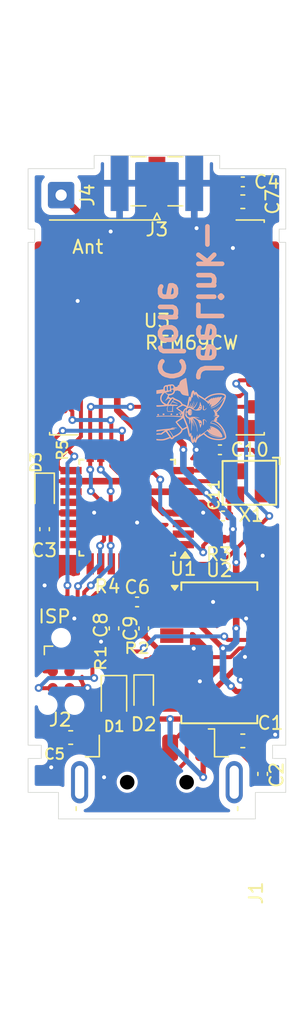
<source format=kicad_pcb>
(kicad_pcb (version 20240108) (generator "pcbnew") (generator_version "8.0")
  (layers (0 "F.Cu" signal) (31 "B.Cu" signal) (34 "B.Paste" user) (35 "F.Paste" user) (36 "B.SilkS" user "B.Silkscreen") (37 "F.SilkS" user "F.Silkscreen") (38 "B.Mask" user) (39 "F.Mask" user) (44 "Edge.Cuts" user))
  (net 0 "")
  (net 1 "+5V")
  (net 2 "GND")
  (net 3 "+3V3")
  (net 4 "Net-(U2-DTR)")
  (net 5 "/NRESET")
  (net 6 "Net-(U1-XTAL2{slash}PB7)")
  (net 7 "Net-(U1-XTAL1{slash}PB6)")
  (net 8 "Net-(D1-K)")
  (net 9 "Net-(D2-K)")
  (net 10 "Net-(D3-K)")
  (net 12 "/MOSI")
  (net 13 "/MISO")
  (net 14 "/SCK")
  (net 15 "Net-(U2-CBUS0)")
  (net 16 "Net-(U2-CBUS1)")
  (net 17 "Net-(U1-PB1)")
  (net 33 "/NSS")
  (net 35 "/RFMDIO0")
  (net 37 "Net-(J1-D-)")
  (net 44 "Net-(J1-D+)")
  (net 59 "Net-(J3-In)")
  (footprint "foxisfrickellibrary:R_0402_modsilkscreen" (layer "F.Cu") (at 108.5 137.25 180)
    (property "Reference" "R2")
    (property "Value" "1kΩ")
  )
  (footprint "foxisfrickellibrary:R_0402_modsilkscreen" (layer "F.Cu") (at 101.5 121.75 -90)
    (property "Reference" "R5")
    (property "Value" "470Ω")
  )
  (footprint "LED_SMD:LED_0805_2012Metric" (layer "F.Cu") (at 106.5 140 -90)
    (property "Reference" "D1")
    (property "Value" "LED green")
  )
  (footprint "Capacitor_SMD:C_0402_1005Metric" (layer "F.Cu") (at 108.75 134.75 -90)
    (property "Reference" "C9")
    (property "Value" "100nF")
  )
  (footprint "foxisfrickellibrary:R_0402_modsilkscreen" (layer "F.Cu") (at 106 132.75)
    (property "Reference" "R4")
    (property "Value" "10kΩ")
  )
  (footprint "foxisfrickellibrary:R_0402_modsilkscreen" (layer "F.Cu") (at 106.5 137 -90)
    (property "Reference" "R1")
    (property "Value" "470Ω")
  )
  (footprint "Package_SO:SSOP-28_5.3x10.2mm_P0.65mm" (layer "F.Cu") (at 114.472353 136.596379)
    (property "Reference" "U2")
    (property "Value" "FT232RL")
  )
  (footprint "Capacitor_SMD:C_0603_1608Metric" (layer "F.Cu") (at 116.25 143.25)
    (property "Reference" "C1")
    (property "Value" "10uF")
  )
  (footprint "Capacitor_SMD:C_0402_1005Metric" (layer "F.Cu") (at 116.25 101)
    (property "Reference" "C4")
    (property "Value" "100nF")
  )
  (footprint "Capacitor_SMD:C_0402_1005Metric" (layer "F.Cu") (at 117.75 145.75 90)
    (property "Reference" "C2")
    (property "Value" "100nF")
  )
  (footprint "Connector_Coaxial:SMA_Samtec_SMA-J-P-X-ST-EM1_EdgeMount" (layer "F.Cu") (at 109.75 101.1 180)
    (property "Reference" "J3")
    (property "Value" "SMA connector")
  )
  (footprint "LED_SMD:LED_0603_1608Metric" (layer "F.Cu") (at 101.25 124.5 -90)
    (property "Reference" "D3")
    (property "Value" "LED yellow")
  )
  (footprint "LED_SMD:LED_0603_1608Metric" (layer "F.Cu") (at 108.75 139.75 -90)
    (property "Reference" "D2")
    (property "Value" "LED red")
  )
  (footprint "foxisfrickellibrary:R_0402_modsilkscreen" (layer "F.Cu") (at 114.25 128)
    (property "Reference" "R3")
    (property "Value" "47kΩ")
  )
  (footprint "Capacitor_SMD:C_0402_1005Metric" (layer "F.Cu") (at 108.25 132.75 180)
    (property "Reference" "C6")
    (property "Value" "100nF")
  )
  (footprint "Capacitor_SMD:C_0402_1005Metric" (layer "F.Cu") (at 106.5 134.75 -90)
    (property "Reference" "C8")
    (property "Value" "100nF")
  )
  (footprint "Capacitor_SMD:C_0603_1608Metric" (layer "F.Cu") (at 103.225 143)
    (property "Reference" "C5")
    (property "Value" "10uF")
  )
  (footprint "Capacitor_SMD:C_0603_1608Metric" (layer "F.Cu") (at 116.25 102.5)
    (property "Reference" "C7")
    (property "Value" "22uF")
  )
  (footprint "foxisfrickellibrary:HOPERF_RFM69CW" (layer "F.Cu") (at 109.75 112)
    (property "Reference" "U3")
    (property "Value" "RFM69CW")
  )
  (footprint "Capacitor_SMD:C_0402_1005Metric" (layer "F.Cu") (at 114.75 126.25 180)
    (property "Reference" "C11")
    (property "Value" "10pF")
  )
  (footprint "Connector_Wire:SolderWire-0.25sqmm_1x01_D0.65mm_OD2mm" (layer "F.Cu") (at 102.5 102)
    (property "Reference" "J4")
    (property "Value" "WireAntenna")
  )
  (footprint "Capacitor_SMD:C_0402_1005Metric" (layer "F.Cu") (at 101.25 127.25 -90)
    (property "Reference" "C3")
    (property "Value" "100nF")
  )
  (footprint "Connector_USB:USB_A_Molex_48037-2200_Horizontal" (layer "F.Cu") (at 109.75 154.75 -90)
    (property "Reference" "J1")
    (property "Value" "USB_A")
  )
  (footprint "Capacitor_SMD:C_0402_1005Metric" (layer "F.Cu") (at 114.52 121.25)
    (property "Reference" "C10")
    (property "Value" "10pF")
  )
  (footprint "foxisfrickellibrary:OSC-SMD_4P-L3.2-W2.5-BL" (layer "F.Cu") (at 116.75 123.75 180)
    (property "Reference" "X1")
    (property "Value" "16 MHz")
  )
  (footprint "Package_QFP:TQFP-32_7x7mm_P0.8mm" (layer "F.Cu") (at 107.5 125.621473 180)
    (property "Reference" "U1")
    (property "Value" "ATmega328P-A")
  )
  (footprint "Connector:Tag-Connect_TC2030-IDC-NL_2x03_P1.27mm_Vertical" (layer "F.Cu") (at 102.5 138 -90)
    (property "Reference" "J2")
    (property "Value" "AVR-ISP-6")
  )
  (gr_poly (pts (xy 112.405536 118.735096) (xy 112.405384 118.734671) (xy 112.405119 118.734129) (xy 112.404253 118.732691) (xy 112.402942 118.730775) (xy 112.401192 118.728377) (xy 112.399008 118.72549) (xy 112.393363 118.718228) (xy 112.389423 118.713342) (xy 112.385541 118.708784) (xy 112.381816 118.704655) (xy 112.378348 118.701052) (xy 112.376742 118.69948) (xy 112.375238 118.698077) (xy 112.373847 118.696855) (xy 112.372583 118.695828) (xy 112.371458 118.695007) (xy 112.370485 118.694406) (xy 112.369675 118.694036) (xy 112.369336 118.693941) (xy 112.369042 118.693909) (xy 112.368025 118.693943) (xy 112.367117 118.694042) (xy 112.366318 118.694207) (xy 112.365959 118.694313) (xy 112.365628 118.694435) (xy 112.365323 118.694574) (xy 112.365045 118.694728) (xy 112.364794 118.694897) (xy 112.36457 118.695082) (xy 112.364373 118.695283) (xy 112.364202 118.695499) (xy 112.364058 118.69573) (xy 112.363941 118.695977) (xy 112.36385 118.696238) (xy 112.363785 118.696514) (xy 112.363747 118.696805) (xy 112.363734 118.697111) (xy 112.363748 118.697431) (xy 112.363788 118.697766) (xy 112.363946 118.698478) (xy 112.364208 118.699247) (xy 112.364573 118.700072) (xy 112.36504 118.700952) (xy 112.365609 118.701886) (xy 112.366279 118.702872) (xy 112.36705 118.703912) (xy 112.367922 118.705003) (xy 112.368893 118.706144) (xy 112.369963 118.707335) (xy 112.371132 118.708575) (xy 112.372398 118.709863) (xy 112.373763 118.711198) (xy 112.375224 118.71258) (xy 112.376781 118.714007) (xy 112.378435 118.715479) (xy 112.380183 118.716994) (xy 112.382027 118.718553) (xy 112.383964 118.720153) (xy 112.385995 118.721795) (xy 112.388119 118.723477) (xy 112.388124 118.72347) (xy 112.395388 118.729112) (xy 112.398276 118.731294) (xy 112.400675 118.733043) (xy 112.402592 118.734353) (xy 112.40403 118.735219) (xy 112.404572 118.735484) (xy 112.404997 118.735635) (xy 112.405305 118.735673) (xy 112.405497 118.735596) (xy 112.405574 118.735404)) (stroke (width -0.000001)) (fill solid) (layer "B.SilkS"))
  (gr_poly (pts (xy 113.517078 119.166508) (xy 113.516661 119.163304) (xy 113.516011 119.159656) (xy 113.513995 119.151055) (xy 113.511003 119.140757) (xy 113.507008 119.128812) (xy 113.501984 119.115271) (xy 113.495902 119.100186) (xy 113.490934 119.088924) (xy 113.485568 119.07796) (xy 113.479817 119.067309) (xy 113.473694 119.056983) (xy 113.46721 119.046997) (xy 113.460379 119.037365) (xy 113.453211 119.028102) (xy 113.44572 119.01922) (xy 113.437919 119.010735) (xy 113.429819 119.00266) (xy 113.421432 118.995009) (xy 113.412772 118.987796) (xy 113.403851 118.981036) (xy 113.39468 118.974742) (xy 113.385272 118.968928) (xy 113.37564 118.963609) (xy 113.367768 118.959851) (xy 113.359417 118.956493) (xy 113.350681 118.95354) (xy 113.341651 118.950999) (xy 113.332419 118.948876) (xy 113.323079 118.947177) (xy 113.313722 118.945908) (xy 113.304442 118.945075) (xy 113.295329 118.944684) (xy 113.286477 118.944743) (xy 113.277978 118.945255) (xy 113.269924 118.946229) (xy 113.262409 118.947669) (xy 113.255523 118.949583) (xy 113.24936 118.951976) (xy 113.244012 118.954854) (xy 113.24175 118.956445) (xy 113.239595 118.958273) (xy 113.237547 118.960331) (xy 113.235606 118.962614) (xy 113.233773 118.965117) (xy 113.232049 118.967835) (xy 113.230434 118.970763) (xy 113.228928 118.973896) (xy 113.227534 118.977228) (xy 113.22625 118.980755) (xy 113.225078 118.98447) (xy 113.224019 118.988369) (xy 113.223072 118.992447) (xy 113.222239 118.996698) (xy 113.220916 119.0057) (xy 113.220054 119.015334) (xy 113.219658 119.025558) (xy 113.219734 119.036331) (xy 113.220285 119.047611) (xy 113.221317 119.059356) (xy 113.222835 119.071525) (xy 113.224844 119.084077) (xy 113.227347 119.09697) (xy 113.227349 119.09697) (xy 113.228673 119.104004) (xy 113.229919 119.112139) (xy 113.232156 119.131324) (xy 113.234024 119.153745) (xy 113.235486 119.178623) (xy 113.236503 119.205179) (xy 113.237039 119.232632) (xy 113.237055 119.260202) (xy 113.236514 119.28711) (xy 113.23537 119.326866) (xy 113.234881 119.357025) (xy 113.234941 119.368822) (xy 113.235236 119.3786) (xy 113.235789 119.386485) (xy 113.236624 119.392604) (xy 113.237764 119.397083) (xy 113.239234 119.400049) (xy 113.240099 119.401003) (xy 113.241056 119.401627) (xy 113.242107 119.401936) (xy 113.243255 119.401946) (xy 113.245853 119.40113) (xy 113.248875 119.399308) (xy 113.252344 119.396605) (xy 113.256284 119.393147) (xy 113.260047 119.38956) (xy 113.263658 119.385749) (xy 113.267119 119.38171) (xy 113.27043 119.377437) (xy 113.273594 119.372925) (xy 113.27661 119.368167) (xy 113.27948 119.36316) (xy 113.282205 119.357897) (xy 113.284787 119.352373) (xy 113.287226 119.346583) (xy 113.289522 119.340521) (xy 113.291679 119.334182) (xy 113.295574 119.320651) (xy 113.298919 119.305947) (xy 113.301724 119.290026) (xy 113.303997 119.272846) (xy 113.305746 119.254363) (xy 113.30698 119.234535) (xy 113.307708 119.213317) (xy 113.307938 119.190668) (xy 113.30768 119.166543) (xy 113.306941 119.1409) (xy 113.305443 119.097689) (xy 113.304747 119.064837) (xy 113.304789 119.051832) (xy 113.305137 119.04086) (xy 113.305827 119.031736) (xy 113.306893 119.024275) (xy 113.308373 119.018291) (xy 113.310299 119.013599) (xy 113.312708 119.010013) (xy 113.315636 119.007347) (xy 113.319116 119.005418) (xy 113.323185 119.004038) (xy 113.327878 119.003023) (xy 113.33323 119.002187) (xy 113.337692 119.001728) (xy 113.342228 119.001606) (xy 113.346832 119.001814) (xy 113.351498 119.002347) (xy 113.356218 119.0032) (xy 113.360988 119.004367) (xy 113.3658 119.005844) (xy 113.370649 119.007624) (xy 113.375527 119.009703) (xy 113.380429 119.012075) (xy 113.385349 119.014735) (xy 113.390279 119.017676) (xy 113.395214 119.020896) (xy 113.400148 119.024386) (xy 113.409985 119.032162) (xy 113.419739 119.04096) (xy 113.429361 119.050737) (xy 113.4388 119.061453) (xy 113.448004 119.073062) (xy 113.456924 119.085524) (xy 113.465509 119.098794) (xy 113.473708 119.112831) (xy 113.481472 119.127591) (xy 113.488414 119.14104) (xy 113.494677 119.152229) (xy 113.500234 119.161209) (xy 113.505056 119.168031) (xy 113.507184 119.170648) (xy 113.509118 119.172746) (xy 113.510856 119.174329) (xy 113.512393 119.175405) (xy 113.513727 119.17598) (xy 113.514853 119.17606) (xy 113.515769 119.175651) (xy 113.516472 119.174761) (xy 113.516957 119.173395) (xy 113.517222 119.17156) (xy 113.517264 119.169262)) (stroke (width -0.000001)) (fill solid) (layer "B.SilkS"))
  (gr_poly (pts (xy 110.334392 118.564068) (xy 110.333918 118.561821) (xy 110.333147 118.559465) (xy 110.332094 118.557011) (xy 110.330775 118.554473) (xy 110.329205 118.551863) (xy 110.3274 118.549192) (xy 110.325376 118.546474) (xy 110.32073 118.540946) (xy 110.315391 118.535378) (xy 110.309484 118.529868) (xy 110.303131 118.524516) (xy 110.296457 118.519422) (xy 110.289586 118.514684) (xy 110.282642 118.510403) (xy 110.275749 118.506677) (xy 110.27236 118.505054) (xy 110.26903 118.503607) (xy 110.265774 118.502348) (xy 110.262609 118.50129) (xy 110.25955 118.500446) (xy 110.256611 118.499828) (xy 110.253809 118.499447) (xy 110.251159 118.499318) (xy 110.248424 118.499448) (xy 110.245548 118.499831) (xy 110.242545 118.500454) (xy 110.239431 118.501305) (xy 110.232929 118.503641) (xy 110.226161 118.506742) (xy 110.219247 118.510509) (xy 110.212306 118.514844) (xy 110.205459 118.519648) (xy 110.198824 118.524823) (xy 110.192522 118.530272) (xy 110.186672 118.535896) (xy 110.181393 118.541596) (xy 110.176806 118.547274) (xy 110.17303 118.552833) (xy 110.171484 118.555536) (xy 110.170185 118.558173) (xy 110.169149 118.560731) (xy 110.16839 118.563197) (xy 110.167924 118.56556) (xy 110.167765 118.567807) (xy 110.167813 118.568505) (xy 110.167955 118.569269) (xy 110.168189 118.570096) (xy 110.168513 118.570984) (xy 110.168923 118.571929) (xy 110.169419 118.572929) (xy 110.170655 118.575084) (xy 110.172202 118.577427) (xy 110.174042 118.579937) (xy 110.176155 118.582592) (xy 110.178523 118.585371) (xy 110.181127 118.588253) (xy 110.183948 118.591216) (xy 110.186968 118.594239) (xy 110.190168 118.5973) (xy 110.193529 118.600378) (xy 110.197032 118.603452) (xy 110.200658 118.606501) (xy 110.204389 118.609502) (xy 110.204388 118.609498) (xy 110.208214 118.612432) (xy 110.21212 118.615284) (xy 110.216079 118.61804) (xy 110.220061 118.620683) (xy 110.224039 118.6232) (xy 110.227985 118.625576) (xy 110.23187 118.627796) (xy 110.235666 118.629845) (xy 110.239345 118.631708) (xy 110.242878 118.633371) (xy 110.246238 118.634819) (xy 110.249395 118.636036) (xy 110.252323 118.637009) (xy 110.254992 118.637722) (xy 110.257374 118.638161) (xy 110.259442 118.63831) (xy 110.261386 118.638157) (xy 110.263523 118.637708) (xy 110.265837 118.636978) (xy 110.26831 118.635985) (xy 110.27367 118.633272) (xy 110.279467 118.629695) (xy 110.285569 118.625384) (xy 110.291842 118.620467) (xy 110.298152 118.615072) (xy 110.304366 118.609327) (xy 110.310349 118.603361) (xy 110.315968 118.597303) (xy 110.32109 118.59128) (xy 110.32558 118.585421) (xy 110.329305 118.579855) (xy 110.330839 118.577221) (xy 110.332132 118.574709) (xy 110.333166 118.572334) (xy 110.333926 118.570113) (xy 110.334394 118.56806) (xy 110.334553 118.566193)) (stroke (width -0.000001)) (fill solid) (layer "B.SilkS"))
  (gr_poly (pts (xy 113.503434 118.088978) (xy 113.503335 118.087435) (xy 113.503167 118.086056) (xy 113.502927 118.08484) (xy 113.502614 118.08379) (xy 113.502228 118.082906) (xy 113.502007 118.082527) (xy 113.501767 118.082189) (xy 113.501507 118.081894) (xy 113.501229 118.08164) (xy 113.500932 118.081429) (xy 113.500614 118.08126) (xy 113.500278 118.081134) (xy 113.499921 118.08105) (xy 113.499544 118.081009) (xy 113.499148 118.08101) (xy 113.498731 118.081055) (xy 113.498293 118.081142) (xy 113.497356 118.081447) (xy 113.496336 118.081924) (xy 113.49523 118.082577) (xy 113.494039 118.083404) (xy 113.49276 118.084408) (xy 113.491393 118.085589) (xy 113.489936 118.086948) (xy 113.488388 118.088486) (xy 113.486747 118.090204) (xy 113.485013 118.092102) (xy 113.483185 118.094182) (xy 113.48126 118.096445) (xy 113.479238 118.098892) (xy 113.477118 118.101522) (xy 113.472576 118.107341) (xy 113.467627 118.113908) (xy 113.462258 118.121232) (xy 113.453702 118.132755) (xy 113.445404 118.143325) (xy 113.43732 118.152971) (xy 113.429407 118.161722) (xy 113.42162 118.169607) (xy 113.413916 118.176654) (xy 113.406251 118.182893) (xy 113.398582 118.188352) (xy 113.390864 118.193061) (xy 113.383054 118.197049) (xy 113.375108 118.200343) (xy 113.366983 118.202974) (xy 113.358634 118.20497) (xy 113.350018 118.206359) (xy 113.341091 118.207172) (xy 113.331809 118.207436) (xy 113.29726 118.207436) (xy 113.30443 118.07887) (xy 113.306519 118.038476) (xy 113.307563 118.006745) (xy 113.307612 117.993608) (xy 113.307303 117.982011) (xy 113.306603 117.971746) (xy 113.30548 117.962606) (xy 113.303902 117.954382) (xy 113.301835 117.946866) (xy 113.299249 117.939849) (xy 113.29611 117.933123) (xy 113.292387 117.92648) (xy 113.288046 117.919711) (xy 113.277384 117.904965) (xy 113.243168 117.859616) (xy 113.235987 117.995305) (xy 113.232601 118.049634) (xy 113.228711 118.097256) (xy 113.226726 118.116948) (xy 113.224794 118.133037) (xy 113.222973 118.144882) (xy 113.221324 118.151841) (xy 113.2206 118.154072) (xy 113.219974 118.156453) (xy 113.219448 118.158963) (xy 113.21902 118.161579) (xy 113.218691 118.164281) (xy 113.218459 118.167047) (xy 113.218326 118.169856) (xy 113.21829 118.172687) (xy 113.218353 118.175517) (xy 113.218512 118.178326) (xy 113.218769 118.181093) (xy 113.219122 118.183795) (xy 113.219573 118.186412) (xy 113.22012 118.188922) (xy 113.220763 118.191304) (xy 113.221502 118.193536) (xy 113.224139 118.200161) (xy 113.227057 118.206463) (xy 113.230246 118.212439) (xy 113.233699 118.218088) (xy 113.237406 118.223407) (xy 113.24136 118.228394) (xy 113.245552 118.233048) (xy 113.249973 118.237367) (xy 113.254615 118.241348) (xy 113.25947 118.24499) (xy 113.264528 118.24829) (xy 113.269782 118.251248) (xy 113.275224 118.25386) (xy 113.280843 118.256125) (xy 113.286633 118.258041) (xy 113.292585 118.259606) (xy 113.298689 118.260818) (xy 113.304939 118.261675) (xy 113.311324 118.262175) (xy 113.317837 118.262316) (xy 113.32447 118.262096) (xy 113.331213 118.261514) (xy 113.338059 118.260567) (xy 113.344998 118.259254) (xy 113.352023 118.257571) (xy 113.359125 118.255518) (xy 113.366295 118.253093) (xy 113.373525 118.250293) (xy 113.380807 118.247117) (xy 113.388131 118.243562) (xy 113.39549 118.239628) (xy 113.402876 118.23531) (xy 113.412207 118.229139) (xy 113.421485 118.222078) (xy 113.430634 118.214236) (xy 113.439579 118.205722) (xy 113.448244 118.196644) (xy 113.456554 118.187111) (xy 113.464433 118.177233) (xy 113.471804 118.167117) (xy 113.478594 118.156872) (xy 113.484725 118.146607) (xy 113.490123 118.136431) (xy 113.494712 118.126452) (xy 113.498416 118.11678) (xy 113.50116 118.107521) (xy 113.502148 118.103082) (xy 113.502868 118.098787) (xy 113.50331 118.094649) (xy 113.503464 118.090684)) (stroke (width -0.000001)) (fill solid) (layer "B.SilkS"))
  (gr_poly (pts (xy 115 120.25) (xy 114.998231 120.228921) (xy 114.995429 120.206418) (xy 114.991592 120.182444) (xy 114.986717 120.156949) (xy 114.980802 120.129887) (xy 114.973842 120.101209) (xy 114.965835 120.070866) (xy 114.956778 120.038812) (xy 114.936197 119.973307) (xy 114.912825 119.908528) (xy 114.886751 119.844602) (xy 114.858063 119.781656) (xy 114.826848 119.719818) (xy 114.793196 119.659215) (xy 114.757193 119.599974) (xy 114.718928 119.542223) (xy 114.678489 119.486089) (xy 114.635964 119.431699) (xy 114.59144 119.379181) (xy 114.545007 119.328662) (xy 114.496751 119.280269) (xy 114.44676 119.23413) (xy 114.395124 119.190371) (xy 114.34193 119.149121) (xy 114.225248 119.062707) (xy 114.270926 119.047395) (xy 114.275942 119.045591) (xy 114.280714 119.043628) (xy 114.28524 119.041515) (xy 114.289516 119.039262) (xy 114.293542 119.036877) (xy 114.297313 119.034369) (xy 114.300827 119.031748) (xy 114.304082 119.029022) (xy 114.307074 119.0262) (xy 114.309802 119.023293) (xy 114.312263 119.020308) (xy 114.314453 119.017255) (xy 114.316371 119.014142) (xy 114.318014 119.01098) (xy 114.319379 119.007777) (xy 114.320463 119.004542) (xy 114.321264 119.001284) (xy 114.321779 118.998012) (xy 114.322006 118.994736) (xy 114.321941 118.991464) (xy 114.321583 118.988205) (xy 114.320929 118.984969) (xy 114.319975 118.981765) (xy 114.31872 118.978602) (xy 114.317161 118.975488) (xy 114.315295 118.972433) (xy 114.313119 118.969447) (xy 114.310632 118.966537) (xy 114.307829 118.963713) (xy 114.304709 118.960985) (xy 114.301269 118.95836) (xy 114.297506 118.955849) (xy 114.292825 118.952886) (xy 114.288758 118.950181) (xy 114.286952 118.948903) (xy 114.285299 118.947662) (xy 114.283795 118.946449) (xy 114.282442 118.945255) (xy 114.281238 118.94407) (xy 114.280183 118.942886) (xy 114.279276 118.941694) (xy 114.278516 118.940484) (xy 114.277902 118.939247) (xy 114.277434 118.937973) (xy 114.277112 118.936655) (xy 114.276933 118.935282) (xy 114.276899 118.933846) (xy 114.277008 118.932337) (xy 114.277259 118.930746) (xy 114.277652 118.929064) (xy 114.278186 118.927282) (xy 114.27886 118.92539) (xy 114.279673 118.923381) (xy 114.280626 118.921243) (xy 114.281717 118.918969) (xy 114.282946 118.916549) (xy 114.285813 118.911234) (xy 114.289222 118.905225) (xy 114.293167 118.89845) (xy 114.295926 118.894055) (xy 114.299333 118.889163) (xy 114.303339 118.883824) (xy 114.307896 118.878092) (xy 114.312955 118.872017) (xy 114.318468 118.865651) (xy 114.324386 118.859047) (xy 114.33066 118.852255) (xy 114.344085 118.838318) (xy 114.358352 118.824255) (xy 114.373076 118.810479) (xy 114.380487 118.803829) (xy 114.387866 118.797406) (xy 114.395161 118.791046) (xy 114.402327 118.78458) (xy 114.409322 118.778051) (xy 114.416107 118.771507) (xy 114.422641 118.764992) (xy 114.428884 118.758553) (xy 114.434795 118.752235) (xy 114.440335 118.746084) (xy 114.445463 118.740145) (xy 114.450139 118.734465) (xy 114.454322 118.729088) (xy 114.457972 118.724062) (xy 114.46105 118.71943) (xy 114.463514 118.715239) (xy 114.465324 118.711535) (xy 114.46644 118.708363) (xy 114.467395 118.704033) (xy 114.467999 118.699704) (xy 114.46826 118.695382) (xy 114.468185 118.691075) (xy 114.467782 118.686789) (xy 114.467057 118.682532) (xy 114.466018 118.678309) (xy 114.464671 118.674129) (xy 114.463025 118.669997) (xy 114.461085 118.665922) (xy 114.45886 118.661909) (xy 114.456356 118.657966) (xy 114.45358 118.654099) (xy 114.45054 118.650316) (xy 114.447243 118.646623) (xy 114.443695 118.643028) (xy 114.439905 118.639536) (xy 114.435879 118.636156) (xy 114.431623 118.632893) (xy 114.427147 118.629755) (xy 114.422456 118.626749) (xy 114.417557 118.623882) (xy 114.412459 118.62116) (xy 114.407167 118.61859) (xy 114.40169 118.61618) (xy 114.396033 118.613936) (xy 114.390205 118.611865) (xy 114.384213 118.609974) (xy 114.378063 118.60827) (xy 114.371763 118.60676) (xy 114.36532 118.60545) (xy 114.358741 118.604348) (xy 114.296092 118.594952) (xy 114.316877 118.545201) (xy 114.321181 118.534002) (xy 114.322945 118.528665) (xy 114.324454 118.523508) (xy 114.325709 118.518532) (xy 114.326711 118.513743) (xy 114.327464 118.509141) (xy 114.327967 118.504732) (xy 114.328225 118.500517) (xy 114.328237 118.4965) (xy 114.328006 118.492684) (xy 114.327534 118.489073) (xy 114.326822 118.485668) (xy 114.325873 118.482474) (xy 114.324688 118.479494) (xy 114.323268 118.47673) (xy 114.321617 118.474185) (xy 114.319735 118.471864) (xy 114.317624 118.469769) (xy 114.315287 118.467902) (xy 114.312724 118.466268) (xy 114.309939 118.464869) (xy 114.306932 118.463709) (xy 114.303705 118.46279) (xy 114.30026 118.462116) (xy 114.296599 118.46169) (xy 114.292724 118.461514) (xy 114.288637 118.461593) (xy 114.284339 118.461928) (xy 114.279833 118.462524) (xy 114.275119 118.463383) (xy 114.2702 118.464509) (xy 114.267867 118.46504) (xy 114.265788 118.465397) (xy 114.263969 118.465575) (xy 114.262411 118.465568) (xy 114.261731 118.465494) (xy 114.261119 118.465373) (xy 114.260573 118.465203) (xy 114.260095 118.464984) (xy 114.259686 118.464715) (xy 114.259345 118.464397) (xy 114.259072 118.464027) (xy 114.25887 118.463607) (xy 114.258737 118.463134) (xy 114.258674 118.462609) (xy 114.258683 118.462031) (xy 114.258762 118.4614) (xy 114.258913 118.460714) (xy 114.259136 118.459973) (xy 114.259801 118.458325) (xy 114.260758 118.45645) (xy 114.262013 118.454345) (xy 114.263568 118.452003) (xy 114.265427 118.449422) (xy 114.267593 118.446595) (xy 114.270071 118.443518) (xy 114.272863 118.440187) (xy 114.275972 118.436597) (xy 114.279404 118.432743) (xy 114.28316 118.42862) (xy 114.291661 118.41955) (xy 114.301504 118.409349) (xy 114.312716 118.39798) (xy 114.325327 118.385405) (xy 114.339362 118.371587) (xy 114.387831 118.322493) (xy 114.435274 118.271194) (xy 114.481594 118.217848) (xy 114.52669 118.162614) (xy 114.570465 118.105651) (xy 114.612819 118.047119) (xy 114.653654 117.987176) (xy 114.69287 117.925981) (xy 114.73037 117.863695) (xy 114.766053 117.800475) (xy 114.799822 117.736481) (xy 114.831577 117.671872) (xy 114.86122 117.606808) (xy 114.888651 117.541446) (xy 114.913772 117.475947) (xy 114.936484 117.41047) (xy 114.944692 117.384475) (xy 114.95194 117.359409) (xy 114.958228 117.335274) (xy 114.963558 117.312074) (xy 114.967928 117.289811) (xy 114.971339 117.268488) (xy 114.973789 117.248106) (xy 114.97528 117.22867) (xy 114.975811 117.210182) (xy 114.975382 117.192644) (xy 114.973993 117.176059) (xy 114.971644 117.160429) (xy 114.968334 117.145758) (xy 114.964063 117.132048) (xy 114.958832 117.119302) (xy 114.95264 117.107522) (xy 114.942933 117.093429) (xy 114.930952 117.080072) (xy 114.916783 117.067456) (xy 114.900513 117.055586) (xy 114.882227 117.044467) (xy 114.862012 117.034104) (xy 114.839955 117.024503) (xy 114.816141 117.015669) (xy 114.790657 117.007606) (xy 114.76359 117.00032) (xy 114.705048 116.988101) (xy 114.641206 116.979051) (xy 114.572755 116.973213) (xy 114.500385 116.970627) (xy 114.424785 116.971335) (xy 114.346646 116.975378) (xy 114.266659 116.982798) (xy 114.185513 116.993635) (xy 114.1039 117.007932) (xy 114.022509 117.025728) (xy 113.94203 117.047067) (xy 113.906519 117.057905) (xy 113.871129 117.069794) (xy 113.835919 117.082703) (xy 113.800947 117.0966) (xy 113.76627 117.111454) (xy 113.731947 117.127233) (xy 113.698036 117.143906) (xy 113.664595 117.161442) (xy 113.631682 117.179808) (xy 113.599354 117.198974) (xy 113.567671 117.218908) (xy 113.53669 117.239579) (xy 113.50647 117.260956) (xy 113.477067 117.283006) (xy 113.448541 117.305699) (xy 113.42095 117.329003) (xy 113.359219 117.382748) (xy 113.275011 117.324117) (xy 113.255543 117.310842) (xy 113.232445 117.295568) (xy 113.178795 117.261182) (xy 113.120928 117.225286) (xy 113.092559 117.208124) (xy 113.065713 117.192208) (xy 113.00974 117.158914) (xy 112.985791 117.144145) (xy 112.964192 117.130333) (xy 112.944685 117.117256) (xy 112.927014 117.104692) (xy 112.910921 117.092421) (xy 112.896148 117.08022) (xy 112.88244 117.067867) (xy 112.869539 117.055141) (xy 112.857188 117.041821) (xy 112.845129 117.027685) (xy 112.833107 117.012511) (xy 112.820863 116.996078) (xy 112.794683 116.958546) (xy 112.781896 116.940123) (xy 112.769821 116.923688) (xy 112.758423 116.909227) (xy 112.747667 116.896723) (xy 112.737519 116.886159) (xy 112.732661 116.8816) (xy 112.727943 116.87752) (xy 112.723359 116.873917) (xy 112.718905 116.870789) (xy 112.714576 116.868133) (xy 112.710369 116.865949) (xy 112.706279 116.864233) (xy 112.702302 116.862984) (xy 112.698434 116.8622) (xy 112.694669 116.861879) (xy 112.691004 116.862018) (xy 112.687434 116.862616) (xy 112.683955 116.86367) (xy 112.680563 116.865179) (xy 112.677253 116.867141) (xy 112.674021 116.869553) (xy 112.670863 116.872413) (xy 112.667774 116.875719) (xy 112.664749 116.87947) (xy 112.661786 116.883664) (xy 112.658878 116.888297) (xy 112.656023 116.893369) (xy 112.654053 116.896971) (xy 112.652056 116.900471) (xy 112.650047 116.903852) (xy 112.648038 116.907095) (xy 112.646043 116.910182) (xy 112.644077 116.913094) (xy 112.642153 116.915815) (xy 112.640285 116.918325) (xy 112.638487 116.920606) (xy 112.636773 116.922641) (xy 112.635156 116.924411) (xy 112.633651 116.925899) (xy 112.632271 116.927085) (xy 112.63103 116.927953) (xy 112.629942 116.928483) (xy 112.629459 116.928616) (xy 112.62902 116.928658) (xy 112.628579 116.92857) (xy 112.628089 116.928314) (xy 112.627553 116.927895) (xy 112.626972 116.927318) (xy 112.626348 116.926586) (xy 112.625683 116.925704) (xy 112.624238 116.923506) (xy 112.622652 116.920757) (xy 112.620939 116.917489) (xy 112.619114 116.913737) (xy 112.617191 116.909534) (xy 112.615187 116.904912) (xy 112.613115 116.899906) (xy 112.61099 116.894549) (xy 112.608828 116.888873) (xy 112.606642 116.882913) (xy 112.604448 116.876701) (xy 112.602261 116.870271) (xy 112.600095 116.863656) (xy 112.597681 116.856568) (xy 112.595002 116.849495) (xy 112.592079 116.842471) (xy 112.588935 116.83553) (xy 112.58559 116.828706) (xy 112.582068 116.822035) (xy 112.578388 116.81555) (xy 112.574574 116.809286) (xy 112.570647 116.803278) (xy 112.566629 116.797559) (xy 112.562541 116.792165) (xy 112.558406 116.787129) (xy 112.554244 116.782487) (xy 112.550078 116.778272) (xy 112.54593 116.77452) (xy 112.54182 116.771264) (xy 112.535621 116.766763) (xy 112.530041 116.762846) (xy 112.524997 116.759509) (xy 112.520407 116.756745) (xy 112.518255 116.755576) (xy 112.516186 116.754548) (xy 112.514188 116.75366) (xy 112.512252 116.752912) (xy 112.510367 116.752302) (xy 112.508523 116.75183) (xy 112.506708 116.751496) (xy 112.504914 116.751298) (xy 112.503128 116.751236) (xy 112.501342 116.751308) (xy 112.499545 116.751515) (xy 112.497726 116.751856) (xy 112.495875 116.752329) (xy 112.493981 116.752934) (xy 112.492034 116.75367) (xy 112.490024 116.754537) (xy 112.485773 116.756658) (xy 112.481145 116.759293) (xy 112.476055 116.762434) (xy 112.470422 116.766076) (xy 112.462828 116.771549) (xy 112.455081 116.778083) (xy 112.44724 116.785588) (xy 112.439362 116.793977) (xy 112.431503 116.803163) (xy 112.42372 116.813059) (xy 112.416071 116.823575) (xy 112.408612 116.834626) (xy 112.401401 116.846122) (xy 112.394494 116.857977) (xy 112.38795 116.870103) (xy 112.381824 116.882411) (xy 112.376173 116.894816) (xy 112.371056 116.907228) (xy 112.366528 116.91956) (xy 112.362647 116.931725) (xy 112.352566 116.968777) (xy 112.341471 117.01402) (xy 112.330091 117.063951) (xy 112.31915 117.115066) (xy 112.309376 117.163861) (xy 112.301495 117.206831) (xy 112.296233 117.240474) (xy 112.294812 117.252702) (xy 112.294318 117.261285) (xy 112.294318 117.2963) (xy 112.272125 117.264619) (xy 112.269189 117.260629) (xy 112.266191 117.25696) (xy 112.264666 117.255246) (xy 112.263123 117.25361) (xy 112.26156 117.252053) (xy 112.259976 117.250573) (xy 112.258371 117.249171) (xy 112.256743 117.247847) (xy 112.255091 117.246598) (xy 112.253415 117.245426) (xy 112.251712 117.244329) (xy 112.249983 117.243308) (xy 112.248225 117.242361) (xy 112.246439 117.241488) (xy 112.244622 117.240688) (xy 112.242775 117.239962) (xy 112.240895 117.239309) (xy 112.238982 117.238727) (xy 112.237035 117.238218) (xy 112.235052 117.237779) (xy 112.233033 117.237411) (xy 112.230977 117.237114) (xy 112.228882 117.236886) (xy 112.226748 117.236727) (xy 112.224573 117.236637) (xy 112.222357 117.236616) (xy 112.217795 117.236775) (xy 112.213054 117.237202) (xy 112.207047 117.238018) (xy 112.204276 117.238509) (xy 112.201647 117.239074) (xy 112.199154 117.23973) (xy 112.196788 117.240491) (xy 112.19454 117.241371) (xy 112.192403 117.242385) (xy 112.190368 117.243549) (xy 112.188427 117.244878) (xy 112.186572 117.246385) (xy 112.184795 117.248086) (xy 112.183086 117.249996) (xy 112.181439 117.25213) (xy 112.179844 117.254502) (xy 112.178294 117.257128) (xy 112.176781 117.260021) (xy 112.175295 117.263198) (xy 112.173829 117.266673) (xy 112.172375 117.27046) (xy 112.170924 117.274575) (xy 112.169468 117.279033) (xy 112.167999 117.283848) (xy 112.166509 117.289035) (xy 112.163431 117.300585) (xy 112.160169 117.313801) (xy 112.156657 117.328804) (xy 112.152828 117.345712) (xy 112.140281 117.405104) (xy 112.123379 117.48976) (xy 112.104336 117.588391) (xy 112.085366 117.689709) (xy 112.067785 117.782805) (xy 112.052526 117.859042) (xy 112.041226 117.910552) (xy 112.037571 117.924577) (xy 112.036331 117.928227) (xy 112.035518 117.929471) (xy 112.034236 117.929146) (xy 112.031628 117.928194) (xy 112.022721 117.924535) (xy 112.009369 117.918751) (xy 111.992143 117.911097) (xy 111.948358 117.891209) (xy 111.89594 117.866925) (xy 111.868457 117.854358) (xy 111.841664 117.842627) (xy 111.81623 117.831991) (xy 111.792824 117.822707) (xy 111.772114 117.815031) (xy 111.75477 117.809221) (xy 111.741461 117.805534) (xy 111.736528 117.804567) (xy 111.732854 117.804227) (xy 111.730915 117.804145) (xy 111.728956 117.803921) (xy 111.726976 117.803552) (xy 111.724973 117.803037) (xy 111.722947 117.802374) (xy 111.720894 117.801562) (xy 111.718814 117.800599) (xy 111.716705 117.799482) (xy 111.714565 117.798211) (xy 111.712393 117.796784) (xy 111.710187 117.795199) (xy 111.707945 117.793453) (xy 111.705666 117.791547) (xy 111.703347 117.789477) (xy 111.700988 117.787243) (xy 111.698587 117.784842) (xy 111.693651 117.779534) (xy 111.688526 117.77354) (xy 111.683199 117.766846) (xy 111.677657 117.759439) (xy 111.671886 117.751305) (xy 111.665874 117.74243) (xy 111.659606 117.732802) (xy 111.653071 117.722405) (xy 111.639843 117.701965) (xy 111.626011 117.682503) (xy 111.611423 117.66391) (xy 111.595931 117.646074) (xy 111.579384 117.628885) (xy 111.561634 117.612232) (xy 111.542529 117.596006) (xy 111.521921 117.580096) (xy 111.499659 117.564391) (xy 111.475594 117.548781) (xy 111.449576 117.533155) (xy 111.421456 117.517403) (xy 111.391083 117.501414) (xy 111.358308 117.485079) (xy 111.322981 117.468286) (xy 111.284952 117.450925) (xy 111.248428 117.434297) (xy 111.213258 117.417808) (xy 111.18029 117.401889) (xy 111.150371 117.386971) (xy 111.124351 117.373483) (xy 111.103076 117.361858) (xy 111.087397 117.352524) (xy 111.08192 117.348852) (xy 111.07816 117.345914) (xy 111.070295 117.339256) (xy 111.061785 117.332684) (xy 111.052731 117.326244) (xy 111.043232 117.319984) (xy 111.033389 117.313952) (xy 111.023302 117.308195) (xy 111.013072 117.302761) (xy 111.002798 117.297696) (xy 110.992581 117.29305) (xy 110.982521 117.288869) (xy 110.972718 117.285201) (xy 110.963274 117.282093) (xy 110.954287 117.279593) (xy 110.945858 117.277748) (xy 110.938088 117.276606) (xy 110.931077 117.276215) (xy 110.927738 117.27637) (xy 110.924003 117.276822) (xy 110.919912 117.277558) (xy 110.915506 117.278562) (xy 110.910825 117.279818) (xy 110.905908 117.281312) (xy 110.900796 117.283027) (xy 110.89553 117.28495) (xy 110.890148 117.287064) (xy 110.884693 117.289355) (xy 110.879203 117.291806) (xy 110.873719 117.294404) (xy 110.868281 117.297132) (xy 110.862929 117.299975) (xy 110.857704 117.302919) (xy 110.852646 117.305947) (xy 110.804535 117.335683) (xy 110.722438 117.296445) (xy 110.705946 117.288303) (xy 110.690561 117.280206) (xy 110.676619 117.272366) (xy 110.664457 117.264996) (xy 110.654411 117.25831) (xy 110.650288 117.25529) (xy 110.646819 117.25252) (xy 110.644048 117.250029) (xy 110.642017 117.247841) (xy 110.640767 117.245984) (xy 110.640449 117.245188) (xy 110.640341 117.244485) (xy 110.640454 117.242952) (xy 110.640783 117.240999) (xy 110.641318 117.238655) (xy 110.642049 117.235949) (xy 110.642963 117.232912) (xy 110.64405 117.229574) (xy 110.646697 117.222112) (xy 110.649902 117.213804) (xy 110.653575 117.204887) (xy 110.657629 117.195601) (xy 110.661974 117.186185) (xy 110.66546 117.179055) (xy 110.668845 117.172657) (xy 110.672216 117.166941) (xy 110.673922 117.164322) (xy 110.675656 117.161854) (xy 110.677429 117.159531) (xy 110.679252 117.157347) (xy 110.681135 117.155294) (xy 110.682392 117.154054) (xy 110.682392 117.01907) (xy 110.641061 117.01887) (xy 110.608123 117.018014) (xy 110.594231 117.017219) (xy 110.581752 117.016118) (xy 110.570459 117.01466) (xy 110.560122 117.012799) (xy 110.550514 117.010486) (xy 110.541405 117.007673) (xy 110.532569 117.004314) (xy 110.523777 117.000359) (xy 110.514799 116.995761) (xy 110.505409 116.990471) (xy 110.484477 116.977628) (xy 110.418972 116.936181) (xy 110.419177 116.936114) (xy 110.419177 116.803653) (xy 110.413792 116.803042) (xy 110.408576 116.801705) (xy 110.403534 116.799649) (xy 110.398673 116.796882) (xy 110.394 116.793411) (xy 110.38952 116.789245) (xy 110.385239 116.78439) (xy 110.381165 116.778856) (xy 110.377303 116.772649) (xy 110.373659 116.765778) (xy 110.37024 116.758249) (xy 110.367052 116.750071) (xy 110.3641 116.741252) (xy 110.361392 116.7318) (xy 110.358934 116.721721) (xy 110.356731 116.711024) (xy 110.35479 116.699716) (xy 110.353117 116.687806) (xy 110.351718 116.675301) (xy 110.3506 116.662208) (xy 110.349769 116.648536) (xy 110.34923 116.634293) (xy 110.348991 116.619485) (xy 110.349116 116.593429) (xy 110.34942 116.582054) (xy 110.349909 116.571679) (xy 110.350598 116.56223) (xy 110.351505 116.553632) (xy 110.352647 116.545808) (xy 110.354039 116.538685) (xy 110.3557 116.532187) (xy 110.357645 116.526238) (xy 110.359892 116.520763) (xy 110.362458 116.515687) (xy 110.365359 116.510935) (xy 110.368613 116.506431) (xy 110.372235 116.502101) (xy 110.376243 116.497868) (xy 110.376247 116.497868) (xy 110.37924 116.495042) (xy 110.382412 116.492361) (xy 110.385746 116.489827) (xy 110.389227 116.48744) (xy 110.396563 116.483118) (xy 110.404289 116.479408) (xy 110.412274 116.476324) (xy 110.420388 116.473878) (xy 110.428499 116.472084) (xy 110.436477 116.470955) (xy 110.444191 116.470504) (xy 110.451511 116.470744) (xy 110.454983 116.471128) (xy 110.458306 116.471689) (xy 110.461466 116.47243) (xy 110.464445 116.473352) (xy 110.467228 116.474456) (xy 110.469797 116.475745) (xy 110.472138 116.47722) (xy 110.474233 116.478883) (xy 110.476065 116.480735) (xy 110.47762 116.482778) (xy 110.47888 116.485013) (xy 110.479828 116.487443) (xy 110.480423 116.48984) (xy 110.48109 116.493401) (xy 110.482613 116.503732) (xy 110.484339 116.517867) (xy 110.486209 116.53524) (xy 110.488165 116.555282) (xy 110.490149 116.577428) (xy 110.492101 116.60111) (xy 110.493963 116.62576) (xy 110.49645 116.662673) (xy 110.497857 116.691833) (xy 110.498103 116.703903) (xy 110.498016 116.714511) (xy 110.497575 116.723817) (xy 110.496759 116.73198) (xy 110.495547 116.739157) (xy 110.493917 116.745509) (xy 110.49185 116.751193) (xy 110.489324 116.75637) (xy 110.486318 116.761198) (xy 110.48281 116.765835) (xy 110.478781 116.770441) (xy 110.474208 116.775174) (xy 110.467585 116.781451) (xy 110.461074 116.786932) (xy 110.454683 116.791625) (xy 110.448416 116.795536) (xy 110.442281 116.798675) (xy 110.436283 116.801048) (xy 110.430429 116.802664) (xy 110.424725 116.803529) (xy 110.419177 116.803653) (xy 110.419177 116.936114) (xy 110.580616 116.883801) (xy 110.644371 116.863463) (xy 110.646552 116.862792) (xy 110.646552 116.761941) (xy 110.637863 116.761909) (xy 110.630222 116.76172) (xy 110.626763 116.761524) (xy 110.623531 116.761236) (xy 110.620512 116.760839) (xy 110.617695 116.760316) (xy 110.615067 116.759649) (xy 110.612617 116.758822) (xy 110.610333 116.757816) (xy 110.608202 116.756614) (xy 110.606212 116.755199) (xy 110.604352 116.753553) (xy 110.60261 116.751659) (xy 110.600972 116.7495) (xy 110.599428 116.747058) (xy 110.597966 116.744316) (xy 110.596572 116.741256) (xy 110.595236 116.737861) (xy 110.593946 116.734113) (xy 110.592688 116.729995) (xy 110.591452 116.725491) (xy 110.590224 116.720581) (xy 110.587749 116.709478) (xy 110.585166 116.696548) (xy 110.579291 116.664647) (xy 110.577578 116.652831) (xy 110.576378 116.639478) (xy 110.575666 116.624869) (xy 110.575416 116.609286) (xy 110.575603 116.59301) (xy 110.576199 116.576323) (xy 110.57852 116.542839) (xy 110.582174 116.511084) (xy 110.584435 116.496558) (xy 110.586953 116.483308) (xy 110.589701 116.471616) (xy 110.592652 116.461762) (xy 110.595783 116.454029) (xy 110.599065 116.448697) (xy 110.599064 116.448697) (xy 110.600894 116.446771) (xy 110.603104 116.444927) (xy 110.605668 116.443167) (xy 110.60856 116.441493) (xy 110.615217 116.438411) (xy 110.622864 116.435701) (xy 110.631289 116.433381) (xy 110.640279 116.431469) (xy 110.64962 116.429982) (xy 110.659102 116.428941) (xy 110.668511 116.428361) (xy 110.677635 116.428263) (xy 110.686261 116.428663) (xy 110.694178 116.429581) (xy 110.701172 116.431035) (xy 110.704256 116.431968) (xy 110.70703 116.433042) (xy 110.709468 116.434259) (xy 110.711542 116.435621) (xy 110.713226 116.437131) (xy 110.714493 116.43879) (xy 110.715191 116.440542) (xy 110.715968 116.4436) (xy 110.716818 116.447889) (xy 110.717731 116.453337) (xy 110.719716 116.467412) (xy 110.721858 116.485238) (xy 110.724091 116.506225) (xy 110.726349 116.529785) (xy 110.728568 116.555329) (xy 110.73068 116.582269) (xy 110.732516 116.609467) (xy 110.733723 116.633858) (xy 110.734234 116.655589) (xy 110.733981 116.674804) (xy 110.732895 116.691648) (xy 110.730909 116.706265) (xy 110.727954 116.718802) (xy 110.726092 116.724336) (xy 110.723962 116.729404) (xy 110.721557 116.734024) (xy 110.718866 116.738215) (xy 110.715883 116.741994) (xy 110.712598 116.74538) (xy 110.709002 116.748391) (xy 110.705089 116.751045) (xy 110.700847 116.75336) (xy 110.696271 116.755354) (xy 110.69135 116.757046) (xy 110.686076 116.758453) (xy 110.674437 116.760488) (xy 110.661285 116.761602) (xy 110.646552 116.761941) (xy 110.646552 116.862792) (xy 110.698469 116.846808) (xy 110.737194 116.835555) (xy 110.749006 116.832491) (xy 110.75483 116.831422) (xy 110.754834 116.831437) (xy 110.755506 116.831464) (xy 110.756223 116.831545) (xy 110.757785 116.831863) (xy 110.759503 116.832379) (xy 110.76136 116.833082) (xy 110.763339 116.833963) (xy 110.765423 116.835011) (xy 110.767594 116.836214) (xy 110.769836 116.837562) (xy 110.772131 116.839045) (xy 110.774462 116.840651) (xy 110.776812 116.842371) (xy 110.779164 116.844192) (xy 110.781501 116.846106) (xy 110.783806 116.8481) (xy 110.786062 116.850164) (xy 110.788251 116.852288) (xy 110.790483 116.854411) (xy 110.792864 116.856475) (xy 110.795374 116.858469) (xy 110.797991 116.860381) (xy 110.800694 116.862203) (xy 110.80346 116.863922) (xy 110.80627 116.865528) (xy 110.809101 116.86701) (xy 110.811932 116.868359) (xy 110.814742 116.869562) (xy 110.817508 116.870609) (xy 110.820211 116.87149) (xy 110.822829 116.872194) (xy 110.825339 116.87271) (xy 110.827722 116.873027) (xy 110.829955 116.873135) (xy 110.831517 116.873095) (xy 110.832991 116.872969) (xy 110.834379 116.872752) (xy 110.835682 116.872437) (xy 110.8369 116.872018) (xy 110.838034 116.871488) (xy 110.839086 116.870842) (xy 110.840057 116.870071) (xy 110.840947 116.869171) (xy 110.841757 116.868135) (xy 110.842489 116.866956) (xy 110.843143 116.865628) (xy 110.84372 116.864145) (xy 110.844222 116.8625) (xy 110.844649 116.860687) (xy 110.845002 116.858699) (xy 110.845282 116.856531) (xy 110.845491 116.854175) (xy 110.845629 116.851625) (xy 110.845696 116.848876) (xy 110.845695 116.84592) (xy 110.845627 116.842751) (xy 110.845491 116.839363) (xy 110.845289 116.835749) (xy 110.845022 116.831903) (xy 110.844691 116.827819) (xy 110.843841 116.818911) (xy 110.842747 116.808972) (xy 110.841416 116.797952) (xy 110.838804 116.775461) (xy 110.837912 116.765985) (xy 110.83732 116.757573) (xy 110.837047 116.750137) (xy 110.837111 116.743588) (xy 110.837532 116.737838) (xy 110.838326 116.732801) (xy 110.839512 116.728388) (xy 110.841109 116.724512) (xy 110.843136 116.721085) (xy 110.84561 116.718018) (xy 110.84855 116.715225) (xy 110.851974 116.712618) (xy 110.855901 116.710108) (xy 110.855976 116.710066) (xy 110.855976 116.634081) (xy 110.850815 116.633959) (xy 110.846293 116.633437) (xy 110.844247 116.633019) (xy 110.842333 116.632491) (xy 110.840541 116.631851) (xy 110.838862 116.631097) (xy 110.837285 116.630224) (xy 110.835803 116.629231) (xy 110.834404 116.628114) (xy 110.833081 116.62687) (xy 110.831823 116.625496) (xy 110.830622 116.62399) (xy 110.828349 116.620567) (xy 110.826188 116.616578) (xy 110.824064 116.611998) (xy 110.821901 116.606805) (xy 110.82057 116.603088) (xy 110.819268 116.598679) (xy 110.818001 116.593634) (xy 110.816776 116.588009) (xy 110.815602 116.581862) (xy 110.814484 116.57525) (xy 110.812446 116.560855) (xy 110.810722 116.545279) (xy 110.809369 116.528977) (xy 110.808442 116.512402) (xy 110.808 116.496011) (xy 110.807934 116.472548) (xy 110.808119 116.462726) (xy 110.80849 116.454064) (xy 110.809077 116.446475) (xy 110.80991 116.439873) (xy 110.811019 116.434174) (xy 110.812434 116.429291) (xy 110.814186 116.425139) (xy 110.815197 116.42331) (xy 110.816303 116.421631) (xy 110.817509 116.420092) (xy 110.818818 116.418683) (xy 110.821759 116.416208) (xy 110.825156 116.414121) (xy 110.829041 116.412336) (xy 110.833442 116.410767) (xy 110.83839 116.409329) (xy 110.847561 116.407063) (xy 110.856524 116.405229) (xy 110.865275 116.403825) (xy 110.873806 116.402847) (xy 110.882114 116.402289) (xy 110.890192 116.402149) (xy 110.898034 116.402421) (xy 110.905637 116.403103) (xy 110.912993 116.404189) (xy 110.920098 116.405676) (xy 110.926946 116.40756) (xy 110.933531 116.409836) (xy 110.939848 116.4125) (xy 110.945893 116.415549) (xy 110.951658 116.418978) (xy 110.957139 116.422784) (xy 110.96233 116.426961) (xy 110.967226 116.431506) (xy 110.971821 116.436416) (xy 110.97611 116.441685) (xy 110.980088 116.447309) (xy 110.983748 116.453286) (xy 110.987085 116.45961) (xy 110.990095 116.466277) (xy 110.992771 116.473283) (xy 110.995108 116.480625) (xy 110.9971 116.488298) (xy 110.998743 116.496298) (xy 111.000029 116.504621) (xy 111.000956 116.513263) (xy 111.001515 116.52222) (xy 111.001703 116.531487) (xy 111.001537 116.544072) (xy 111.000972 116.555362) (xy 111.000508 116.560551) (xy 110.999906 116.565451) (xy 110.999153 116.570074) (xy 110.998236 116.574431) (xy 110.997143 116.578534) (xy 110.995861 116.582395) (xy 110.994377 116.586025) (xy 110.992678 116.589436) (xy 110.990752 116.59264) (xy 110.988586 116.595647) (xy 110.986167 116.59847) (xy 110.983482 116.601121) (xy 110.980519 116.60361) (xy 110.977265 116.60595) (xy 110.973707 116.608152) (xy 110.969832 116.610227) (xy 110.965628 116.612188) (xy 110.961081 116.614046) (xy 110.95618 116.615813) (xy 110.950911 116.617499) (xy 110.939218 116.620679) (xy 110.925902 116.623679) (xy 110.91086 116.626592) (xy 110.89399 116.62951) (xy 110.884509 116.631035) (xy 110.876042 116.632279) (xy 110.868514 116.633217) (xy 110.861851 116.633825) (xy 110.855976 116.634081) (xy 110.855976 116.710066) (xy 110.860349 116.707608) (xy 110.867596 116.703976) (xy 110.874794 116.700854) (xy 110.881931 116.698233) (xy 110.888993 116.696106) (xy 110.895969 116.694463) (xy 110.902847 116.693298) (xy 110.909614 116.692602) (xy 110.916258 116.692367) (xy 110.922766 116.692584) (xy 110.929127 116.693246) (xy 110.935327 116.694345) (xy 110.941355 116.695872) (xy 110.947198 116.697819) (xy 110.952844 116.700179) (xy 110.95828 116.702942) (xy 110.963495 116.706102) (xy 110.968475 116.70965) (xy 110.973209 116.713577) (xy 110.977685 116.717877) (xy 110.981889 116.722539) (xy 110.98581 116.727558) (xy 110.989435 116.732923) (xy 110.992753 116.738628) (xy 110.995749 116.744664) (xy 110.998413 116.751024) (xy 111.000733 116.757698) (xy 111.002694 116.764679) (xy 111.004286 116.771958) (xy 111.005497 116.779529) (xy 111.006312 116.787382) (xy 111.006721 116.795509) (xy 111.006712 116.803902) (xy 111.00586 116.818322) (xy 111.00408 116.832339) (xy 111.001375 116.84595) (xy 110.997749 116.859148) (xy 110.993205 116.871931) (xy 110.987745 116.884292) (xy 110.981374 116.896228) (xy 110.974093 116.907733) (xy 110.965907 116.918803) (xy 110.956818 116.929433) (xy 110.946829 116.93962) (xy 110.935944 116.949357) (xy 110.924166 116.95864) (xy 110.911497 116.967464) (xy 110.897942 116.975826) (xy 110.883503 116.98372) (xy 110.872707 116.989158) (xy 110.862494 116.994021) (xy 110.852688 116.998341) (xy 110.843113 117.002148) (xy 110.833595 117.005474) (xy 110.823957 117.008348) (xy 110.814024 117.010802) (xy 110.803621 117.012866) (xy 110.792572 117.014572) (xy 110.780701 117.015951) (xy 110.767833 117.017033) (xy 110.753792 117.017849) (xy 110.738403 117.018429) (xy 110.72149 117.018806) (xy 110.682392 117.01907) (xy 110.682392 117.154054) (xy 110.683089 117.153367) (xy 110.685124 117.151558) (xy 110.687252 117.149863) (xy 110.689482 117.148274) (xy 110.691827 117.146785) (xy 110.694295 117.145389) (xy 110.696898 117.14408) (xy 110.699647 117.142852) (xy 110.702553 117.141699) (xy 110.705625 117.140613) (xy 110.708875 117.139589) (xy 110.712313 117.13862) (xy 110.71595 117.1377) (xy 110.723864 117.13598) (xy 110.732702 117.134379) (xy 110.74255 117.132844) (xy 110.753492 117.131326) (xy 110.775313 117.128071) (xy 110.79658 117.124172) (xy 110.817275 117.119639) (xy 110.837384 117.114476) (xy 110.85689 117.108692) (xy 110.875778 117.102294) (xy 110.894032 117.095289) (xy 110.911635 117.087684) (xy 110.928573 117.079487) (xy 110.944829 117.070705) (xy 110.960387 117.061344) (xy 110.975232 117.051413) (xy 110.989348 117.040918) (xy 111.002718 117.029866) (xy 111.015328 117.018266) (xy 111.027161 117.006123) (xy 111.036189 116.995878) (xy 111.044889 116.985108) (xy 111.053227 116.973888) (xy 111.061168 116.962295) (xy 111.068677 116.950402) (xy 111.075719 116.938284) (xy 111.08226 116.926018) (xy 111.088265 116.913678) (xy 111.093699 116.901338) (xy 111.098527 116.889074) (xy 111.102715 116.876961) (xy 111.106228 116.865074) (xy 111.10903 116.853488) (xy 111.111088 116.842278) (xy 111.112366 116.831519) (xy 111.11283 116.821286) (xy 111.112882 116.819608) (xy 111.113036 116.818006) (xy 111.113313 116.816473) (xy 111.113731 116.815005) (xy 111.11431 116.813595) (xy 111.114667 116.81291) (xy 111.115072 116.812237) (xy 111.115527 116.811576) (xy 111.116035 116.810925) (xy 111.116598 116.810284) (xy 111.117219 116.809652) (xy 111.117901 116.809029) (xy 111.118645 116.808413) (xy 111.120332 116.807202) (xy 111.122301 116.806012) (xy 111.124571 116.804838) (xy 111.127161 116.803673) (xy 111.130093 116.802512) (xy 111.133385 116.801348) (xy 111.137058 116.800175) (xy 111.141132 116.798987) (xy 111.145627 116.797779) (xy 111.150562 116.796544) (xy 111.155957 116.795275) (xy 111.161833 116.793968) (xy 111.168209 116.792615) (xy 111.175105 116.791211) (xy 111.182541 116.78975) (xy 111.199114 116.786632) (xy 111.218085 116.783212) (xy 111.239615 116.779442) (xy 111.263863 116.775273) (xy 111.291488 116.770702) (xy 111.302963 116.768984) (xy 111.313049 116.767666) (xy 111.321874 116.766763) (xy 111.329567 116.766292) (xy 111.336256 116.766269) (xy 111.342069 116.76671) (xy 111.347133 116.767631) (xy 111.351576 116.769047) (xy 111.355526 116.770976) (xy 111.359112 116.773432) (xy 111.362462 116.776432) (xy 111.365702 116.779993) (xy 111.368962 116.784129) (xy 111.372368 116.788857) (xy 111.373715 116.790716) (xy 111.375105 116.792507) (xy 111.376538 116.794231) (xy 111.378018 116.795888) (xy 111.379544 116.797479) (xy 111.381118 116.799003) (xy 111.382743 116.800463) (xy 111.384419 116.801859) (xy 111.386148 116.80319) (xy 111.387931 116.804458) (xy 111.389771 116.805664) (xy 111.391667 116.806807) (xy 111.393622 116.807889) (xy 111.395638 116.80891) (xy 111.397715 116.809871) (xy 111.399855 116.810772) (xy 111.40206 116.811613) (xy 111.40433 116.812397) (xy 111.406669 116.813122) (xy 111.409076 116.813789) (xy 111.411554 116.8144) (xy 111.414104 116.814955) (xy 111.419425 116.815898) (xy 111.425051 116.816624) (xy 111.430994 116.817136) (xy 111.437266 116.81744) (xy 111.443878 116.81754) (xy 111.451855 116.817616) (xy 111.459065 116.81787) (xy 111.465572 116.818343) (xy 111.471439 116.819075) (xy 111.476728 116.820106) (xy 111.479177 116.820747) (xy 111.481505 116.821477) (xy 111.48372 116.822302) (xy 111.485831 116.823227) (xy 111.487845 116.824258) (xy 111.48977 116.825398) (xy 111.491614 116.826653) (xy 111.493385 116.828028) (xy 111.495092 116.829529) (xy 111.496741 116.831159) (xy 111.498341 116.832925) (xy 111.4999 116.834831) (xy 111.502925 116.839084) (xy 111.505881 116.843958) (xy 111.508829 116.849493) (xy 111.511835 116.855731) (xy 111.51496 116.86271) (xy 111.519571 116.872662) (xy 111.52515 116.883643) (xy 111.531484 116.895292) (xy 111.538359 116.907246) (xy 111.545562 116.919145) (xy 111.552878 116.930627) (xy 111.560095 116.941329) (xy 111.566998 116.95089) (xy 111.573513 116.959787) (xy 111.579611 116.968584) (xy 111.585159 116.977052) (xy 111.590021 116.984964) (xy 111.594063 116.992092) (xy 111.595733 116.995291) (xy 111.597148 116.998208) (xy 111.598291 117.000815) (xy 111.599143 117.003083) (xy 111.599689 117.004984) (xy 111.599912 117.00649) (xy 111.60002 117.007193) (xy 111.600285 117.008004) (xy 111.600702 117.008919) (xy 111.601269 117.009935) (xy 111.602833 117.01225) (xy 111.604947 117.014922) (xy 111.607577 117.017921) (xy 111.610692 117.021217) (xy 111.614261 117.02478) (xy 111.618252 117.028582) (xy 111.622634 117.032592) (xy 111.627374 117.036782) (xy 111.632442 117.04112) (xy 111.637805 117.04558) (xy 111.643432 117.050129) (xy 111.649292 117.05474) (xy 111.655352 117.059382) (xy 111.661582 117.064027) (xy 111.670951 117.070711) (xy 111.680281 117.076913) (xy 111.689736 117.082686) (xy 111.699478 117.088087) (xy 111.709672 117.093171) (xy 111.720482 117.097992) (xy 111.732071 117.102607) (xy 111.744603 117.10707) (xy 111.758241 117.111437) (xy 111.77315 117.115763) (xy 111.789492 117.120103) (xy 111.807433 117.124512) (xy 111.827134 117.129046) (xy 111.848761 117.13376) (xy 111.898445 117.143948) (xy 111.97419 117.158682) (xy 112.033662 117.169266) (xy 112.057891 117.173008) (xy 112.078765 117.175721) (xy 112.096523 117.177407) (xy 112.111401 117.178068) (xy 112.123639 117.177708) (xy 112.133473 117.17633) (xy 112.141142 117.173934) (xy 112.146883 117.170525) (xy 112.150934 117.166105) (xy 112.153533 117.160677) (xy 112.154919 117.154243) (xy 112.155327 117.146806) (xy 112.153483 117.127482) (xy 112.148199 117.084569) (xy 112.128789 116.938853) (xy 112.100063 116.731406) (xy 112.064985 116.483979) (xy 112.00118 116.035233) (xy 111.974642 115.842) (xy 111.974374 115.840207) (xy 111.97359 115.838575) (xy 111.972321 115.837103) (xy 111.970598 115.835786) (xy 111.968451 115.834624) (xy 111.965913 115.833612) (xy 111.963013 115.832748) (xy 111.959782 115.832031) (xy 111.952454 115.831021) (xy 111.944174 115.830562) (xy 111.93519 115.830632) (xy 111.925749 115.83121) (xy 111.916099 115.832276) (xy 111.906487 115.833806) (xy 111.89716 115.835781) (xy 111.888365 115.838179) (xy 111.880349 115.840978) (xy 111.876711 115.842522) (xy 111.87336 115.844158) (xy 111.870327 115.845884) (xy 111.867644 115.847698) (xy 111.865341 115.849595) (xy 111.86345 115.851575) (xy 111.861558 115.853699) (xy 111.859465 115.855763) (xy 111.857193 115.857757) (xy 111.854764 115.85967) (xy 111.852199 115.861492) (xy 111.849519 115.863211) (xy 111.846747 115.864818) (xy 111.843904 115.8663) (xy 111.841012 115.867649) (xy 111.838092 115.868852) (xy 111.835167 115.869899) (xy 111.832257 115.87078) (xy 111.829385 115.871484) (xy 111.826573 115.872) (xy 111.823841 115.872318) (xy 111.821211 115.872426) (xy 111.818647 115.87248) (xy 111.816107 115.872639) (xy 111.813607 115.872898) (xy 111.811162 115.873251) (xy 111.808788 115.873693) (xy 111.806499 115.874218) (xy 111.80431 115.87482) (xy 111.802237 115.875495) (xy 111.800296 115.876237) (xy 111.7985 115.877041) (xy 111.796865 115.8779) (xy 111.795407 115.87881) (xy 111.79414 115.879765) (xy 111.793081 115.88076) (xy 111.792243 115.881789) (xy 111.791912 115.882315) (xy 111.791642 115.882848) (xy 111.790781 115.884346) (xy 111.789477 115.886) (xy 111.78564 115.889722) (xy 111.780343 115.893907) (xy 111.773797 115.898449) (xy 111.766213 115.90324) (xy 111.757802 115.908175) (xy 111.748776 115.913146) (xy 111.739345 115.918046) (xy 111.729722 115.92277) (xy 111.720116 115.92721) (xy 111.71074 115.93126) (xy 111.701804 115.934812) (xy 111.69352 115.937761) (xy 111.686099 115.939999) (xy 111.679752 115.941421) (xy 111.677048 115.941792) (xy 111.674691 115.941918) (xy 111.672682 115.941974) (xy 111.670729 115.942137) (xy 111.668843 115.942402) (xy 111.667033 115.942763) (xy 111.66531 115.943215) (xy 111.663683 115.943754) (xy 111.662164 115.944372) (xy 111.660762 115.945065) (xy 111.659487 115.945828) (xy 111.658349 115.946655) (xy 111.657358 115.94754) (xy 111.656525 115.948478) (xy 111.656171 115.948965) (xy 111.655859 115.949464) (xy 111.655592 115.949973) (xy 111.655371 115.950492) (xy 111.655197 115.95102) (xy 111.655071 115.951557) (xy 111.654995 115.952101) (xy 111.654969 115.952653) (xy 111.65491 115.953236) (xy 111.654735 115.953876) (xy 111.654446 115.95457) (xy 111.654047 115.955317) (xy 111.65354 115.956115) (xy 111.652929 115.95696) (xy 111.652216 115.957851) (xy 111.651405 115.958785) (xy 111.649496 115.960774) (xy 111.647228 115.962909) (xy 111.644621 115.965172) (xy 111.641701 115.967544) (xy 111.638489 115.970007) (xy 111.635009 115.972543) (xy 111.631284 115.975133) (xy 111.627338 115.97776) (xy 111.623193 115.980404) (xy 111.618873 115.983049) (xy 111.614401 115.985674) (xy 111.609799 115.988263) (xy 111.601856 115.992837) (xy 111.594102 115.997708) (xy 111.586533 116.002879) (xy 111.579149 116.008356) (xy 111.571946 116.014141) (xy 111.564924 116.020238) (xy 111.558079 116.026652) (xy 111.551411 116.033385) (xy 111.544916 116.040441) (xy 111.538593 116.047825) (xy 111.53244 116.055539) (xy 111.526454 116.063589) (xy 111.520634 116.071976) (xy 111.514977 116.080706) (xy 111.509482 116.089782) (xy 111.504147 116.099208) (xy 111.498968 116.108987) (xy 111.493945 116.119124) (xy 111.484357 116.140483) (xy 111.475366 116.163317) (xy 111.466955 116.187655) (xy 111.459108 116.213526) (xy 111.451808 116.240962) (xy 111.445039 116.269991) (xy 111.438785 116.300645) (xy 111.437522 116.306669) (xy 111.436098 116.312316) (xy 111.4345 116.317601) (xy 111.432719 116.322538) (xy 111.430744 116.32714) (xy 111.428564 116.331421) (xy 111.426167 116.335396) (xy 111.423543 116.339079) (xy 111.420681 116.342484) (xy 111.417571 116.345624) (xy 111.414201 116.348514) (xy 111.41056 116.351168) (xy 111.406639 116.3536) (xy 111.402425 116.355824) (xy 111.397908 116.357854) (xy 111.393077 116.359704) (xy 111.381518 116.36389) (xy 111.371124 116.367888) (xy 111.361835 116.371755) (xy 111.353593 116.375548) (xy 111.346339 116.379326) (xy 111.340015 116.383146) (xy 111.334561 116.387065) (xy 111.332143 116.389079) (xy 111.32992 116.39114) (xy 111.327885 116.393255) (xy 111.326031 116.39543) (xy 111.324352 116.397674) (xy 111.322838 116.399992) (xy 111.321484 116.402393) (xy 111.320281 116.404884) (xy 111.319223 116.407471) (xy 111.318302 116.410162) (xy 111.316841 116.415885) (xy 111.31584 116.42211) (xy 111.315242 116.428894) (xy 111.314986 116.436295) (xy 111.314847 116.440384) (xy 111.314532 116.444286) (xy 111.314031 116.448007) (xy 111.313334 116.45155) (xy 111.31243 116.45492) (xy 111.311309 116.458121) (xy 111.309962 116.461158) (xy 111.308377 116.464035) (xy 111.306545 116.466756) (xy 111.304456 116.469325) (xy 111.302098 116.471747) (xy 111.299463 116.474026) (xy 111.296539 116.476167) (xy 111.293317 116.478173) (xy 111.289786 116.480049) (xy 111.285936 116.481799) (xy 111.281757 116.483428) (xy 111.277239 116.48494) (xy 111.272371 116.486339) (xy 111.267144 116.48763) (xy 111.261546 116.488817) (xy 111.255568 116.489903) (xy 111.2492 116.490894) (xy 111.242431 116.491794) (xy 111.235252 116.492607) (xy 111.227651 116.493337) (xy 111.211145 116.494567) (xy 111.192832 116.495518) (xy 111.172631 116.496224) (xy 111.162754 116.496461) (xy 111.15399 116.496529) (xy 111.14623 116.496353) (xy 111.139367 116.495862) (xy 111.136238 116.495476) (xy 111.133293 116.494983) (xy 111.130518 116.494375) (xy 111.127899 116.493642) (xy 111.125424 116.492775) (xy 111.123078 116.491766) (xy 111.120849 116.490605) (xy 111.118722 116.489283) (xy 111.116685 116.487791) (xy 111.114723 116.48612) (xy 111.112823 116.48426) (xy 111.110973 116.482203) (xy 111.109157 116.47994) (xy 111.107363 116.47746) (xy 111.105577 116.474756) (xy 111.103787 116.471818) (xy 111.100135 116.465204) (xy 111.096301 116.457544) (xy 111.092175 116.448767) (xy 111.087651 116.438798) (xy 111.08287 116.428604) (xy 111.077871 116.418803) (xy 111.072654 116.409396) (xy 111.067216 116.400382) (xy 111.061557 116.39176) (xy 111.055675 116.383529) (xy 111.04957 116.375689) (xy 111.04324 116.36824) (xy 111.036685 116.361181) (xy 111.029902 116.354511) (xy 111.022892 116.34823) (xy 111.015652 116.342337) (xy 111.008182 116.336832) (xy 111.000481 116.331714) (xy 110.992548 116.326982) (xy 110.984381 116.322636) (xy 110.975979 116.318676) (xy 110.967342 116.315101) (xy 110.958467 116.31191) (xy 110.949355 116.309103) (xy 110.940003 116.306679) (xy 110.930411 116.304637) (xy 110.920578 116.302978) (xy 110.910502 116.3017) (xy 110.900183 116.300804) (xy 110.889619 116.300287) (xy 110.878809 116.300151) (xy 110.867752 116.300393) (xy 110.856447 116.301015) (xy 110.844893 116.302015) (xy 110.833088 116.303392) (xy 110.821032 116.305146) (xy 110.807049 116.307181) (xy 110.791263 116.309139) (xy 110.774214 116.310973) (xy 110.756445 116.312637) (xy 110.738497 116.314083) (xy 110.720911 116.315264) (xy 110.704229 116.316134) (xy 110.688993 116.316644) (xy 110.681734 116.316903) (xy 110.674324 116.317357) (xy 110.659268 116.318806) (xy 110.644253 116.320901) (xy 110.629706 116.323557) (xy 110.616054 116.326684) (xy 110.609698 116.328398) (xy 110.603726 116.330197) (xy 110.598192 116.332071) (xy 110.593149 116.334008) (xy 110.588651 116.335997) (xy 110.584751 116.338029) (xy 110.580922 116.340061) (xy 110.576635 116.342052) (xy 110.571936 116.34399) (xy 110.566871 116.345865) (xy 110.561486 116.347666) (xy 110.555828 116.349381) (xy 110.549944 116.351) (xy 110.543878 116.352513) (xy 110.537678 116.353907) (xy 110.53139 116.355172) (xy 110.525061 116.356297) (xy 110.518736 116.357271) (xy 110.512461 116.358084) (xy 110.506284 116.358724) (xy 110.500251 116.359179) (xy 110.494407 116.359441) (xy 110.467276 116.361087) (xy 110.454255 116.362562) (xy 110.441598 116.364471) (xy 110.429307 116.366813) (xy 110.417384 116.369585) (xy 110.405829 116.372787) (xy 110.394644 116.376418) (xy 110.38383 116.380476) (xy 110.373388 116.38496) (xy 110.36332 116.38987) (xy 110.353627 116.395204) (xy 110.344311 116.400961) (xy 110.335371 116.407139) (xy 110.326811 116.413737) (xy 110.318631 116.420755) (xy 110.310833 116.428191) (xy 110.303417 116.436044) (xy 110.296385 116.444313) (xy 110.289739 116.452996) (xy 110.283479 116.462092) (xy 110.277607 116.471601) (xy 110.272125 116.481521) (xy 110.267033 116.491851) (xy 110.262332 116.502589) (xy 110.258025 116.513735) (xy 110.254113 116.525287) (xy 110.250596 116.537244) (xy 110.247476 116.549605) (xy 110.244754 116.562369) (xy 110.240511 116.589101) (xy 110.230329 116.670575) (xy 110.063542 116.695313) (xy 109.918189 116.717267) (xy 109.802936 116.735307) (xy 109.709118 116.750558) (xy 109.709118 117.028024) (xy 109.785811 117.018437) (xy 109.826811 117.012795) (xy 109.881751 117.00454) (xy 109.943448 116.994776) (xy 110.00472 116.984608) (xy 110.060133 116.975327) (xy 110.105877 116.967977) (xy 110.137206 116.963301) (xy 110.145982 116.962197) (xy 110.149375 116.962041) (xy 110.149429 116.96223) (xy 110.149346 116.962625) (xy 110.148781 116.964011) (xy 110.147706 116.966158) (xy 110.146145 116.969023) (xy 110.141674 116.976738) (xy 110.135572 116.98682) (xy 110.128046 116.99893) (xy 110.119303 117.012732) (xy 110.109548 117.027888) (xy 110.098987 117.044061) (xy 110.08307 117.069375) (xy 110.068509 117.094822) (xy 110.055298 117.120375) (xy 110.043435 117.14601) (xy 110.032912 117.171701) (xy 110.023727 117.197422) (xy 110.015873 117.223149) (xy 110.009347 117.248855) (xy 110.004144 117.274515) (xy 110.000258 117.300104) (xy 109.997686 117.325596) (xy 109.996422 117.350967) (xy 109.996462 117.37619) (xy 109.997801 117.40124) (xy 110.000434 117.426092) (xy 110.004357 117.45072) (xy 110.009564 117.475099) (xy 110.016051 117.499203) (xy 110.023814 117.523007) (xy 110.032847 117.546486) (xy 110.043146 117.569614) (xy 110.054706 117.592366) (xy 110.067523 117.614716) (xy 110.081591 117.636639) (xy 110.096905 117.658109) (xy 110.113462 117.679102) (xy 110.131257 117.699591) (xy 110.150284 117.719551) (xy 110.170539 117.738957) (xy 110.192017 117.757783) (xy 110.214714 117.776004) (xy 110.238624 117.793595) (xy 110.322959 117.853013) (xy 110.234936 117.864037) (xy 110.212789 117.866311) (xy 110.183494 117.868546) (xy 110.148311 117.870684) (xy 110.108498 117.872669) (xy 110.020015 117.875951) (xy 109.928113 117.877938) (xy 109.709312 117.880795) (xy 109.7092 117.932069) (xy 109.709207 117.940973) (xy 109.709331 117.9488) (xy 109.709665 117.955637) (xy 109.70994 117.95871) (xy 109.710301 117.961567) (xy 109.710762 117.96422) (xy 109.711332 117.966678) (xy 109.712024 117.968953) (xy 109.71285 117.971055) (xy 109.71382 117.972996) (xy 109.714946 117.974784) (xy 109.716241 117.976433) (xy 109.717715 117.977951) (xy 109.719379 117.97935) (xy 109.721246 117.980641) (xy 109.723328 117.981834) (xy 109.725635 117.98294) (xy 109.728179 117.98397) (xy 109.730971 117.984934) (xy 109.734024 117.985843) (xy 109.737349 117.986708) (xy 109.744859 117.98835) (xy 109.753595 117.989943) (xy 109.775114 117.993329) (xy 109.78349 117.994279) (xy 109.794151 117.994955) (xy 109.821816 117.995508) (xy 109.857094 117.995032) (xy 109.89897 117.993571) (xy 109.94643 117.991168) (xy 109.998459 117.987867) (xy 110.054041 117.983713) (xy 110.112163 117.978749) (xy 110.331497 117.959226) (xy 110.478236 117.946801) (xy 110.49221 117.945717) (xy 110.49221 117.796149) (xy 110.487591 117.796024) (xy 110.482639 117.795407) (xy 110.477319 117.794303) (xy 110.471596 117.792717) (xy 110.465435 117.790654) (xy 110.458803 117.788119) (xy 110.451663 117.785118) (xy 110.435726 117.777736) (xy 110.417347 117.76855) (xy 110.372156 117.744931) (xy 110.351474 117.733654) (xy 110.33148 117.721956) (xy 110.312191 117.709854) (xy 110.293623 117.697363) (xy 110.275793 117.684498) (xy 110.258717 117.671275) (xy 110.242413 117.65771) (xy 110.226896 117.643817) (xy 110.212184 117.629613) (xy 110.198293 117.615113) (xy 110.18524 117.600332) (xy 110.173041 117.585285) (xy 110.161714 117.56999) (xy 110.151275 117.55446) (xy 110.14174 117.538711) (xy 110.133126 117.522759) (xy 110.127419 117.511337) (xy 110.122344 117.500726) (xy 110.117871 117.490775) (xy 110.113974 117.48133) (xy 110.110624 117.47224) (xy 110.107793 117.46335) (xy 110.105453 117.454508) (xy 110.103577 117.445562) (xy 110.102136 117.436359) (xy 110.101103 117.426745) (xy 110.10045 117.416568) (xy 110.100148 117.405675) (xy 110.10017 117.393914) (xy 110.100489 117.381132) (xy 110.101075 117.367175) (xy 110.101901 117.351891) (xy 110.102833 117.337767) (xy 110.103944 117.324456) (xy 110.105261 117.311856) (xy 110.106814 117.299865) (xy 110.108632 117.28838) (xy 110.110744 117.277299) (xy 110.113178 117.266519) (xy 110.115964 117.255937) (xy 110.119131 117.245451) (xy 110.122707 117.234959) (xy 110.126722 117.224358) (xy 110.131204 117.213546) (xy 110.136183 117.202419) (xy 110.141687 117.190876) (xy 110.147746 117.178814) (xy 110.154388 117.166131) (xy 110.15439 117.166131) (xy 110.165629 117.145904) (xy 110.177753 117.125661) (xy 110.1906 117.105584) (xy 110.204011 117.085855) (xy 110.217825 117.066656) (xy 110.231883 117.048171) (xy 110.246024 117.03058) (xy 110.260089 117.014067) (xy 110.273917 116.998813) (xy 110.287348 116.985002) (xy 110.300222 116.972815) (xy 110.312379 116.962435) (xy 110.323659 116.954045) (xy 110.333901 116.947826) (xy 110.342947 116.94396) (xy 110.34697 116.942968) (xy 110.350634 116.942632) (xy 110.352082 116.942682) (xy 110.353596 116.942833) (xy 110.356808 116.943425) (xy 110.360239 116.944387) (xy 110.363857 116.945698) (xy 110.367633 116.94734) (xy 110.371536 116.949293) (xy 110.375534 116.951535) (xy 110.379597 116.954048) (xy 110.383694 116.956811) (xy 110.387795 116.959805) (xy 110.391868 116.96301) (xy 110.395882 116.966405) (xy 110.399808 116.96997) (xy 110.403613 116.973687) (xy 110.407268 116.977534) (xy 110.410741 116.981492) (xy 110.414457 116.985657) (xy 110.418824 116.990109) (xy 110.423785 116.994808) (xy 110.429288 116.999715) (xy 110.435276 117.004788) (xy 110.441696 117.009987) (xy 110.448492 117.015272) (xy 110.45561 117.020603) (xy 110.462994 117.02594) (xy 110.470591 117.031242) (xy 110.478345 117.036469) (xy 110.486202 117.04158) (xy 110.494107 117.046536) (xy 110.502005 117.051296) (xy 110.509842 117.05582) (xy 110.517562 117.060067) (xy 110.570839 117.088755) (xy 110.58777 117.097986) (xy 110.594848 117.101971) (xy 110.594931 117.102282) (xy 110.594853 117.102979) (xy 110.594232 117.105492) (xy 110.591232 117.114723) (xy 110.586088 117.129037) (xy 110.57904 117.147807) (xy 110.570325 117.170407) (xy 110.560185 117.196209) (xy 110.548857 117.224587) (xy 110.536581 117.254914) (xy 110.519358 117.296151) (xy 110.503571 117.331557) (xy 110.496047 117.347361) (xy 110.48868 117.362051) (xy 110.481403 117.375742) (xy 110.474148 117.38855) (xy 110.466848 117.400589) (xy 110.459437 117.411974) (xy 110.451845 117.422819) (xy 110.444008 117.43324) (xy 110.435856 117.443351) (xy 110.427323 117.453267) (xy 110.418342 117.463103) (xy 110.408846 117.472974) (xy 110.399718 117.482426) (xy 110.3917 117.491108) (xy 110.384767 117.49903) (xy 110.378892 117.506198) (xy 110.374051 117.512621) (xy 110.370218 117.518306) (xy 110.367366 117.52326) (xy 110.365472 117.527493) (xy 110.364508 117.531011) (xy 110.364367 117.532505) (xy 110.36445 117.533823) (xy 110.364753 117.534966) (xy 110.365272 117.535935) (xy 110.366005 117.536732) (xy 110.366948 117.537357) (xy 110.368099 117.537811) (xy 110.369454 117.538096) (xy 110.372762 117.538159) (xy 110.376849 117.537555) (xy 110.381687 117.536291) (xy 110.387253 117.534375) (xy 110.393519 117.531815) (xy 110.400461 117.528619) (xy 110.408054 117.524794) (xy 110.41627 117.520348) (xy 110.425086 117.51529) (xy 110.434475 117.509626) (xy 110.444412 117.503365) (xy 110.465826 117.489083) (xy 110.489126 117.472505) (xy 110.514106 117.453695) (xy 110.540562 117.432713) (xy 110.550384 117.424802) (xy 110.559295 117.417817) (xy 110.56743 117.411714) (xy 110.574925 117.406449) (xy 110.581918 117.401978) (xy 110.588543 117.398258) (xy 110.59176 117.396666) (xy 110.594937 117.395244) (xy 110.59809 117.393989) (xy 110.601236 117.392893) (xy 110.604393 117.391952) (xy 110.607577 117.39116) (xy 110.610806 117.390512) (xy 110.614095 117.390002) (xy 110.617464 117.389625) (xy 110.620927 117.389374) (xy 110.628209 117.389233) (xy 110.636076 117.389535) (xy 110.644665 117.390235) (xy 110.654113 117.39129) (xy 110.664554 117.392655) (xy 110.69075 117.396454) (xy 110.701347 117.398248) (xy 110.710363 117.400057) (xy 110.717862 117.401944) (xy 110.723908 117.403973) (xy 110.726407 117.405061) (xy 110.728567 117.406208) (xy 110.730396 117.407422) (xy 110.731902 117.408712) (xy 110.733093 117.410085) (xy 110.733978 117.41155) (xy 110.734565 117.413114) (xy 110.734861 117.414784) (xy 110.734874 117.41657) (xy 110.734613 117.41848) (xy 110.734086 117.42052) (xy 110.7333 117.422699) (xy 110.730987 117.427507) (xy 110.727737 117.432966) (xy 110.723615 117.439141) (xy 110.718687 117.446095) (xy 110.693212 117.482136) (xy 110.668767 117.518145) (xy 110.645521 117.553844) (xy 110.623644 117.588954) (xy 110.603303 117.623198) (xy 110.584669 117.656298) (xy 110.56791 117.687976) (xy 110.553197 117.717954) (xy 110.537626 117.750627) (xy 110.530884 117.763556) (xy 110.527653 117.769187) (xy 110.524468 117.774269) (xy 110.521296 117.778806) (xy 110.518101 117.782806) (xy 110.51485 117.786271) (xy 110.511507 117.789208) (xy 110.508038 117.791622) (xy 110.504409 117.793518) (xy 110.500584 117.794901) (xy 110.496529 117.795777) (xy 110.49221 117.796149) (xy 110.49221 117.945717) (xy 110.573278 117.939427) (xy 110.53558 118.013818) (xy 110.529576 118.025819) (xy 110.524269 118.03682) (xy 110.519632 118.046996) (xy 110.515634 118.05652) (xy 110.512246 118.065568) (xy 110.509437 118.074312) (xy 110.507179 118.082928) (xy 110.505442 118.091589) (xy 110.504196 118.100471) (xy 110.503411 118.109746) (xy 110.503058 118.11959) (xy 110.503108 118.130177) (xy 110.50353 118.14168) (xy 110.504295 118.154275) (xy 110.506735 118.183434) (xy 110.508908 118.203508) (xy 110.511696 118.224059) (xy 110.514986 118.244506) (xy 110.51866 118.26427) (xy 110.522605 118.28277) (xy 110.526704 118.299426) (xy 110.530842 118.313659) (xy 110.532889 118.319685) (xy 110.534903 118.324887) (xy 110.554218 118.371114) (xy 110.748735 118.376502) (xy 110.748735 118.332528) (xy 110.573599 118.332528) (xy 110.559052 118.280404) (xy 110.555478 118.265527) (xy 110.552588 118.249156) (xy 110.550366 118.231527) (xy 110.5488 118.212882) (xy 110.547874 118.193459) (xy 110.547575 118.173497) (xy 110.547887 118.153235) (xy 110.548798 118.132912) (xy 110.550293 118.112769) (xy 110.552358 118.093043) (xy 110.554978 118.073974) (xy 110.558139 118.055801) (xy 110.561827 118.038763) (xy 110.566028 118.0231) (xy 110.570727 118.009051) (xy 110.575911 117.996854) (xy 110.575907 117.996854) (xy 110.5814 117.985959) (xy 110.584119 117.980982) (xy 110.586862 117.976305) (xy 110.589657 117.97192) (xy 110.592538 117.967818) (xy 110.595535 117.963988) (xy 110.598677 117.960422) (xy 110.601997 117.95711) (xy 110.605526 117.954043) (xy 110.609293 117.951212) (xy 110.613331 117.948606) (xy 110.617669 117.946218) (xy 110.622339 117.944038) (xy 110.627371 117.942055) (xy 110.632797 117.940262) (xy 110.638647 117.938648) (xy 110.644953 117.937204) (xy 110.651744 117.935921) (xy 110.659053 117.93479) (xy 110.666909 117.933802) (xy 110.675344 117.932946) (xy 110.684388 117.932213) (xy 110.694073 117.931596) (xy 110.706206 117.931068) (xy 110.706206 117.82961) (xy 110.701875 117.829593) (xy 110.697422 117.829422) (xy 110.692845 117.829097) (xy 110.688144 117.828619) (xy 110.683317 117.827989) (xy 110.678362 117.827207) (xy 110.673279 117.826273) (xy 110.668065 117.825188) (xy 110.626933 117.816155) (xy 110.648259 117.765115) (xy 110.653498 117.753159) (xy 110.66023 117.738714) (xy 110.668176 117.722331) (xy 110.677058 117.704561) (xy 110.686595 117.685956) (xy 110.696509 117.667068) (xy 110.706519 117.648448) (xy 110.716348 117.630647) (xy 110.71635 117.630658) (xy 110.727339 117.612139) (xy 110.740678 117.59146) (xy 110.755852 117.569315) (xy 110.77235 117.546402) (xy 110.78966 117.523415) (xy 110.807267 117.50105) (xy 110.82466 117.480004) (xy 110.841325 117.460973) (xy 110.919536 117.374715) (xy 110.967225 117.398427) (xy 110.976812 117.403352) (xy 110.985769 117.408259) (xy 110.9939 117.413019) (xy 111.001006 117.417501) (xy 111.006892 117.421576) (xy 111.009316 117.42342) (xy 111.011361 117.425114) (xy 111.013002 117.426641) (xy 111.014215 117.427984) (xy 111.014975 117.429129) (xy 111.015177 117.429622) (xy 111.015257 117.430058) (xy 111.015214 117.430534) (xy 111.015052 117.431145) (xy 111.014382 117.432759) (xy 111.013269 117.434866) (xy 111.011738 117.437435) (xy 111.009813 117.440434) (xy 111.007517 117.443831) (xy 111.004872 117.447593) (xy 111.001904 117.451689) (xy 110.995089 117.460752) (xy 110.987261 117.470763) (xy 110.978607 117.481465) (xy 110.969315 117.4926) (xy 110.947233 117.520342) (xy 110.920985 117.555964) (xy 110.892382 117.596736) (xy 110.863231 117.639928) (xy 110.835342 117.68281) (xy 110.810524 117.722652) (xy 110.790586 117.756726) (xy 110.783012 117.770746) (xy 110.777337 117.7823) (xy 110.7755 117.786152) (xy 110.773576 117.789836) (xy 110.771563 117.793353) (xy 110.769459 117.796703) (xy 110.767263 117.799888) (xy 110.764975 117.802907) (xy 110.762591 117.805761) (xy 110.760112 117.808451) (xy 110.757535 117.810978) (xy 110.754859 117.813341) (xy 110.752083 117.815542) (xy 110.749205 117.817581) (xy 110.746223 117.819458) (xy 110.743137 117.821174) (xy 110.739945 117.82273) (xy 110.736645 117.824126) (xy 110.733237 117.825363) (xy 110.729718 117.826441) (xy 110.726087 117.827361) (xy 110.722343 117.828124) (xy 110.718484 117.828729) (xy 110.71451 117.829179) (xy 110.710418 117.829472) (xy 110.706206 117.82961) (xy 110.706206 117.931068) (xy 110.715488 117.930665) (xy 110.739834 117.93008) (xy 110.76736 117.929765) (xy 110.798312 117.929646) (xy 110.843103 117.929659) (xy 110.876778 117.930076) (xy 110.889901 117.930545) (xy 110.90079 117.931247) (xy 110.909626 117.932225) (xy 110.916592 117.933524) (xy 110.921868 117.935188) (xy 110.925638 117.93726) (xy 110.927014 117.938463) (xy 110.928081 117.939784) (xy 110.928862 117.94123) (xy 110.929381 117.942805) (xy 110.929718 117.946365) (xy 110.929274 117.95051) (xy 110.926772 117.960728) (xy 110.925091 117.967458) (xy 110.923396 117.975577) (xy 110.91997 117.995902) (xy 110.916511 118.021542) (xy 110.913035 118.052338) (xy 110.909559 118.088131) (xy 110.9061 118.128759) (xy 110.902673 118.174064) (xy 110.899297 118.223885) (xy 110.898553 118.240352) (xy 110.898438 118.256145) (xy 110.898919 118.270925) (xy 110.89996 118.28435) (xy 110.900681 118.290448) (xy 110.901529 118.29608) (xy 110.902499 118.301204) (xy 110.903588 118.305776) (xy 110.904792 118.309754) (xy 110.906105 118.313096) (xy 110.907524 118.315759) (xy 110.909045 118.3177) (xy 110.909861 118.318667) (xy 110.910338 118.319598) (xy 110.910473 118.320493) (xy 110.910261 118.321354) (xy 110.909698 118.322179) (xy 110.908782 118.32297) (xy 110.907508 118.323726) (xy 110.905873 118.324449) (xy 110.903873 118.325138) (xy 110.901505 118.325794) (xy 110.898764 118.326418) (xy 110.895648 118.327009) (xy 110.888273 118.328094) (xy 110.87935 118.329054) (xy 110.868851 118.32989) (xy 110.856745 118.330606) (xy 110.843003 118.331205) (xy 110.827597 118.331688) (xy 110.810496 118.33206) (xy 110.791672 118.332322) (xy 110.771095 118.332477) (xy 110.748735 118.332528) (xy 110.748735 118.376502) (xy 110.767533 118.377023) (xy 110.851724 118.378849) (xy 110.923267 118.379478) (xy 110.974595 118.378903) (xy 110.990314 118.378162) (xy 110.998142 118.377118) (xy 111.000234 118.376332) (xy 111.0021 118.375467) (xy 111.003743 118.374528) (xy 111.005169 118.373522) (xy 111.006382 118.372458) (xy 111.007388 118.37134) (xy 111.008191 118.370177) (xy 111.008796 118.368975) (xy 111.009208 118.367742) (xy 111.009432 118.366483) (xy 111.009473 118.365206) (xy 111.009334 118.363918) (xy 111.009023 118.362626) (xy 111.008542 118.361336) (xy 111.007897 118.360056) (xy 111.007094 118.358792) (xy 111.006136 118.357552) (xy 111.005028 118.356341) (xy 111.003776 118.355168) (xy 111.002384 118.354039) (xy 111.000858 118.35296) (xy 110.999201 118.35194) (xy 110.997419 118.350984) (xy 110.995517 118.3501) (xy 110.9935 118.349294) (xy 110.991372 118.348573) (xy 110.989138 118.347945) (xy 110.986803 118.347416) (xy 110.984372 118.346993) (xy 110.98185 118.346682) (xy 110.979242 118.346492) (xy 110.976552 118.346429) (xy 110.974607 118.346375) (xy 110.972778 118.346193) (xy 110.971907 118.346047) (xy 110.971063 118.345859) (xy 110.970247 118.345626) (xy 110.969459 118.345346) (xy 110.968699 118.345015) (xy 110.967965 118.34463) (xy 110.967258 118.344188) (xy 110.966578 118.343685) (xy 110.965925 118.343118) (xy 110.965298 118.342485) (xy 110.964696 118.341782) (xy 110.964121 118.341005) (xy 110.963571 118.340152) (xy 110.963046 118.33922) (xy 110.962546 118.338204) (xy 110.96207 118.337103) (xy 110.96162 118.335913) (xy 110.961193 118.334631) (xy 110.960791 118.333253) (xy 110.960412 118.331776) (xy 110.959725 118.328514) (xy 110.95913 118.32482) (xy 110.958625 118.320667) (xy 110.958208 118.316031) (xy 110.957878 118.310886) (xy 110.957632 118.305206) (xy 110.957469 118.298967) (xy 110.957386 118.292142) (xy 110.957382 118.284706) (xy 110.957454 118.276634) (xy 110.957601 118.2679) (xy 110.95782 118.258479) (xy 110.958111 118.248345) (xy 110.95847 118.237474) (xy 110.959387 118.213415) (xy 110.960557 118.186098) (xy 110.961962 118.15532) (xy 110.968709 118.015353) (xy 110.972387 117.94724) (xy 110.972628 117.946124) (xy 110.973156 117.945044) (xy 110.973975 117.943998) (xy 110.975089 117.942987) (xy 110.976503 117.94201) (xy 110.978222 117.941065) (xy 110.980249 117.940153) (xy 110.98259 117.939273) (xy 110.985248 117.938425) (xy 110.988227 117.937608) (xy 110.991534 117.936821) (xy 110.995171 117.936064) (xy 111.003455 117.934638) (xy 111.013114 117.933326) (xy 111.024185 117.932122) (xy 111.036703 117.931023) (xy 111.050702 117.930025) (xy 111.066218 117.929123) (xy 111.083286 117.928313) (xy 111.101942 117.927591) (xy 111.12222 117.926952) (xy 111.144157 117.926392) (xy 111.19784 117.925041) (xy 111.238963 117.923545) (xy 111.269252 117.921574) (xy 111.280873 117.920307) (xy 111.290434 117.918797) (xy 111.298149 117.917004) (xy 111.304236 117.914885) (xy 111.308908 117.912399) (xy 111.312383 117.909506) (xy 111.314877 117.906164) (xy 111.316604 117.902331) (xy 111.317781 117.897967) (xy 111.318624 117.893029) (xy 111.31907 117.889267) (xy 111.319279 117.885707) (xy 111.319214 117.882341) (xy 111.318839 117.879162) (xy 111.318524 117.87764) (xy 111.318117 117.876162) (xy 111.317614 117.874728) (xy 111.317011 117.873335) (xy 111.316302 117.871984) (xy 111.315483 117.870673) (xy 111.31455 117.869402) (xy 111.313498 117.868169) (xy 111.312322 117.866974) (xy 111.311017 117.865816) (xy 111.30958 117.864693) (xy 111.308005 117.863605) (xy 111.306288 117.862551) (xy 111.304424 117.861531) (xy 111.302409 117.860542) (xy 111.300237 117.859585) (xy 111.295408 117.85776) (xy 111.2899 117.856049) (xy 111.283675 117.854445) (xy 111.276697 117.85294) (xy 111.268929 117.851528) (xy 111.260333 117.8502) (xy 111.250874 117.848949) (xy 111.240514 117.847769) (xy 111.229216 117.846651) (xy 111.216944 117.845589) (xy 111.20366 117.844575) (xy 111.189328 117.843602) (xy 111.15737 117.84175) (xy 111.120776 117.839974) (xy 111.079251 117.838215) (xy 111.032498 117.836415) (xy 110.944931 117.832481) (xy 110.873814 117.827957) (xy 110.846704 117.82565) (xy 110.826442 117.823407) (xy 110.813942 117.821299) (xy 110.810887 117.820318) (xy 110.810115 117.819398) (xy 110.811889 117.815917) (xy 110.815443 117.809268) (xy 110.827034 117.788024) (xy 110.84318 117.75878) (xy 110.862174 117.724652) (xy 110.876815 117.698885) (xy 110.883136 117.688228) (xy 110.888899 117.678952) (xy 110.894188 117.670981) (xy 110.899085 117.664235) (xy 110.903673 117.658638) (xy 110.908035 117.654111) (xy 110.912253 117.650578) (xy 110.914334 117.64916) (xy 110.916409 117.647961) (xy 110.918491 117.646972) (xy 110.920587 117.646182) (xy 110.92271 117.645583) (xy 110.92487 117.645164) (xy 110.929338 117.644828) (xy 110.934077 117.645099) (xy 110.939167 117.645897) (xy 110.944691 117.647145) (xy 110.968036 117.654352) (xy 111.009895 117.668493) (xy 111.126189 117.709374) (xy 111.24764 117.753388) (xy 111.295946 117.771445) (xy 111.328316 117.784135) (xy 111.332819 117.785982) (xy 111.336743 117.787538) (xy 111.340096 117.788789) (xy 111.342886 117.789717) (xy 111.345121 117.790309) (xy 111.346033 117.790473) (xy 111.346808 117.790547) (xy 111.347449 117.790529) (xy 111.347956 117.790417) (xy 111.34833 117.790209) (xy 111.348572 117.789903) (xy 111.348682 117.789497) (xy 111.348663 117.788989) (xy 111.348514 117.788377) (xy 111.348238 117.78766) (xy 111.347834 117.786834) (xy 111.347304 117.785899) (xy 111.345869 117.783692) (xy 111.343941 117.781023) (xy 111.341527 117.777876) (xy 111.335274 117.770085) (xy 111.32911 117.764337) (xy 111.31865 117.756712) (xy 111.304397 117.74747) (xy 111.286853 117.73687) (xy 111.243903 117.712637) (xy 111.19382 117.686087) (xy 111.140625 117.659298) (xy 111.088338 117.634346) (xy 111.040978 117.613306) (xy 111.020403 117.604903) (xy 111.002567 117.598256) (xy 110.958 117.582719) (xy 110.995391 117.533696) (xy 111.005308 117.520989) (xy 111.010003 117.515293) (xy 111.014582 117.510041) (xy 111.019087 117.505238) (xy 111.023561 117.500887) (xy 111.028049 117.496994) (xy 111.032594 117.493561) (xy 111.037239 117.490594) (xy 111.042028 117.488096) (xy 111.047004 117.486072) (xy 111.052212 117.484526) (xy 111.057694 117.483462) (xy 111.063494 117.482884) (xy 111.069655 117.482797) (xy 111.076222 117.483205) (xy 111.083238 117.484111) (xy 111.090745 117.485521) (xy 111.098789 117.487438) (xy 111.107411 117.489867) (xy 111.116657 117.492812) (xy 111.126569 117.496276) (xy 111.13719 117.500265) (xy 111.148565 117.504783) (xy 111.160737 117.509833) (xy 111.17375 117.51542) (xy 111.20247 117.528221) (xy 111.235074 117.543221) (xy 111.271911 117.560452) (xy 111.302508 117.575105) (xy 111.331072 117.589375) (xy 111.357696 117.603331) (xy 111.38247 117.617044) (xy 111.405484 117.630583) (xy 111.426829 117.644016) (xy 111.446596 117.657414) (xy 111.464875 117.670846) (xy 111.481757 117.684382) (xy 111.497332 117.698091) (xy 111.511691 117.712042) (xy 111.524925 117.726306) (xy 111.537124 117.740951) (xy 111.548379 117.756046) (xy 111.558781 117.771663) (xy 111.568419 117.787869) (xy 111.599798 117.843697) (xy 111.477954 117.913899) (xy 111.424722 117.945202) (xy 111.374453 117.975978) (xy 111.328313 118.005426) (xy 111.287469 118.032744) (xy 111.25309 118.05713) (xy 111.226342 118.07778) (xy 111.216194 118.086454) (xy 111.208392 118.093894) (xy 111.203081 118.099999) (xy 111.200408 118.104668) (xy 111.201043 118.106891) (xy 111.2038 118.110654) (xy 111.215138 118.12238) (xy 111.233335 118.139002) (xy 111.257307 118.159673) (xy 111.31823 118.209785) (xy 111.389221 118.265951) (xy 111.461594 118.32141) (xy 111.526663 118.369397) (xy 111.575743 118.403148) (xy 111.591572 118.412573) (xy 111.596834 118.415052) (xy 111.600147 118.415902) (xy 111.600818 118.415916) (xy 111.60148 118.415956) (xy 111.602133 118.416023) (xy 111.602775 118.416116) (xy 111.603406 118.416233) (xy 111.604025 118.416374) (xy 111.605223 118.416727) (xy 111.606362 118.417169) (xy 111.607436 118.417694) (xy 111.608438 118.418297) (xy 111.60891 118.418626) (xy 111.609362 118.418972) (xy 111.609792 118.419335) (xy 111.6102 118.419714) (xy 111.610585 118.420108) (xy 111.610946 118.420518) (xy 111.611283 118.420941) (xy 111.611594 118.421377) (xy 111.611879 118.421827) (xy 111.612137 118.422288) (xy 111.612367 118.42276) (xy 111.612568 118.423243) (xy 111.612739 118.423737) (xy 111.61288 118.424239) (xy 111.61299 118.42475) (xy 111.613067 118.425269) (xy 111.613112 118.425795) (xy 111.613123 118.426328) (xy 111.612977 118.426867) (xy 111.612557 118.427411) (xy 111.611871 118.427957) (xy 111.610925 118.428505) (xy 111.60828 118.429602) (xy 111.604677 118.430696) (xy 111.60017 118.431779) (xy 111.594815 118.432843) (xy 111.588665 118.433881) (xy 111.581776 118.434886) (xy 111.574202 118.435849) (xy 111.565997 118.436765) (xy 111.557217 118.437624) (xy 111.547915 118.43842) (xy 111.538146 118.439145) (xy 111.527965 118.439793) (xy 111.517426 118.440355) (xy 111.506585 118.440823) (xy 111.466866 118.442561) (xy 111.43609 118.444562) (xy 111.423758 118.445754) (xy 111.413305 118.447125) (xy 111.404613 118.448712) (xy 111.397562 118.450551) (xy 111.392035 118.452682) (xy 111.387911 118.455141) (xy 111.386339 118.456505) (xy 111.385073 118.457966) (xy 111.384099 118.459527) (xy 111.383401 118.461194) (xy 111.382778 118.464863) (xy 111.383083 118.46901) (xy 111.384198 118.473673) (xy 111.386005 118.47889) (xy 111.386566 118.480191) (xy 111.387234 118.481446) (xy 111.388011 118.482656) (xy 111.388896 118.48382) (xy 111.389891 118.48494) (xy 111.390998 118.486016) (xy 111.392217 118.487047) (xy 111.39355 118.488035) (xy 111.394996 118.488978) (xy 111.396559 118.489879) (xy 111.398238 118.490736) (xy 111.400034 118.491551) (xy 111.401949 118.492323) (xy 111.403984 118.493053) (xy 111.406139 118.493741) (xy 111.408417 118.494387) (xy 111.410817 118.494992) (xy 111.413341 118.495556) (xy 111.415991 118.496079) (xy 111.418766 118.496561) (xy 111.424699 118.497406) (xy 111.431149 118.498092) (xy 111.438125 118.498622) (xy 111.445634 118.498997) (xy 111.453686 118.499221) (xy 111.462289 118.499295) (xy 111.476863 118.499584) (xy 111.491162 118.500442) (xy 111.505154 118.501861) (xy 111.518813 118.503829) (xy 111.53211 118.506335) (xy 111.545017 118.509371) (xy 111.557505 118.512925) (xy 111.569545 118.516986) (xy 111.581109 118.521545) (xy 111.592169 118.526592) (xy 111.602697 118.532115) (xy 111.612663 118.538104) (xy 111.62204 118.544549) (xy 111.630799 118.55144) (xy 111.638912 118.558767) (xy 111.64635 118.566518) (xy 111.650411 118.571175) (xy 111.653963 118.575497) (xy 111.657014 118.579553) (xy 111.658354 118.581503) (xy 111.659572 118.583411) (xy 111.660669 118.585287) (xy 111.661645 118.587138) (xy 111.662502 118.588974) (xy 111.66324 118.590803) (xy 111.663861 118.592633) (xy 111.664365 118.594474) (xy 111.664754 118.596332) (xy 111.665029 118.598218) (xy 111.66519 118.60014) (xy 111.665238 118.602105) (xy 111.665175 118.604123) (xy 111.665001 118.606202) (xy 111.664718 118.60835) (xy 111.664325 118.610577) (xy 111.663826 118.61289) (xy 111.663219 118.615298) (xy 111.66169 118.620434) (xy 111.659745 118.626052) (xy 111.657393 118.632221) (xy 111.654642 118.639008) (xy 111.648294 118.653538) (xy 111.6451 118.660162) (xy 111.641855 118.666369) (xy 111.638531 118.672166) (xy 111.635099 118.677559) (xy 111.63153 118.682557) (xy 111.627797 118.687167) (xy 111.623871 118.691395) (xy 111.619724 118.695249) (xy 111.615327 118.698737) (xy 111.610652 118.701865) (xy 111.605671 118.70464) (xy 111.600355 118.70707) (xy 111.594676 118.709162) (xy 111.588606 118.710924) (xy 111.582116 118.712362) (xy 111.575178 118.713484) (xy 111.567763 118.714297) (xy 111.559844 118.714807) (xy 111.551391 118.715024) (xy 111.542377 118.714953) (xy 111.532773 118.714601) (xy 111.52255 118.713977) (xy 111.511681 118.713087) (xy 111.500138 118.711939) (xy 111.474911 118.708895) (xy 111.446645 118.704905) (xy 111.415112 118.700024) (xy 111.364973 118.692841) (xy 111.338783 118.689809) (xy 111.310973 118.687122) (xy 111.280887 118.684758) (xy 111.247872 118.682697) (xy 111.170432 118.679398) (xy 111.073416 118.677054) (xy 110.951584 118.675496) (xy 110.799697 118.674553) (xy 110.612519 118.674058) (xy 110.351428 118.674631) (xy 110.118303 118.676971) (xy 109.938569 118.680703) (xy 109.837652 118.685452) (xy 109.796497 118.689543) (xy 109.765208 118.693153) (xy 109.752842 118.694931) (xy 109.742436 118.696773) (xy 109.733822 118.69874) (xy 109.726831 118.700893) (xy 109.721294 118.703295) (xy 109.717043 118.706006) (xy 109.713909 118.709087) (xy 109.711723 118.712601) (xy 109.710317 118.716607) (xy 109.709521 118.721169) (xy 109.709167 118.726346) (xy 109.709087 118.732201) (xy 109.709136 118.737931) (xy 109.709333 118.742965) (xy 109.709509 118.74523) (xy 109.709748 118.747333) (xy 109.710061 118.749277) (xy 109.710456 118.751067) (xy 109.710943 118.752706) (xy 109.711529 118.754199) (xy 109.712225 118.755549) (xy 109.713039 118.75676) (xy 109.713981 118.757837) (xy 109.715059 118.758782) (xy 109.716283 118.759601) (xy 109.717661 118.760297) (xy 109.719204 118.760874) (xy 109.720919 118.761336) (xy 109.722816 118.761687) (xy 109.724904 118.76193) (xy 109.727192 118.762071) (xy 109.729689 118.762112) (xy 109.732404 118.762058) (xy 109.735347 118.761912) (xy 109.74195 118.761363) (xy 109.749571 118.760495) (xy 109.758283 118.759341) (xy 109.768158 118.757932) (xy 109.844278 118.749618) (xy 109.946091 118.742703) (xy 110.068751 118.737286) (xy 110.207415 118.733467) (xy 110.357236 118.731345) (xy 110.513369 118.731021) (xy 110.670969 118.732595) (xy 110.825191 118.736165) (xy 110.967517 118.741337) (xy 111.10371 118.747868) (xy 111.230382 118.755478) (xy 111.344146 118.763892) (xy 111.441615 118.772829) (xy 111.519402 118.782012) (xy 111.574119 118.791163) (xy 111.591768 118.79564) (xy 111.602379 118.800004) (xy 111.602977 118.800459) (xy 111.603433 118.801) (xy 111.60375 118.801623) (xy 111.60393 118.802327) (xy 111.603976 118.803107) (xy 111.603891 118.803962) (xy 111.603676 118.804889) (xy 111.603334 118.805884) (xy 111.602868 118.806946) (xy 111.602281 118.808071) (xy 111.601574 118.809256) (xy 111.600751 118.810499) (xy 111.599813 118.811797) (xy 111.598763 118.813147) (xy 111.597604 118.814547) (xy 111.596339 118.815993) (xy 111.593497 118.819014) (xy 111.590258 118.822188) (xy 111.586641 118.825493) (xy 111.582667 118.828907) (xy 111.578355 118.832407) (xy 111.573725 118.835972) (xy 111.568798 118.839579) (xy 111.563593 118.843205) (xy 111.541734 118.858364) (xy 111.520491 118.873634) (xy 111.510859 118.880754) (xy 111.502292 118.887236) (xy 111.495092 118.892856) (xy 111.489565 118.897393) (xy 111.481975 118.903279) (xy 111.468866 118.912766) (xy 111.450954 118.925361) (xy 111.428958 118.940571) (xy 111.375587 118.976861) (xy 111.314497 119.01769) (xy 111.283723 119.03845) (xy 111.254864 119.058617) (xy 111.228562 119.077692) (xy 111.20546 119.095176) (xy 111.186199 119.110571) (xy 111.171423 119.123379) (xy 111.165917 119.128656) (xy 111.161774 119.1331) (xy 111.159072 119.136648) (xy 111.157893 119.139237) (xy 111.157814 119.141871) (xy 111.158412 119.145237) (xy 111.159675 119.149319) (xy 111.161591 119.154101) (xy 111.167333 119.1657) (xy 111.175543 119.179904) (xy 111.186123 119.196584) (xy 111.198977 119.21561) (xy 111.214009 119.236852) (xy 111.231121 119.26018) (xy 111.250218 119.285465) (xy 111.271203 119.312577) (xy 111.31845 119.371763) (xy 111.37209 119.4367) (xy 111.431351 119.506352) (xy 111.535308 119.627249) (xy 111.551932 119.647308) (xy 111.565362 119.664217) (xy 111.575875 119.678435) (xy 111.583746 119.69042) (xy 111.589252 119.700631) (xy 111.592669 119.709524) (xy 111.594274 119.717559) (xy 111.594341 119.725193) (xy 111.593149 119.732885) (xy 111.590972 119.741094) (xy 111.58477 119.760892) (xy 111.580883 119.772919) (xy 111.576447 119.784873) (xy 111.571452 119.796761) (xy 111.565889 119.808593) (xy 111.559747 119.820376) (xy 111.553016 119.83212) (xy 111.545688 119.843832) (xy 111.537752 119.855523) (xy 111.529198 119.867199) (xy 111.520017 119.87887) (xy 111.499734 119.90223) (xy 111.476824 119.925672) (xy 111.451209 119.949264) (xy 111.422811 119.973076) (xy 111.391552 119.997174) (xy 111.357353 120.02163) (xy 111.320136 120.046509) (xy 111.279823 120.071883) (xy 111.236336 120.097818) (xy 111.189596 120.124385) (xy 111.139526 120.15165) (xy 111.087172 120.179264) (xy 111.043085 120.201877) (xy 111.011902 120.217156) (xy 111.002598 120.221316) (xy 110.998258 120.222768) (xy 110.997777 120.222649) (xy 110.997171 120.222296) (xy 110.996443 120.221715) (xy 110.995597 120.220911) (xy 110.993565 120.21866) (xy 110.991107 120.21559) (xy 110.988252 120.211746) (xy 110.985031 120.207177) (xy 110.981474 120.201928) (xy 110.97761 120.196046) (xy 110.969086 120.182569) (xy 110.959701 120.16712) (xy 110.949695 120.150073) (xy 110.939312 120.131799) (xy 110.912606 120.085491) (xy 110.883844 120.038204) (xy 110.853946 119.991287) (xy 110.823832 119.946089) (xy 110.794421 119.90396) (xy 110.766634 119.86625) (xy 110.741391 119.834308) (xy 110.73001 119.820921) (xy 110.719611 119.809483) (xy 110.71531 119.804861) (xy 110.711212 119.800284) (xy 110.707336 119.795781) (xy 110.703699 119.79138) (xy 110.700318 119.787106) (xy 110.697212 119.782988) (xy 110.694399 119.779052) (xy 110.691895 119.775327) (xy 110.689718 119.771838) (xy 110.687887 119.768614) (xy 110.686419 119.765681) (xy 110.685331 119.763067) (xy 110.684642 119.760799) (xy 110.684369 119.758905) (xy 110.684394 119.758106) (xy 110.684529 119.757411) (xy 110.684778 119.756823) (xy 110.685141 119.756345) (xy 110.685757 119.755908) (xy 110.686756 119.755441) (xy 110.68986 119.754424) (xy 110.694371 119.753305) (xy 110.700208 119.752094) (xy 110.715535 119.749445) (xy 110.735187 119.746567) (xy 110.758515 119.743547) (xy 110.784865 119.740477) (xy 110.813587 119.737444) (xy 110.844029 119.73454) (xy 110.902263 119.728795) (xy 110.952947 119.722765) (xy 110.996233 119.716418) (xy 111.032278 119.709721) (xy 111.047633 119.706231) (xy 111.061235 119.702642) (xy 111.073104 119.698948) (xy 111.083259 119.695147) (xy 111.09172 119.691233) (xy 111.098505 119.687204) (xy 111.103634 119.683054) (xy 111.107127 119.67878) (xy 111.108439 119.676424) (xy 111.109422 119.674136) (xy 111.110075 119.671917) (xy 111.110398 119.669767) (xy 111.110437 119.668718) (xy 111.110393 119.667687) (xy 111.110267 119.666673) (xy 111.11006 119.665676) (xy 111.10977 119.664697) (xy 111.109399 119.663735) (xy 111.10841 119.661863) (xy 111.107095 119.660062) (xy 111.105454 119.658331) (xy 111.103487 119.65667) (xy 111.101194 119.65508) (xy 111.098577 119.65356) (xy 111.095635 119.652112) (xy 111.09237 119.650734) (xy 111.088781 119.649428) (xy 111.08487 119.648193) (xy 111.080636 119.647029) (xy 111.076081 119.645937) (xy 111.071204 119.644918) (xy 111.066006 119.64397) (xy 111.060487 119.643094) (xy 111.054649 119.642291) (xy 111.048492 119.64156) (xy 111.042015 119.640903) (xy 111.035221 119.640318) (xy 111.028108 119.639806) (xy 111.020678 119.639367) (xy 111.012931 119.639002) (xy 111.004867 119.63871) (xy 110.987793 119.638348) (xy 110.962637 119.637919) (xy 110.94333 119.637248) (xy 110.935768 119.636794) (xy 110.929548 119.636247) (xy 110.924627 119.635595) (xy 110.920967 119.634827) (xy 110.918526 119.633933) (xy 110.91775 119.633435) (xy 110.917264 119.632902) (xy 110.917063 119.632331) (xy 110.917142 119.631721) (xy 110.917495 119.631072) (xy 110.918117 119.630381) (xy 110.920151 119.62887) (xy 110.923203 119.627178) (xy 110.927231 119.625293) (xy 110.932197 119.623204) (xy 110.936511 119.621795) (xy 110.942224 119.620468) (xy 110.949242 119.619229) (xy 110.95747 119.618084) (xy 110.966814 119.617036) (xy 110.97718 119.616091) (xy 111.000598 119.614529) (xy 111.026971 119.61344) (xy 111.055543 119.612864) (xy 111.085559 119.612839) (xy 111.116263 119.613408) (xy 111.166471 119.614116) (xy 111.188114 119.613864) (xy 111.207374 119.61323) (xy 111.224194 119.612228) (xy 111.238517 119.610875) (xy 111.250285 119.609186) (xy 111.259442 119.607177) (xy 111.265931 119.604862) (xy 111.268157 119.603596) (xy 111.269695 119.602259) (xy 111.270537 119.600854) (xy 111.270677 119.599383) (xy 111.270107 119.597847) (xy 111.26882 119.596248) (xy 111.264066 119.592872) (xy 111.25636 119.589268) (xy 111.245643 119.585454) (xy 111.23186 119.581445) (xy 111.227003 119.580314) (xy 111.220919 119.579182) (xy 111.205428 119.576944) (xy 111.186106 119.574787) (xy 111.163668 119.572769) (xy 111.138831 119.57095) (xy 111.112313 119.569387) (xy 111.08483 119.568138) (xy 111.057098 119.567262) (xy 111.015551 119.566448) (xy 110.982365 119.566477) (xy 110.96835 119.566904) (xy 110.955758 119.567656) (xy 110.944365 119.568773) (xy 110.933949 119.570294) (xy 110.924287 119.572256) (xy 110.915157 119.574698) (xy 110.906336 119.577658) (xy 110.897602 119.581176) (xy 110.888731 119.58529) (xy 110.879502 119.590038) (xy 110.859077 119.60159) (xy 110.848533 119.607601) (xy 110.838274 119.613024) (xy 110.827983 119.617921) (xy 110.817343 119.622351) (xy 110.806039 119.626376) (xy 110.793755 119.630055) (xy 110.780173 119.633449) (xy 110.764977 119.636618) (xy 110.747852 119.639624) (xy 110.728481 119.642525) (xy 110.706547 119.645384) (xy 110.681735 119.648259) (xy 110.653728 119.651212) (xy 110.62221 119.654303) (xy 110.547375 119.661141) (xy 110.301049 119.685459) (xy 110.042568 119.714543) (xy 109.83281 119.741151) (xy 109.765226 119.751264) (xy 109.732652 119.758042) (xy 109.731147 119.758667) (xy 109.729696 119.759365) (xy 109.728297 119.760138) (xy 109.72695 119.760986) (xy 109.725655 119.761911) (xy 109.724412 119.762914) (xy 109.72322 119.763994) (xy 109.722079 119.765154) (xy 109.720989 119.766393) (xy 109.719948 119.767714) (xy 109.718958 119.769116) (xy 109.718018 119.770602) (xy 109.717126 119.77217) (xy 109.716284 119.773823) (xy 109.71549 119.775562) (xy 109.714744 119.777387) (xy 109.714046 119.779299) (xy 109.713396 119.781299) (xy 109.712793 119.783388) (xy 109.712237 119.785567) (xy 109.711727 119.787837) (xy 109.711263 119.790198) (xy 109.710845 119.792652) (xy 109.710473 119.7952) (xy 109.710145 119.797842) (xy 109.709863 119.800579) (xy 109.709625 119.803412) (xy 109.70943 119.806342) (xy 109.709173 119.812497) (xy 109.709088 119.819051) (xy 109.709088 119.871014) (xy 109.802906 119.853501) (xy 109.861835 119.843314) (xy 109.930299 119.832798) (xy 110.078899 119.812858) (xy 110.150566 119.804475) (xy 110.214832 119.797843) (xy 110.267464 119.793482) (xy 110.304227 119.791913) (xy 110.368656 119.791913) (xy 110.280038 119.844037) (xy 110.260931 119.855661) (xy 110.240583 119.868739) (xy 110.219619 119.882825) (xy 110.198665 119.897472) (xy 110.178347 119.912235) (xy 110.159291 119.926667) (xy 110.142122 119.940323) (xy 110.127466 119.952756) (xy 110.063511 120.009354) (xy 109.962562 120.003293) (xy 109.940727 120.002271) (xy 109.917348 120.001695) (xy 109.893152 120.001551) (xy 109.868865 120.001824) (xy 109.845215 120.002498) (xy 109.822927 120.003559) (xy 109.80273 120.004993) (xy 109.78535 120.006783) (xy 109.760611 120.009998) (xy 109.750553 120.011504) (xy 109.741897 120.013041) (xy 109.734538 120.014685) (xy 109.72837 120.016511) (xy 109.725699 120.017516) (xy 109.723288 120.018595) (xy 109.721121 120.019756) (xy 109.719187 120.021011) (xy 109.717471 120.022367) (xy 109.715962 120.023834) (xy 109.714645 120.025422) (xy 109.713508 120.027141) (xy 109.712537 120.028998) (xy 109.71172 120.031005) (xy 109.711043 120.033169) (xy 109.710492 120.035502) (xy 109.709721 120.040707) (xy 109.7093 120.046695) (xy 109.709124 120.053542) (xy 109.709089 120.061322) (xy 109.709089 120.106335) (xy 109.914072 120.100171) (xy 110.119055 120.094006) (xy 110.178496 120.041684) (xy 110.191765 120.030451) (xy 110.20676 120.018539) (xy 110.240671 119.993461) (xy 110.277725 119.96801) (xy 110.315414 119.943748) (xy 110.351233 119.922234) (xy 110.367658 119.912996) (xy 110.382675 119.90503) (xy 110.395972 119.898532) (xy 110.407235 119.893697) (xy 110.416151 119.890719) (xy 110.422406 119.889794) (xy 110.423414 119.890072) (xy 110.424744 119.890841) (xy 110.428331 119.893797) (xy 110.433093 119.898566) (xy 110.438955 119.905049) (xy 110.445842 119.913149) (xy 110.45368 119.922767) (xy 110.462393 119.933805) (xy 110.471909 119.946165) (xy 110.493045 119.974462) (xy 110.516491 120.006873) (xy 110.541651 120.042615) (xy 110.567928 120.080903) (xy 110.697073 120.271451) (xy 110.616574 120.307999) (xy 110.562264 120.331422) (xy 110.504566 120.354065) (xy 110.445125 120.375415) (xy 110.385585 120.394958) (xy 110.327589 120.412179) (xy 110.272781 120.426564) (xy 110.222805 120.4376) (xy 110.200143 120.441701) (xy 110.179306 120.444772) (xy 110.158749 120.446733) (xy 110.133402 120.448074) (xy 110.071515 120.449048) (xy 110.000006 120.447997) (xy 109.925235 120.445223) (xy 109.853565 120.44103) (xy 109.791356 120.435721) (xy 109.744969 120.429599) (xy 109.729697 120.426328) (xy 109.720766 120.422967) (xy 109.720167 120.422669) (xy 109.719576 120.422519) (xy 109.718993 120.422513) (xy 109.718419 120.422648) (xy 109.717855 120.422921) (xy 109.717302 120.423329) (xy 109.71676 120.423868) (xy 109.71623 120.424537) (xy 109.715713 120.425331) (xy 109.71521 120.426248) (xy 109.714721 120.427284) (xy 109.714247 120.428436) (xy 109.713789 120.429702) (xy 109.713347 120.431078) (xy 109.712923 120.432561) (xy 109.712517 120.434149) (xy 109.711762 120.437623) (xy 109.711088 120.441475) (xy 109.710502 120.445683) (xy 109.710008 120.450219) (xy 109.709614 120.45506) (xy 109.709325 120.460182) (xy 109.709148 120.465558) (xy 109.709087 120.471165) (xy 109.709087 120.526585) (xy 109.789016 120.537988) (xy 109.808759 120.540272) (xy 109.834306 120.542387) (xy 109.864588 120.544287) (xy 109.898537 120.545927) (xy 109.935083 120.547262) (xy 109.973158 120.548246) (xy 110.011694 120.548836) (xy 110.049621 120.548985) (xy 110.087246 120.5486) (xy 110.123031 120.547581) (xy 110.157286 120.545864) (xy 110.19032 120.543379) (xy 110.222446 120.540062) (xy 110.253973 120.535845) (xy 110.28521 120.530661) (xy 110.31647 120.524443) (xy 110.348061 120.517125) (xy 110.380295 120.50864) (xy 110.413482 120.498921) (xy 110.447931 120.487901) (xy 110.483954 120.475513) (xy 110.52186 120.46169) (xy 110.604565 120.429475) (xy 110.742541 120.373925) (xy 110.778301 120.402795) (xy 110.791423 120.413243) (xy 110.803399 120.422404) (xy 110.814385 120.430307) (xy 110.82454 120.43698) (xy 110.829356 120.439863) (xy 110.834023 120.44245) (xy 110.838561 120.444742) (xy 110.842991 120.446745) (xy 110.847332 120.448461) (xy 110.851603 120.449893) (xy 110.855825 120.451046) (xy 110.860018 120.451923) (xy 110.8642 120.452527) (xy 110.868393 120.452862) (xy 110.872615 120.452932) (xy 110.876642 120.45275) (xy 110.876642 120.333978) (xy 110.876089 120.333846) (xy 110.875366 120.333455) (xy 110.874478 120.332811) (xy 110.873431 120.331921) (xy 110.870875 120.329427) (xy 110.867738 120.326026) (xy 110.864061 120.321769) (xy 110.859882 120.316707) (xy 110.855241 120.310893) (xy 110.850179 120.304377) (xy 110.838945 120.289449) (xy 110.826499 120.272336) (xy 110.813157 120.253451) (xy 110.799236 120.233208) (xy 110.721313 120.119314) (xy 110.629996 119.986985) (xy 110.590835 119.929819) (xy 110.558765 119.881697) (xy 110.546424 119.862608) (xy 110.537096 119.847676) (xy 110.531197 119.837534) (xy 110.529661 119.834457) (xy 110.529138 119.832814) (xy 110.529201 119.832331) (xy 110.529388 119.831788) (xy 110.529696 119.831185) (xy 110.530121 119.830527) (xy 110.530661 119.829814) (xy 110.531312 119.829049) (xy 110.532937 119.827373) (xy 110.534971 119.825515) (xy 110.537389 119.823493) (xy 110.540168 119.821326) (xy 110.543281 119.81903) (xy 110.546704 119.816623) (xy 110.550414 119.814123) (xy 110.554384 119.811548) (xy 110.55859 119.808916) (xy 110.563009 119.806243) (xy 110.567614 119.803548) (xy 110.572382 119.800848) (xy 110.577287 119.798161) (xy 110.577283 119.798161) (xy 110.593228 119.789678) (xy 110.599818 119.786374) (xy 110.605649 119.783708) (xy 110.608318 119.782618) (xy 110.610843 119.781691) (xy 110.613238 119.78093) (xy 110.61552 119.780335) (xy 110.617703 119.779907) (xy 110.619803 119.779648) (xy 110.621835 119.77956) (xy 110.623814 119.779642) (xy 110.625755 119.779898) (xy 110.627674 119.780328) (xy 110.629585 119.780933) (xy 110.631505 119.781715) (xy 110.633448 119.782675) (xy 110.635429 119.783815) (xy 110.637463 119.785135) (xy 110.639567 119.786637) (xy 110.644041 119.790192) (xy 110.648973 119.794492) (xy 110.660699 119.805363) (xy 110.671044 119.816463) (xy 110.68469 119.833221) (xy 110.719827 119.880575) (xy 110.761993 119.94115) (xy 110.807073 120.008666) (xy 110.850952 120.076848) (xy 110.889513 120.139416) (xy 110.918643 120.190094) (xy 110.928385 120.209012) (xy 110.934226 120.222604) (xy 110.936531 120.229422) (xy 110.938462 120.235646) (xy 110.940002 120.241347) (xy 110.941136 120.246595) (xy 110.941849 120.251461) (xy 110.942043 120.253774) (xy 110.942125 120.256017) (xy 110.942095 120.2582) (xy 110.94195 120.260332) (xy 110.941689 120.262422) (xy 110.941308 120.264479) (xy 110.940808 120.26651) (xy 110.940184 120.268526) (xy 110.939436 120.270535) (xy 110.938562 120.272546) (xy 110.93756 120.274568) (xy 110.936428 120.27661) (xy 110.933766 120.280787) (xy 110.93056 120.285149) (xy 110.926796 120.289767) (xy 110.922458 120.294712) (xy 110.917531 120.300053) (xy 110.910945 120.306868) (xy 110.904446 120.313225) (xy 110.898199 120.318986) (xy 110.892374 120.324012) (xy 110.889672 120.326206) (xy 110.887138 120.328163) (xy 110.884793 120.329867) (xy 110.882658 120.331301) (xy 110.880755 120.332446) (xy 110.879104 120.333285) (xy 110.877726 120.333802) (xy 110.877146 120.333933) (xy 110.876642 120.333978) (xy 110.876642 120.45275) (xy 110.876887 120.452739) (xy 110.881228 120.452287) (xy 110.885657 120.451581) (xy 110.890196 120.450622) (xy 110.894864 120.449416) (xy 110.904663 120.446272) (xy 110.915215 120.442178) (xy 110.926676 120.43716) (xy 110.939206 120.431248) (xy 110.945875 120.427886) (xy 110.952511 120.42428) (xy 110.959073 120.420465) (xy 110.96552 120.416472) (xy 110.971811 120.412336) (xy 110.977905 120.408088) (xy 110.983761 120.403763) (xy 110.989338 120.399394) (xy 110.994595 120.395013) (xy 110.999492 120.390653) (xy 111.003987 120.386347) (xy 111.00804 120.38213) (xy 111.011609 120.378033) (xy 111.014654 120.374089) (xy 111.017134 120.370332) (xy 111.019007 120.366795) (xy 111.020114 120.364678) (xy 111.021572 120.362412) (xy 111.023379 120.36) (xy 111.025535 120.357441) (xy 111.030888 120.351888) (xy 111.037626 120.345757) (xy 111.045738 120.339054) (xy 111.055219 120.331784) (xy 111.06606 120.323953) (xy 111.078254 120.315564) (xy 111.091792 120.306625) (xy 111.106667 120.297139) (xy 111.122872 120.287112) (xy 111.140399 120.276549) (xy 111.15924 120.265456) (xy 111.179387 120.253837) (xy 111.200833 120.241697) (xy 111.22357 120.229043) (xy 111.276683 120.199262) (xy 111.325587 120.170856) (xy 111.37048 120.143646) (xy 111.411561 120.117453) (xy 111.449028 120.092097) (xy 111.48308 120.067399) (xy 111.513915 120.04318) (xy 111.541731 120.019261) (xy 111.566726 119.995462) (xy 111.5891 119.971604) (xy 111.60905 119.947507) (xy 111.626775 119.922994) (xy 111.642473 119.897883) (xy 111.656343 119.871996) (xy 111.668584 119.845154) (xy 111.679392 119.817178) (xy 111.682071 119.809916) (xy 111.684836 119.802954) (xy 111.687674 119.796315) (xy 111.690568 119.790023) (xy 111.693504 119.784098) (xy 111.696467 119.778565) (xy 111.699093 119.774046) (xy 111.699093 119.651955) (xy 111.609048 119.5565) (xy 111.588501 119.534269) (xy 111.564577 119.507618) (xy 111.538141 119.477555) (xy 111.510056 119.445085) (xy 111.452394 119.376947) (xy 111.424544 119.343292) (xy 111.3985 119.311253) (xy 111.277999 119.161454) (xy 111.472909 119.034825) (xy 111.551179 118.983222) (xy 111.62021 118.936329) (xy 111.672526 118.899314) (xy 111.690081 118.886125) (xy 111.700656 118.877343) (xy 111.700656 118.877344) (xy 111.700657 118.877344) (xy 111.700657 118.877345) (xy 111.700658 118.877346) (xy 111.700659 118.877347) (xy 111.713652 118.865141) (xy 111.713652 118.370317) (xy 111.710835 118.370084) (xy 111.707674 118.369521) (xy 111.70417 118.368629) (xy 111.700325 118.367409) (xy 111.696139 118.365861) (xy 111.691613 118.363985) (xy 111.681546 118.359254) (xy 111.670133 118.353221) (xy 111.65738 118.34589) (xy 111.643297 118.337266) (xy 111.627891 118.327355) (xy 111.61117 118.31616) (xy 111.593142 118.303687) (xy 111.573815 118.28994) (xy 111.553197 118.274924) (xy 111.531297 118.258644) (xy 111.508121 118.241105) (xy 111.483609 118.222618) (xy 111.459397 118.204758) (xy 111.43611 118.187959) (xy 111.414375 118.172657) (xy 111.394817 118.159286) (xy 111.378063 118.148282) (xy 111.364739 118.14008) (xy 111.35547 118.135114) (xy 111.351998 118.133488) (xy 111.348624 118.131824) (xy 111.345366 118.130135) (xy 111.34224 118.128433) (xy 111.339265 118.12673) (xy 111.336458 118.125037) (xy 111.333836 118.123368) (xy 111.331417 118.121733) (xy 111.329219 118.120147) (xy 111.327258 118.118619) (xy 111.325552 118.117164) (xy 111.324119 118.115792) (xy 111.322976 118.114516) (xy 111.32214 118.113349) (xy 111.321629 118.112301) (xy 111.321501 118.111826) (xy 111.321461 118.111386) (xy 111.321713 118.110841) (xy 111.322451 118.110054) (xy 111.32534 118.107781) (xy 111.330032 118.104619) (xy 111.336429 118.100623) (xy 111.35395 118.090342) (xy 111.377127 118.077364) (xy 111.405182 118.062119) (xy 111.437339 118.045035) (xy 111.47282 118.02654) (xy 111.51085 118.007062) (xy 111.510852 118.007062) (xy 111.585654 117.969734) (xy 111.649383 117.939166) (xy 111.674985 117.927403) (xy 111.695287 117.918513) (xy 111.709445 117.91289) (xy 111.713957 117.911426) (xy 111.716615 117.910928) (xy 111.718958 117.911204) (xy 111.722542 117.912013) (xy 111.727292 117.91333) (xy 111.733135 117.915126) (xy 111.7478 117.920046) (xy 111.765944 117.926555) (xy 111.786973 117.934437) (xy 111.810292 117.943471) (xy 111.835309 117.953441) (xy 111.861429 117.964127) (xy 111.89346 117.97771) (xy 111.92018 117.989732) (xy 111.941827 118.000336) (xy 111.950821 118.00515) (xy 111.958635 118.009664) (xy 111.965299 118.013894) (xy 111.970841 118.017859) (xy 111.975292 118.021577) (xy 111.978681 118.025064) (xy 111.981038 118.02834) (xy 111.982392 118.031422) (xy 111.982772 118.034328) (xy 111.982208 118.037076) (xy 111.980682 118.041161) (xy 111.97926 118.045202) (xy 111.977973 118.049094) (xy 111.976851 118.052731) (xy 111.975925 118.056009) (xy 111.975226 118.058823) (xy 111.974784 118.061067) (xy 111.974669 118.061944) (xy 111.97463 118.062638) (xy 111.974609 118.062934) (xy 111.974548 118.063226) (xy 111.974446 118.063515) (xy 111.974306 118.063799) (xy 111.974128 118.064079) (xy 111.973913 118.064353) (xy 111.973663 118.064622) (xy 111.973377 118.064885) (xy 111.973058 118.065142) (xy 111.972707 118.065393) (xy 111.972323 118.065636) (xy 111.971909 118.065872) (xy 111.971465 118.066101) (xy 111.970993 118.066321) (xy 111.970493 118.066532) (xy 111.969967 118.066735) (xy 111.969414 118.066929) (xy 111.968838 118.067112) (xy 111.968237 118.067286) (xy 111.967615 118.067449) (xy 111.96697 118.067601) (xy 111.966306 118.067743) (xy 111.965621 118.067872) (xy 111.964919 118.06799) (xy 111.964198 118.068095) (xy 111.963462 118.068187) (xy 111.96271 118.068266) (xy 111.961943 118.068332) (xy 111.961164 118.068384) (xy 111.960371 118.068421) (xy 111.959568 118.068444) (xy 111.958754 118.068452) (xy 111.957842 118.068535) (xy 111.956748 118.068784) (xy 111.954036 118.069758) (xy 111.950663 118.071342) (xy 111.946677 118.073503) (xy 111.942124 118.076208) (xy 111.937051 118.079424) (xy 111.931503 118.083118) (xy 111.925529 118.087258) (xy 111.919174 118.09181) (xy 111.912484 118.096742) (xy 111.905508 118.102021) (xy 111.89829 118.107615) (xy 111.890878 118.113489) (xy 111.883318 118.119613) (xy 111.875657 118.125952) (xy 111.867941 118.132474) (xy 111.854666 118.144203) (xy 111.841877 118.156278) (xy 111.829611 118.168646) (xy 111.817902 118.181253) (xy 111.806788 118.194045) (xy 111.796304 118.206969) (xy 111.786486 118.21997) (xy 111.777371 118.232996) (xy 111.768994 118.245992) (xy 111.761392 118.258905) (xy 111.754601 118.27168) (xy 111.748657 118.284265) (xy 111.743595 118.296606) (xy 111.739452 118.308648) (xy 111.736265 118.320339) (xy 111.734069 118.331624) (xy 111.733594 118.334519) (xy 111.733047 118.337417) (xy 111.732434 118.3403) (xy 111.731761 118.343149) (xy 111.730266 118.348672) (xy 111.729455 118.351309) (xy 111.728612 118.353837) (xy 111.727742 118.356239) (xy 111.726852 118.358495) (xy 111.725949 118.360588) (xy 111.72504 118.362498) (xy 111.72413 118.364206) (xy 111.723226 118.365695) (xy 111.722335 118.366946) (xy 111.721464 118.36794) (xy 111.720031 118.369032) (xy 111.718251 118.369791) (xy 111.716125 118.37022) (xy 111.713652 118.370317) (xy 111.713652 118.865141) (xy 111.733493 118.846501) (xy 111.749125 118.877919) (xy 111.753595 118.887492) (xy 111.760333 118.902729) (xy 111.779292 118.947059) (xy 111.803354 119.004632) (xy 111.829872 119.069173) (xy 111.949186 119.359933) (xy 111.963431 119.394954) (xy 111.974619 119.423954) (xy 111.982891 119.447496) (xy 111.985979 119.457396) (xy 111.988392 119.466142) (xy 111.990147 119.473804) (xy 111.991263 119.480453) (xy 111.991758 119.486159) (xy 111.991648 119.490992) (xy 111.990953 119.495023) (xy 111.989689 119.498322) (xy 111.987876 119.500958) (xy 111.98553 119.503003) (xy 111.979202 119.50684) (xy 111.968 119.513119) (xy 111.933471 119.531679) (xy 111.886935 119.556038) (xy 111.833384 119.583554) (xy 111.699093 119.651955) (xy 111.699093 119.774046) (xy 111.699442 119.773446) (xy 111.702413 119.768763) (xy 111.705365 119.764541) (xy 111.708284 119.7608) (xy 111.711153 119.757565) (xy 111.713958 119.754857) (xy 111.716684 119.7527) (xy 111.719315 119.751116) (xy 111.721837 119.750129) (xy 111.723052 119.749866) (xy 111.724234 119.74976) (xy 111.727119 119.74933) (xy 111.731374 119.748159) (xy 111.736914 119.746288) (xy 111.743657 119.743753) (xy 111.760413 119.736847) (xy 111.780971 119.727746) (xy 111.80466 119.716753) (xy 111.83081 119.704174) (xy 111.858748 119.690312) (xy 111.887806 119.675473) (xy 112.030316 119.601659) (xy 112.043307 119.65162) (xy 112.046496 119.66488) (xy 112.050591 119.683483) (xy 112.060824 119.733301) (xy 112.072645 119.794255) (xy 112.084698 119.859521) (xy 112.09989 119.939948) (xy 112.115109 120.012615) (xy 112.130222 120.077061) (xy 112.145097 120.132826) (xy 112.159603 120.179449) (xy 112.173607 120.21647) (xy 112.180379 120.231235) (xy 112.186977 120.243427) (xy 112.193383 120.252989) (xy 112.199581 120.259862) (xy 112.204365 120.264161) (xy 112.208625 120.267873) (xy 112.212432 120.27099) (xy 112.214187 120.272322) (xy 112.215856 120.273502) (xy 112.217447 120.274528) (xy 112.21897 120.2754) (xy 112.220433 120.276117) (xy 112.221845 120.276677) (xy 112.223215 120.27708) (xy 112.224553 120.277324) (xy 112.225866 120.277408) (xy 112.227165 120.277331) (xy 112.228457 120.277092) (xy 112.229752 120.27669) (xy 112.231059 120.276123) (xy 112.232386 120.275392) (xy 112.233744 120.274494) (xy 112.235139 120.273428) (xy 112.236583 120.272194) (xy 112.238082 120.270791) (xy 112.239647 120.269216) (xy 112.241287 120.26747) (xy 112.244824 120.263458) (xy 112.248767 120.258745) (xy 112.253185 120.253323) (xy 112.278913 120.221551) (xy 112.285534 120.267339) (xy 112.299288 120.357699) (xy 112.312567 120.434171) (xy 112.325823 120.498313) (xy 112.332582 120.526246) (xy 112.339505 120.551682) (xy 112.346648 120.574814) (xy 112.354066 120.595837) (xy 112.361817 120.614946) (xy 112.369957 120.632336) (xy 112.378542 120.648202) (xy 112.387629 120.662738) (xy 112.397273 120.676139) (xy 112.407532 120.688599) (xy 112.41394 120.695663) (xy 112.420275 120.702177) (xy 112.426532 120.708145) (xy 112.432708 120.713566) (xy 112.438798 120.718443) (xy 112.444797 120.722776) (xy 112.450702 120.726567) (xy 112.456507 120.729816) (xy 112.462209 120.732525) (xy 112.467802 120.734696) (xy 112.473284 120.736328) (xy 112.478648 120.737425) (xy 112.483891 120.737986) (xy 112.489009 120.738013) (xy 112.493311 120.737576) (xy 112.493311 120.521546) (xy 112.47689 120.463315) (xy 112.475196 120.456766) (xy 112.473505 120.44919) (xy 112.470176 120.431318) (xy 112.466988 120.410426) (xy 112.464027 120.38724) (xy 112.461378 120.362488) (xy 112.459126 120.336897) (xy 112.457355 120.311193) (xy 112.456153 120.286103) (xy 112.455142 120.262062) (xy 112.453926 120.23936) (xy 112.452551 120.218513) (xy 112.451063 120.200039) (xy 112.449509 120.184454) (xy 112.447933 120.172274) (xy 112.446382 120.164015) (xy 112.44563 120.161518) (xy 112.444902 120.160195) (xy 112.444523 120.159885) (xy 112.4441 120.15967) (xy 112.443636 120.159546) (xy 112.443131 120.159512) (xy 112.442588 120.159567) (xy 112.442009 120.159709) (xy 112.441394 120.159935) (xy 112.440746 120.160245) (xy 112.440065 120.160636) (xy 112.439355 120.161107) (xy 112.438616 120.161655) (xy 112.43785 120.16228) (xy 112.437059 120.162978) (xy 112.436244 120.16375) (xy 112.435407 120.164592) (xy 112.434549 120.165502) (xy 112.43278 120.167524) (xy 112.430948 120.169799) (xy 112.429067 120.172314) (xy 112.427151 120.175056) (xy 112.425211 120.178008) (xy 112.423262 120.181158) (xy 112.421316 120.184491) (xy 112.419387 120.187993) (xy 112.416255 120.193723) (xy 112.413255 120.19895) (xy 112.410381 120.203662) (xy 112.407627 120.207849) (xy 112.404988 120.211499) (xy 112.402458 120.214601) (xy 112.400031 120.217145) (xy 112.397701 120.219118) (xy 112.395463 120.220511) (xy 112.394376 120.220986) (xy 112.39331 120.221312) (xy 112.392264 120.221487) (xy 112.391237 120.221509) (xy 112.390228 120.221378) (xy 112.389237 120.221093) (xy 112.388264 120.220651) (xy 112.387306 120.220051) (xy 112.386365 120.219292) (xy 112.385438 120.218373) (xy 112.383626 120.216048) (xy 112.381865 120.213064) (xy 112.380148 120.209412) (xy 112.378471 120.205078) (xy 112.376828 120.200053) (xy 112.375212 120.194326) (xy 112.373618 120.187885) (xy 112.372039 120.180719) (xy 112.370472 120.172817) (xy 112.368908 120.164169) (xy 112.365771 120.144588) (xy 112.362582 120.121886) (xy 112.359295 120.095976) (xy 112.355863 120.066769) (xy 112.353536 120.048675) (xy 112.350889 120.032368) (xy 112.347936 120.017862) (xy 112.34469 120.005172) (xy 112.341165 119.994309) (xy 112.337375 119.985289) (xy 112.335384 119.981474) (xy 112.333333 119.978124) (xy 112.331221 119.975241) (xy 112.329052 119.972828) (xy 112.326827 119.970885) (xy 112.324547 119.969414) (xy 112.322215 119.968417) (xy 112.319831 119.967896) (xy 112.317399 119.967852) (xy 112.314918 119.968287) (xy 112.312392 119.969202) (xy 112.309821 119.9706) (xy 112.307208 119.972483) (xy 112.304554 119.97485) (xy 112.30186 119.977706) (xy 112.29913 119.98105) (xy 112.293563 119.989213) (xy 112.287866 119.999352) (xy 112.285553 120.0037) (xy 112.283176 120.007925) (xy 112.280753 120.012007) (xy 112.278302 120.015924) (xy 112.275841 120.019653) (xy 112.273388 120.023172) (xy 112.270961 120.02646) (xy 112.268576 120.029496) (xy 112.266253 120.032256) (xy 112.264008 120.034719) (xy 112.26186 120.036863) (xy 112.259826 120.038666) (xy 112.257924 120.040107) (xy 112.256172 120.041164) (xy 112.254588 120.041813) (xy 112.253865 120.041979) (xy 112.25319 120.042035) (xy 112.251621 120.041978) (xy 112.250114 120.041782) (xy 112.249381 120.041619) (xy 112.24866 120.041408) (xy 112.24795 120.041144) (xy 112.247249 120.040821) (xy 112.246556 120.040435) (xy 112.24587 120.039982) (xy 112.245189 120.039456) (xy 112.244513 120.038853) (xy 112.24384 120.038168) (xy 112.243168 120.037397) (xy 112.242497 120.036535) (xy 112.241825 120.035577) (xy 112.241151 120.034518) (xy 112.240474 120.033355) (xy 112.239792 120.032081) (xy 112.239105 120.030693) (xy 112.237707 120.027554) (xy 112.23627 120.0239) (xy 112.234785 120.019694) (xy 112.233241 120.014898) (xy 112.231629 120.009475) (xy 112.229937 120.003386) (xy 112.228156 119.996596) (xy 112.226276 119.989065) (xy 112.224286 119.980757) (xy 112.222177 119.971633) (xy 112.219938 119.961657) (xy 112.217559 119.950791) (xy 112.215031 119.938997) (xy 112.212342 119.926238) (xy 112.206445 119.897673) (xy 112.199786 119.864796) (xy 112.192284 119.827307) (xy 112.183859 119.784905) (xy 112.166198 119.698175) (xy 112.149614 119.623798) (xy 112.132365 119.556322) (xy 112.122947 119.523468) (xy 112.11271 119.490296) (xy 112.101437 119.456123) (xy 112.088909 119.420268) (xy 112.059219 119.340786) (xy 112.0219 119.246398) (xy 111.975211 119.131654) (xy 111.9046 118.956628) (xy 111.878568 118.889324) (xy 111.857913 118.833226) (xy 111.842029 118.786633) (xy 111.830312 118.747845) (xy 111.822156 118.715163) (xy 111.816957 118.686887) (xy 111.81546 118.673188) (xy 111.814466 118.656261) (xy 111.813876 118.614545) (xy 111.814969 118.565387) (xy 111.817526 118.512433) (xy 111.821331 118.459332) (xy 111.826163 118.40973) (xy 111.831806 118.367275) (xy 111.834862 118.349867) (xy 111.83804 118.335614) (xy 111.838041 118.335679) (xy 111.841172 118.325632) (xy 111.845593 118.314522) (xy 111.851136 118.302587) (xy 111.857633 118.290063) (xy 111.864917 118.277184) (xy 111.87282 118.264187) (xy 111.881174 118.251308) (xy 111.889812 118.238783) (xy 111.898565 118.226848) (xy 111.907266 118.215739) (xy 111.915748 118.205691) (xy 111.923841 118.196942) (xy 111.931379 118.189726) (xy 111.938194 118.184279) (xy 111.941278 118.182293) (xy 111.944118 118.180838) (xy 111.946694 118.179943) (xy 111.948984 118.179639) (xy 111.949321 118.179782) (xy 111.949601 118.180208) (xy 111.949823 118.180908) (xy 111.949988 118.181877) (xy 111.950152 118.184591) (xy 111.950101 118.188292) (xy 111.94984 118.192926) (xy 111.949378 118.198434) (xy 111.948721 118.204763) (xy 111.947877 118.211854) (xy 111.945653 118.228101) (xy 111.942763 118.246725) (xy 111.939263 118.267277) (xy 111.935209 118.289307) (xy 111.929077 118.322877) (xy 111.926671 118.337571) (xy 111.924708 118.351164) (xy 111.923186 118.363874) (xy 111.922107 118.375921) (xy 111.921471 118.387525) (xy 111.921278 118.398906) (xy 111.921531 118.410281) (xy 111.922228 118.421872) (xy 111.923371 118.433897) (xy 111.92496 118.446576) (xy 111.926996 118.460128) (xy 111.92948 118.474773) (xy 111.935792 118.508218) (xy 111.943876 118.550927) (xy 111.950026 118.586462) (xy 111.952188 118.600381) (xy 111.953641 118.611116) (xy 111.954308 118.618204) (xy 111.954325 118.620236) (xy 111.954116 118.621182) (xy 111.953905 118.621305) (xy 111.953602 118.621287) (xy 111.953207 118.621133) (xy 111.952725 118.620845) (xy 111.952158 118.620427) (xy 111.951508 118.619881) (xy 111.94997 118.618422) (xy 111.948133 118.616492) (xy 111.946016 118.614117) (xy 111.94364 118.611322) (xy 111.941025 118.608134) (xy 111.938193 118.604577) (xy 111.935163 118.600677) (xy 111.931955 118.59646) (xy 111.928592 118.591951) (xy 111.925092 118.587176) (xy 111.921476 118.58216) (xy 111.917766 118.576928) (xy 111.91398 118.571507) (xy 111.909834 118.565231) (xy 111.905757 118.55848) (xy 111.901765 118.551292) (xy 111.89787 118.543707) (xy 111.894087 118.535763) (xy 111.890432 118.527499) (xy 111.886917 118.518953) (xy 111.883557 118.510164) (xy 111.880366 118.50117) (xy 111.877359 118.492011) (xy 111.874549 118.482725) (xy 111.871952 118.473351) (xy 111.869581 118.463927) (xy 111.867451 118.454491) (xy 111.865575 118.445084) (xy 111.863968 118.435742) (xy 111.850961 118.353375) (xy 111.854825 118.466492) (xy 111.856722 118.498665) (xy 111.860191 118.529697) (xy 111.865249 118.55962) (xy 111.871915 118.588466) (xy 111.880208 118.616268) (xy 111.890146 118.643057) (xy 111.901748 118.668866) (xy 111.915032 118.693725) (xy 111.930017 118.717669) (xy 111.946722 118.740728) (xy 111.965164 118.762934) (xy 111.985363 118.78432) (xy 112.007337 118.804918) (xy 112.031105 118.82476) (xy 112.056684 118.843877) (xy 112.084095 118.862302) (xy 112.101588 118.873656) (xy 112.117047 118.884252) (xy 112.124054 118.889372) (xy 112.130604 118.89443) (xy 112.136712 118.89947) (xy 112.142395 118.904534) (xy 112.14767 118.909664) (xy 112.152554 118.914903) (xy 112.157063 118.920294) (xy 112.161215 118.92588) (xy 112.165025 118.931703) (xy 112.168512 118.937806) (xy 112.171692 118.944232) (xy 112.174581 118.951023) (xy 112.177196 118.958222) (xy 112.179555 118.965872) (xy 112.181673 118.974016) (xy 112.183569 118.982695) (xy 112.185257 118.991954) (xy 112.186757 119.001834) (xy 112.188083 119.012378) (xy 112.189253 119.023629) (xy 112.191193 119.048423) (xy 112.19271 119.076557) (xy 112.193938 119.108373) (xy 112.195013 119.144212) (xy 112.199934 119.323499) (xy 112.22779 119.279496) (xy 112.231698 119.272957) (xy 112.2353 119.266124) (xy 112.238612 119.258902) (xy 112.241651 119.251197) (xy 112.244436 119.242913) (xy 112.246984 119.233955) (xy 112.249312 119.224228) (xy 112.251438 119.213637) (xy 112.253379 119.202086) (xy 112.255153 119.189481) (xy 112.256777 119.175726) (xy 112.258268 119.160726) (xy 112.259645 119.144387) (xy 112.260924 119.126612) (xy 112.262123 119.107307) (xy 112.26326 119.086377) (xy 112.270869 118.937253) (xy 112.295401 119.009419) (xy 112.302656 119.032474) (xy 112.309393 119.057409) (xy 112.315608 119.084196) (xy 112.3213 119.112807) (xy 112.326465 119.143215) (xy 112.331101 119.17539) (xy 112.335206 119.209306) (xy 112.338778 119.244933) (xy 112.341812 119.282246) (xy 112.344308 119.321214) (xy 112.347672 119.404008) (xy 112.34885 119.493092) (xy 112.347821 119.588242) (xy 112.346527 119.682117) (xy 112.34692 119.75809) (xy 112.347706 119.786933) (xy 112.348862 119.808385) (xy 112.35037 119.821474) (xy 112.35125 119.824578) (xy 112.351721 119.825217) (xy 112.352213 119.825227) (xy 112.354587 119.82329) (xy 112.356916 119.820454) (xy 112.359198 119.816735) (xy 112.361431 119.812149) (xy 112.365744 119.800447) (xy 112.36984 119.785479) (xy 112.373706 119.767379) (xy 112.377326 119.74628) (xy 112.380689 119.722316) (xy 112.383778 119.69562) (xy 112.386581 119.666324) (xy 112.389083 119.634563) (xy 112.391271 119.600469) (xy 112.393129 119.564175) (xy 112.394645 119.525815) (xy 112.395804 119.485523) (xy 112.396593 119.44343) (xy 112.396996 119.39967) (xy 112.397718 119.304043) (xy 112.399362 119.23485) (xy 112.40075 119.209992) (xy 112.402631 119.191533) (xy 112.405094 119.179404) (xy 112.406571 119.175692) (xy 112.408227 119.173536) (xy 112.410072 119.172928) (xy 112.412118 119.173859) (xy 112.414375 119.17632) (xy 112.416855 119.180302) (xy 112.422525 119.192798) (xy 112.429217 119.211275) (xy 112.446016 119.265898) (xy 112.467956 119.343613) (xy 112.483728 119.398504) (xy 112.490924 119.422213) (xy 112.497416 119.442682) (xy 112.503021 119.459346) (xy 112.507555 119.471642) (xy 112.510834 119.479009) (xy 112.511946 119.480667) (xy 112.51236 119.480959) (xy 112.512676 119.480882) (xy 112.513561 119.479018) (xy 112.514079 119.475634) (xy 112.514087 119.46467) (xy 112.512835 119.448717) (xy 112.51046 119.428502) (xy 112.502893 119.378192) (xy 112.492482 119.319557) (xy 112.480321 119.258411) (xy 112.467508 119.20057) (xy 112.455137 119.15185) (xy 112.449461 119.132727) (xy 112.444306 119.118066) (xy 112.415714 119.045753) (xy 112.406733 119.022414) (xy 112.400736 119.006015) (xy 112.397304 118.995354) (xy 112.396419 118.9918) (xy 112.396019 118.989229) (xy 112.39605 118.987491) (xy 112.39646 118.986436) (xy 112.397198 118.985913) (xy 112.39821 118.985772) (xy 112.398579 118.985886) (xy 112.399069 118.986223) (xy 112.400397 118.987545) (xy 112.402167 118.989694) (xy 112.404351 118.992626) (xy 112.40692 118.996296) (xy 112.409847 119.00066) (xy 112.416663 119.011289) (xy 112.424577 119.024158) (xy 112.433365 119.03891) (xy 112.442806 119.05519) (xy 112.452676 119.07264) (xy 112.461607 119.089487) (xy 112.470678 119.108264) (xy 112.479838 119.128816) (xy 112.489038 119.150985) (xy 112.498228 119.174615) (xy 112.507358 119.199549) (xy 112.525238 119.252703) (xy 112.542279 119.309192) (xy 112.558081 119.367763) (xy 112.572246 119.427161) (xy 112.584373 119.486134) (xy 112.598755 119.562577) (xy 112.592538 119.463605) (xy 112.590268 119.436468) (xy 112.58681 119.40809) (xy 112.582203 119.378605) (xy 112.57649 119.348143) (xy 112.56971 119.316837) (xy 112.561904 119.284818) (xy 112.553112 119.252219) (xy 112.543375 119.219172) (xy 112.532733 119.185809) (xy 112.521227 119.152261) (xy 112.508897 119.118661) (xy 112.495785 119.085141) (xy 112.481929 119.051832) (xy 112.467372 119.018867) (xy 112.452153 118.986377) (xy 112.436312 118.954495) (xy 112.436058 118.953961) (xy 112.435839 118.953433) (xy 112.435656 118.952913) (xy 112.435508 118.952401) (xy 112.435394 118.951898) (xy 112.435315 118.951404) (xy 112.435269 118.95092) (xy 112.435257 118.950447) (xy 112.435277 118.949986) (xy 112.435329 118.949537) (xy 112.435414 118.9491) (xy 112.43553 118.948677) (xy 112.435677 118.948268) (xy 112.435854 118.947874) (xy 112.436061 118.947495) (xy 112.436298 118.947132) (xy 112.436563 118.946787) (xy 112.436858 118.946458) (xy 112.43718 118.946148) (xy 112.437531 118.945857) (xy 112.437908 118.945585) (xy 112.438312 118.945333) (xy 112.438743 118.945102) (xy 112.439199 118.944892) (xy 112.439681 118.944705) (xy 112.440188 118.94454) (xy 112.440719 118.944399) (xy 112.441274 118.944282) (xy 112.441853 118.94419) (xy 112.442454 118.944124) (xy 112.443079 118.944083) (xy 112.443725 118.94407) (xy 112.447695 118.945169) (xy 112.452601 118.948393) (xy 112.458382 118.953627) (xy 112.464976 118.960759) (xy 112.480358 118.980267) (xy 112.498258 119.006012) (xy 112.518185 119.037092) (xy 112.539648 119.072603) (xy 112.562157 119.111643) (xy 112.585222 119.153308) (xy 112.631056 119.240902) (xy 112.652844 119.285025) (xy 112.673226 119.328161) (xy 112.691711 119.369407) (xy 112.707808 119.40786) (xy 112.721028 119.442617) (xy 112.730879 119.472775) (xy 112.741607 119.513162) (xy 112.752578 119.560551) (xy 112.763277 119.612052) (xy 112.773189 119.664777) (xy 112.781797 119.715836) (xy 112.788587 119.762341) (xy 112.793043 119.801401) (xy 112.794235 119.817237) (xy 112.79465 119.830128) (xy 112.794734 119.83473) (xy 112.794979 119.839203) (xy 112.795375 119.843523) (xy 112.795915 119.847668) (xy 112.796591 119.851614) (xy 112.797394 119.855339) (xy 112.798315 119.858819) (xy 112.799348 119.86203) (xy 112.800484 119.864951) (xy 112.801714 119.867557) (xy 112.80303 119.869826) (xy 112.804424 119.871734) (xy 112.805889 119.873259) (xy 112.806645 119.87387) (xy 112.807415 119.874376) (xy 112.808199 119.874775) (xy 112.808995 119.875064) (xy 112.809802 119.875239) (xy 112.81062 119.875298) (xy 112.81285 119.874602) (xy 112.814807 119.872551) (xy 112.816495 119.869206) (xy 112.817921 119.864626) (xy 112.820005 119.852001) (xy 112.821104 119.835149) (xy 112.821263 119.814549) (xy 112.820525 119.790676) (xy 112.818934 119.764005) (xy 112.816535 119.735013) (xy 112.813372 119.704176) (xy 112.809489 119.671969) (xy 112.804931 119.63887) (xy 112.799741 119.605353) (xy 112.793964 119.571896) (xy 112.787644 119.538973) (xy 112.780825 119.507061) (xy 112.773552 119.476636) (xy 112.765878 119.44853) (xy 112.756675 119.418581) (xy 112.746055 119.38704) (xy 112.734134 119.354159) (xy 112.706847 119.285377) (xy 112.675731 119.214243) (xy 112.641702 119.142764) (xy 112.605678 119.072948) (xy 112.568575 119.006801) (xy 112.549905 118.975731) (xy 112.53131 118.946332) (xy 112.474036 118.85825) (xy 112.519687 118.868077) (xy 112.538061 118.872511) (xy 112.556954 118.877987) (xy 112.576245 118.884439) (xy 112.595811 118.891798) (xy 112.615531 118.899999) (xy 112.635281 118.908972) (xy 112.65494 118.918652) (xy 112.674385 118.928971) (xy 112.693495 118.939861) (xy 112.712146 118.951255) (xy 112.730217 118.963087) (xy 112.747585 118.975289) (xy 112.764127 118.987793) (xy 112.779723 119.000532) (xy 112.794249 119.01344) (xy 112.807583 119.026448) (xy 112.822022 119.042169) (xy 112.836057 119.059271) (xy 112.849688 119.07775) (xy 112.862913 119.097603) (xy 112.87573 119.118828) (xy 112.88814 119.14142) (xy 112.900139 119.165377) (xy 112.911726 119.190695) (xy 112.922901 119.217371) (xy 112.933661 119.245402) (xy 112.944005 119.274785) (xy 112.953933 119.305517) (xy 112.963442 119.337594) (xy 112.972531 119.371013) (xy 112.981199 119.405771) (xy 112.989443 119.441865) (xy 112.997936 119.478356) (xy 113.006379 119.510065) (xy 113.010541 119.524029) (xy 113.014642 119.536681) (xy 113.018666 119.547983) (xy 113.022595 119.557894) (xy 113.026413 119.566377) (xy 113.030105 119.573393) (xy 113.033653 119.578902) (xy 113.037042 119.582866) (xy 113.040255 119.585246) (xy 113.04179 119.58583) (xy 113.043275 119.586003) (xy 113.044708 119.585761) (xy 113.046087 119.585099) (xy 113.047187 119.584194) (xy 113.047187 119.317977) (xy 113.04286 119.317952) (xy 113.038488 119.317614) (xy 113.034086 119.31696) (xy 113.029669 119.315985) (xy 113.025253 119.314682) (xy 113.020853 119.313047) (xy 113.016485 119.311074) (xy 113.012164 119.308759) (xy 113.007905 119.306097) (xy 113.003724 119.303081) (xy 112.999636 119.299708) (xy 112.995657 119.295972) (xy 112.991806 119.29208) (xy 112.988474 119.288592) (xy 112.985661 119.285456) (xy 112.984451 119.284005) (xy 112.983371 119.282624) (xy 112.982422 119.281306) (xy 112.981604 119.280045) (xy 112.980918 119.278836) (xy 112.980363 119.277672) (xy 112.97994 119.276546) (xy 112.97965 119.275453) (xy 112.979492 119.274386) (xy 112.979466 119.273339) (xy 112.979574 119.272306) (xy 112.979814 119.271281) (xy 112.980188 119.270258) (xy 112.980696 119.26923) (xy 112.981337 119.268191) (xy 112.982113 119.267135) (xy 112.983022 119.266056) (xy 112.984067 119.264947) (xy 112.985246 119.263803) (xy 112.986561 119.262617) (xy 112.989596 119.260095) (xy 112.993174 119.257332) (xy 112.997297 119.254277) (xy 113.000051 119.252411) (xy 113.003125 119.250596) (xy 113.006486 119.248844) (xy 113.010102 119.247164) (xy 113.013939 119.245563) (xy 113.017966 119.244053) (xy 113.022148 119.242643) (xy 113.026453 119.24134) (xy 113.030849 119.240157) (xy 113.035302 119.2391) (xy 113.039779 119.23818) (xy 113.044248 119.237407) (xy 113.048676 119.236789) (xy 113.05303 119.236336) (xy 113.057277 119.236058) (xy 113.061384 119.235963) (xy 113.061385 119.235963) (xy 113.061386 119.235963) (xy 113.061388 119.235962) (xy 113.061389 119.235962) (xy 113.06139 119.235962) (xy 113.061392 119.235961) (xy 113.061394 119.235961) (xy 113.061397 119.23596) (xy 113.061399 119.23596) (xy 113.0614 119.235959) (xy 113.061401 119.235959) (xy 113.061403 119.235959) (xy 113.061404 119.235959) (xy 113.061406 119.235959) (xy 113.066512 119.23604) (xy 113.071216 119.236289) (xy 113.075527 119.236712) (xy 113.079456 119.237315) (xy 113.083013 119.238105) (xy 113.086207 119.239088) (xy 113.087671 119.239654) (xy 113.089049 119.24027) (xy 113.090341 119.240939) (xy 113.091549 119.241659) (xy 113.092674 119.242433) (xy 113.093717 119.243261) (xy 113.09468 119.244144) (xy 113.095563 119.245082) (xy 113.096369 119.246077) (xy 113.097098 119.247129) (xy 113.097751 119.248239) (xy 113.09833 119.249408) (xy 113.098837 119.250637) (xy 113.099272 119.251926) (xy 113.099636 119.253276) (xy 113.099932 119.254688) (xy 113.10032 119.257703) (xy 113.100447 119.260976) (xy 113.100265 119.266102) (xy 113.09973 119.271019) (xy 113.098856 119.275722) (xy 113.097659 119.280207) (xy 113.096156 119.284467) (xy 113.09436 119.288498) (xy 113.092287 119.292294) (xy 113.089953 119.295852) (xy 113.087374 119.299164) (xy 113.084564 119.302226) (xy 113.08154 119.305034) (xy 113.078315 119.307581) (xy 113.074907 119.309863) (xy 113.07133 119.311875) (xy 113.067599 119.313611) (xy 113.063731 119.315066) (xy 113.05974 119.316236) (xy 113.055642 119.317114) (xy 113.051453 119.317696) (xy 113.047187 119.317977) (xy 113.047187 119.584194) (xy 113.047409 119.584011) (xy 113.048673 119.582494) (xy 113.049281 119.581372) (xy 113.0502 119.579292) (xy 113.052895 119.572469) (xy 113.056608 119.562448) (xy 113.061191 119.549652) (xy 113.07237 119.517426) (xy 113.085238 119.479176) (xy 113.09923 119.437562) (xy 113.113463 119.396175) (xy 113.126274 119.359804) (xy 113.135996 119.333237) (xy 113.140518 119.320063) (xy 113.144401 119.306115) (xy 113.147648 119.291521) (xy 113.150261 119.276407) (xy 113.152242 119.260901) (xy 113.153591 119.24513) (xy 113.154311 119.22922) (xy 113.154404 119.213299) (xy 113.153872 119.197494) (xy 113.152715 119.181932) (xy 113.150936 119.166739) (xy 113.148536 119.152044) (xy 113.145518 119.137973) (xy 113.141883 119.124653) (xy 113.137632 119.112211) (xy 113.132768 119.100774) (xy 113.130139 119.09571) (xy 113.127053 119.090618) (xy 113.123533 119.08551) (xy 113.119601 119.080397) (xy 113.115278 119.075294) (xy 113.110586 119.070211) (xy 113.100182 119.060157) (xy 113.088564 119.050335) (xy 113.075906 119.040844) (xy 113.062382 119.031783) (xy 113.048166 119.02325) (xy 113.033433 119.015346) (xy 113.018357 119.008168) (xy 113.003113 119.001815) (xy 112.987874 118.996387) (xy 112.972815 118.991983) (xy 112.95811 118.988702) (xy 112.950945 118.987513) (xy 112.943933 118.986641) (xy 112.937098 118.9861) (xy 112.93046 118.985902) (xy 112.925962 118.985626) (xy 112.920977 118.984843) (xy 112.915539 118.983569) (xy 112.909683 118.981822) (xy 112.903442 118.979619) (xy 112.896852 118.976977) (xy 112.889946 118.973913) (xy 112.882759 118.970445) (xy 112.875326 118.966589) (xy 112.86768 118.962363) (xy 112.859856 118.957784) (xy 112.851888 118.95287) (xy 112.843811 118.947637) (xy 112.835659 118.942103) (xy 112.827467 118.936284) (xy 112.819269 118.930199) (xy 112.803349 118.918541) (xy 112.786168 118.906703) (xy 112.76827 118.895015) (xy 112.750197 118.883803) (xy 112.73249 118.873395) (xy 112.715693 118.86412) (xy 112.700348 118.856305) (xy 112.693389 118.853047) (xy 112.686997 118.850278) (xy 112.675752 118.845444) (xy 112.665617 118.840703) (xy 112.656624 118.836103) (xy 112.648808 118.831692) (xy 112.642203 118.827517) (xy 112.636843 118.823627) (xy 112.63276 118.82007) (xy 112.631209 118.818431) (xy 112.629991 118.816893) (xy 112.629109 118.815462) (xy 112.628567 118.814144) (xy 112.628371 118.812946) (xy 112.628524 118.811872) (xy 112.629031 118.81093) (xy 112.629895 118.810124) (xy 112.631122 118.809462) (xy 112.632714 118.808949) (xy 112.634677 118.80859) (xy 112.637015 118.808393) (xy 112.639732 118.808363) (xy 112.642832 118.808505) (xy 112.650198 118.809333) (xy 112.659148 118.810925) (xy 112.706585 118.820117) (xy 112.757357 118.829138) (xy 112.808581 118.837568) (xy 112.857373 118.844988) (xy 112.900851 118.850979) (xy 112.936132 118.855123) (xy 112.960331 118.857) (xy 112.967374 118.856957) (xy 112.970565 118.856191) (xy 112.971534 118.854882) (xy 112.971951 118.853458) (xy 112.97183 118.851925) (xy 112.971187 118.850287) (xy 112.970035 118.848552) (xy 112.968388 118.846725) (xy 112.966261 118.84481) (xy 112.963668 118.842816) (xy 112.960622 118.840746) (xy 112.957138 118.838608) (xy 112.948913 118.834146) (xy 112.939106 118.829478) (xy 112.92783 118.82465) (xy 112.915199 118.819707) (xy 112.901325 118.814696) (xy 112.886322 118.809664) (xy 112.870304 118.804657) (xy 112.853384 118.79972) (xy 112.835674 118.794902) (xy 112.817289 118.790247) (xy 112.798341 118.785802) (xy 112.77183 118.780295) (xy 112.743113 118.77517) (xy 112.681134 118.766197) (xy 112.616553 118.759135) (xy 112.553517 118.754239) (xy 112.496173 118.751762) (xy 112.448669 118.75196) (xy 112.429903 118.75314) (xy 112.415152 118.755085) (xy 112.404934 118.757825) (xy 112.401688 118.759503) (xy 112.399769 118.761391) (xy 112.398227 118.763711) (xy 112.396588 118.765837) (xy 112.394854 118.767768) (xy 112.393029 118.769507) (xy 112.391113 118.771053) (xy 112.389109 118.772406) (xy 112.38702 118.773568) (xy 112.384846 118.774539) (xy 112.382592 118.775318) (xy 112.380257 118.775908) (xy 112.377845 118.776307) (xy 112.375358 118.776517) (xy 112.372797 118.776538) (xy 112.370166 118.776371) (xy 112.367465 118.776016) (xy 112.364697 118.775473) (xy 112.361865 118.774744) (xy 112.35897 118.773828) (xy 112.356015 118.772725) (xy 112.353001 118.771438) (xy 112.34993 118.769965) (xy 112.346806 118.768307) (xy 112.343629 118.766466) (xy 112.340403 118.764441) (xy 112.337128 118.762232) (xy 112.333808 118.759841) (xy 112.330444 118.757268) (xy 112.327038 118.754513) (xy 112.323593 118.751576) (xy 112.320111 118.748459) (xy 112.316593 118.745162) (xy 112.313042 118.741685) (xy 112.309387 118.738089) (xy 112.305777 118.734652) (xy 112.302233 118.731389) (xy 112.298775 118.728315) (xy 112.295425 118.725446) (xy 112.292205 118.722797) (xy 112.289135 118.720383) (xy 112.286237 118.71822) (xy 112.283532 118.716323) (xy 112.28104 118.714707) (xy 112.278783 118.713388) (xy 112.276783 118.712382) (xy 112.27506 118.711702) (xy 112.273636 118.711365) (xy 112.273042 118.71133) (xy 112.272531 118.711387) (xy 112.272105 118.711536) (xy 112.271767 118.711781) (xy 112.271524 118.71212) (xy 112.271377 118.712548) (xy 112.271325 118.713062) (xy 112.271367 118.713662) (xy 112.271499 118.714342) (xy 112.271721 118.715102) (xy 112.272029 118.715938) (xy 112.272423 118.716847) (xy 112.273458 118.718876) (xy 112.274811 118.721166) (xy 112.276465 118.723697) (xy 112.278405 118.726446) (xy 112.280615 118.729392) (xy 112.28308 118.732514) (xy 112.285784 118.73579) (xy 112.288712 118.739199) (xy 112.291847 118.742718) (xy 112.295174 118.746327) (xy 112.298678 118.750004) (xy 112.302342 118.753728) (xy 112.338606 118.78999) (xy 112.301394 118.799329) (xy 112.297237 118.800236) (xy 112.292477 118.801032) (xy 112.287169 118.801718) (xy 112.28137 118.802292) (xy 112.268517 118.803103) (xy 112.254359 118.803462) (xy 112.239339 118.803363) (xy 112.2239 118.802804) (xy 112.208483 118.801778) (xy 112.193532 118.800282) (xy 112.18213 118.79865) (xy 112.171038 118.796492) (xy 112.160259 118.793813) (xy 112.149795 118.790617) (xy 112.13965 118.786909) (xy 112.129826 118.782694) (xy 112.120326 118.777974) (xy 112.111154 118.772756) (xy 112.102312 118.767042) (xy 112.093802 118.760837) (xy 112.085629 118.754147) (xy 112.077795 118.746974) (xy 112.070302 118.739323) (xy 112.063155 118.7312) (xy 112.056355 118.722607) (xy 112.049905 118.713549) (xy 112.043809 118.704031) (xy 112.03807 118.694057) (xy 112.03269 118.683631) (xy 112.027672 118.672757) (xy 112.023019 118.661441) (xy 112.018734 118.649686) (xy 112.014821 118.637496) (xy 112.011281 118.624876) (xy 112.008118 118.61183) (xy 112.005335 118.598363) (xy 112.002935 118.584479) (xy 112.000921 118.570181) (xy 111.999295 118.555476) (xy 111.99806 118.540365) (xy 111.99722 118.524856) (xy 111.996777 118.50895) (xy 111.99651 118.481944) (xy 111.996574 118.47086) (xy 111.996821 118.461249) (xy 111.997288 118.453007) (xy 111.998012 118.446029) (xy 111.999032 118.440212) (xy 112.000385 118.43545) (xy 112.001198 118.433432) (xy 112.002108 118.431639) (xy 112.00312 118.430058) (xy 112.004239 118.428676) (xy 112.00547 118.427479) (xy 112.006817 118.426454) (xy 112.008284 118.425589) (xy 112.009877 118.424871) (xy 112.013459 118.423821) (xy 112.017599 118.423201) (xy 112.022336 118.422905) (xy 112.027707 118.422829) (xy 112.030158 118.422869) (xy 112.032518 118.422993) (xy 112.03479 118.423208) (xy 112.03698 118.42352) (xy 112.039093 118.423936) (xy 112.041134 118.424463) (xy 112.043109 118.425108) (xy 112.045022 118.425878) (xy 112.046878 118.426778) (xy 112.048684 118.427816) (xy 112.050443 118.428999) (xy 112.052161 118.430333) (xy 112.053843 118.431826) (xy 112.055494 118.433483) (xy 112.05712 118.435311) (xy 112.058724 118.437318) (xy 112.060314 118.439509) (xy 112.061893 118.441893) (xy 112.063466 118.444474) (xy 112.06504 118.447261) (xy 112.066619 118.45026) (xy 112.068207 118.453477) (xy 112.069811 118.456919) (xy 112.071435 118.460594) (xy 112.074765 118.468666) (xy 112.078238 118.477747) (xy 112.081895 118.48789) (xy 112.085776 118.49915) (xy 112.09241 118.517361) (xy 112.0996 118.534458) (xy 112.107337 118.550434) (xy 112.115612 118.565279) (xy 112.124415 118.578986) (xy 112.133737 118.591545) (xy 112.143568 118.602948) (xy 112.1539 118.613187) (xy 112.164724 118.622253) (xy 112.170316 118.626344) (xy 112.176028 118.630138) (xy 112.181859 118.633635) (xy 112.187806 118.636833) (xy 112.193869 118.639732) (xy 112.200047 118.64233) (xy 112.206338 118.644627) (xy 112.212742 118.64662) (xy 112.219256 118.64831) (xy 112.225881 118.649695) (xy 112.232615 118.650774) (xy 112.239456 118.651546) (xy 112.246404 118.65201) (xy 112.253457 118.652165) (xy 112.262684 118.651911) (xy 112.271629 118.65115) (xy 112.280291 118.649883) (xy 112.288669 118.648111) (xy 112.296763 118.645835) (xy 112.304572 118.643057) (xy 112.30812 118.64151) (xy 112.30812 118.589661) (xy 112.318587 118.547963) (xy 112.319653 118.543053) (xy 112.32069 118.536982) (xy 112.322651 118.521702) (xy 112.324429 118.502818) (xy 112.325979 118.481024) (xy 112.32726 118.457015) (xy 112.328228 118.431485) (xy 112.32884 118.405128) (xy 112.329054 118.37864) (xy 112.329054 118.378636) (xy 112.329243 118.3473) (xy 112.329828 118.321543) (xy 112.33083 118.301189) (xy 112.332273 118.286066) (xy 112.333166 118.280412) (xy 112.334178 118.275999) (xy 112.335312 118.272807) (xy 112.33657 118.270814) (xy 112.337246 118.27026) (xy 112.337955 118.269998) (xy 112.338696 118.270024) (xy 112.33947 118.270336) (xy 112.341118 118.271808) (xy 112.342902 118.274392) (xy 112.345045 118.278584) (xy 112.347008 118.28358) (xy 112.350402 118.295773) (xy 112.353101 118.310554) (xy 112.35512 118.327504) (xy 112.356475 118.346206) (xy 112.357184 118.366241) (xy 112.357261 118.387191) (xy 112.356724 118.408638) (xy 112.355589 118.430165) (xy 112.353872 118.451353) (xy 112.35159 118.471785) (xy 112.348758 118.491042) (xy 112.345392 118.508706) (xy 112.34151 118.52436) (xy 112.337128 118.537585) (xy 112.332261 118.547963) (xy 112.30812 118.589661) (xy 112.30812 118.64151) (xy 112.312096 118.639777) (xy 112.319334 118.635997) (xy 112.326284 118.631717) (xy 112.332947 118.626939) (xy 112.339322 118.621664) (xy 112.345407 118.615894) (xy 112.351204 118.609628) (xy 112.35671 118.602869) (xy 112.361925 118.595617) (xy 112.366848 118.587874) (xy 112.371479 118.57964) (xy 112.375817 118.570917) (xy 112.379862 118.561707) (xy 112.383612 118.552009) (xy 112.387067 118.541825) (xy 112.390227 118.531157) (xy 112.39309 118.520005) (xy 112.395656 118.50837) (xy 112.397925 118.496255) (xy 112.399896 118.483659) (xy 112.401567 118.470584) (xy 112.402939 118.45703) (xy 112.40401 118.443) (xy 112.404781 118.428495) (xy 112.40525 118.413514) (xy 112.405416 118.398061) (xy 112.404693 118.373012) (xy 112.402512 118.348983) (xy 112.398928 118.326055) (xy 112.393998 118.304311) (xy 112.387775 118.283833) (xy 112.380315 118.264703) (xy 112.371674 118.247005) (xy 112.361906 118.23082) (xy 112.351066 118.21623) (xy 112.345262 118.209559) (xy 112.33921 118.203318) (xy 112.332918 118.197517) (xy 112.326393 118.192167) (xy 112.319641 118.187277) (xy 112.312669 118.182858) (xy 112.305485 118.178921) (xy 112.298095 118.175475) (xy 112.290505 118.172531) (xy 112.282724 118.170099) (xy 112.274758 118.16819) (xy 112.266613 118.166813) (xy 112.258297 118.16598) (xy 112.249817 118.1657) (xy 112.238552 118.165967) (xy 112.227991 118.166808) (xy 112.22295 118.16746) (xy 112.218057 118.168277) (xy 112.213302 118.169266) (xy 112.208677 118.170434) (xy 112.20417 118.171787) (xy 112.199774 118.173334) (xy 112.195479 118.17508) (xy 112.191276 118.177034) (xy 112.187155 118.179201) (xy 112.183106 118.181591) (xy 112.179122 118.184208) (xy 112.175191 118.187062) (xy 112.171306 118.190158) (xy 112.167456 118.193503) (xy 112.163632 118.197106) (xy 112.159826 118.200973) (xy 112.156026 118.20511) (xy 112.152225 118.209526) (xy 112.144581 118.219221) (xy 112.136817 118.230114) (xy 112.128859 118.242262) (xy 112.120633 118.255722) (xy 112.112064 118.270551) (xy 112.105387 118.282256) (xy 112.099243 118.292718) (xy 112.093557 118.302006) (xy 112.088253 118.310185) (xy 112.083256 118.317323) (xy 112.078491 118.323488) (xy 112.073881 118.328747) (xy 112.069352 118.333166) (xy 112.064828 118.336814) (xy 112.062545 118.33837) (xy 112.060234 118.339757) (xy 112.057887 118.340986) (xy 112.055493 118.342063) (xy 112.050531 118.343799) (xy 112.045272 118.345032) (xy 112.039641 118.345829) (xy 112.033562 118.346259) (xy 112.026959 118.346387) (xy 111.984652 118.346387) (xy 111.993272 118.273614) (xy 111.995398 118.258167) (xy 111.998033 118.243544) (xy 112.001197 118.229709) (xy 112.004915 118.216629) (xy 112.009207 118.204268) (xy 112.014096 118.192592) (xy 112.019604 118.181566) (xy 112.025754 118.171155) (xy 112.032567 118.161326) (xy 112.040066 118.152042) (xy 112.048273 118.14327) (xy 112.057211 118.134975) (xy 112.0669 118.127122) (xy 112.077365 118.119677) (xy 112.088626 118.112604) (xy 112.100706 118.10587) (xy 112.113807 118.099584) (xy 112.120414 118.096877) (xy 112.127067 118.094463) (xy 112.133774 118.092341) (xy 112.140542 118.090515) (xy 112.147378 118.088984) (xy 112.15429 118.08775) (xy 112.161284 118.086815) (xy 112.168368 118.086179) (xy 112.17555 118.085844) (xy 112.182835 118.085811) (xy 112.190232 118.086082) (xy 112.197748 118.086657) (xy 112.213163 118.088725) (xy 112.22914 118.092026) (xy 112.245736 118.096569) (xy 112.263008 118.102365) (xy 112.281013 118.109423) (xy 112.29981 118.117754) (xy 112.319455 118.127366) (xy 112.340008 118.13827) (xy 112.361524 118.150475) (xy 112.399701 118.171953) (xy 112.437602 118.19163) (xy 112.475229 118.209508) (xy 112.512585 118.225586) (xy 112.549673 118.239867) (xy 112.586494 118.252349) (xy 112.623052 118.263035) (xy 112.659348 118.271923) (xy 112.695386 118.279015) (xy 112.731167 118.284311) (xy 112.766694 118.287812) (xy 112.801969 118.289519) (xy 112.836996 118.289431) (xy 112.871776 118.28755) (xy 112.906311 118.283876) (xy 112.940605 118.278409) (xy 112.966356 118.272965) (xy 112.990259 118.266543) (xy 113.012356 118.259099) (xy 113.017193 118.25718) (xy 113.017193 118.174665) (xy 113.015136 118.174657) (xy 113.013036 118.174497) (xy 113.010888 118.174185) (xy 113.008686 118.173718) (xy 113.006425 118.173095) (xy 113.0041 118.172313) (xy 113.001706 118.171373) (xy 112.999236 118.170271) (xy 112.996687 118.169006) (xy 112.994052 118.167577) (xy 112.991326 118.165982) (xy 112.988504 118.164219) (xy 112.98558 118.162287) (xy 112.98255 118.160183) (xy 112.979407 118.157908) (xy 112.972764 118.152832) (xy 112.965609 118.147047) (xy 112.957899 118.140538) (xy 112.95489 118.137907) (xy 112.952147 118.135408) (xy 112.94967 118.13304) (xy 112.947461 118.130802) (xy 112.945523 118.128693) (xy 112.943857 118.126713) (xy 112.942465 118.124859) (xy 112.94135 118.123132) (xy 112.940512 118.12153) (xy 112.939954 118.120052) (xy 112.939677 118.118697) (xy 112.939645 118.118065) (xy 112.939684 118.117464) (xy 112.939795 118.116893) (xy 112.939976 118.116352) (xy 112.94023 118.115842) (xy 112.940556 118.115361) (xy 112.940954 118.11491) (xy 112.941424 118.114489) (xy 112.942584 118.113735) (xy 112.944036 118.113098) (xy 112.945783 118.112577) (xy 112.947826 118.112171) (xy 112.950168 118.11188) (xy 112.95281 118.111702) (xy 112.955754 118.111636) (xy 112.959002 118.111681) (xy 112.962556 118.111837) (xy 112.966418 118.112101) (xy 112.970589 118.112474) (xy 112.975072 118.112955) (xy 112.979868 118.113541) (xy 112.990407 118.115028) (xy 113.002223 118.116929) (xy 113.002222 118.116929) (xy 113.002221 118.116929) (xy 113.002221 118.11693) (xy 113.00222 118.11693) (xy 113.002219 118.116931) (xy 113.002219 118.116932) (xy 113.002218 118.116932) (xy 113.002218 118.116933) (xy 113.002217 118.116933) (xy 113.012917 118.118858) (xy 113.022417 118.120829) (xy 113.030734 118.122866) (xy 113.037883 118.124993) (xy 113.043882 118.127229) (xy 113.046454 118.128395) (xy 113.048745 118.129596) (xy 113.050756 118.130836) (xy 113.05249 118.132117) (xy 113.053947 118.133441) (xy 113.055132 118.134812) (xy 113.056044 118.136231) (xy 113.056687 118.137703) (xy 113.057062 118.139228) (xy 113.057172 118.140811) (xy 113.057019 118.142453) (xy 113.056603 118.144158) (xy 113.055929 118.145928) (xy 113.054996 118.147766) (xy 113.053809 118.149674) (xy 113.052368 118.151655) (xy 113.048733 118.155848) (xy 113.044109 118.160366) (xy 113.038512 118.165231) (xy 113.036575 118.16678) (xy 113.034655 118.168196) (xy 113.032744 118.169476) (xy 113.030838 118.170621) (xy 113.028933 118.171626) (xy 113.027021 118.172492) (xy 113.025099 118.173216) (xy 113.02316 118.173797) (xy 113.0212 118.174234) (xy 113.019213 118.174523) (xy 113.017193 118.174665) (xy 113.017193 118.25718) (xy 113.022738 118.25498) (xy 113.032684 118.25059) (xy 113.042199 118.245923) (xy 113.051286 118.240973) (xy 113.059952 118.235736) (xy 113.068201 118.230205) (xy 113.072756 118.226817) (xy 113.072756 118.012849) (xy 113.069581 118.01277) (xy 113.066205 118.012539) (xy 113.062659 118.012163) (xy 113.058973 118.011651) (xy 113.055177 118.011009) (xy 113.051299 118.010246) (xy 113.047371 118.00937) (xy 113.043422 118.008388) (xy 113.039482 118.007309) (xy 113.03558 118.006139) (xy 113.031747 118.004886) (xy 113.028012 118.00356) (xy 113.024405 118.002166) (xy 113.020955 118.000713) (xy 113.017693 117.99921) (xy 113.014649 117.997662) (xy 113.011285 117.995755) (xy 113.008278 117.993833) (xy 113.005623 117.991903) (xy 113.003313 117.98997) (xy 113.001342 117.988041) (xy 112.999703 117.986122) (xy 112.998391 117.984218) (xy 112.997399 117.982337) (xy 112.996721 117.980484) (xy 112.996351 117.978665) (xy 112.996282 117.976886) (xy 112.996509 117.975154) (xy 112.997025 117.973474) (xy 112.997824 117.971852) (xy 112.998899 117.970296) (xy 113.000244 117.96881) (xy 113.001854 117.967401) (xy 113.003722 117.966075) (xy 113.005841 117.964838) (xy 113.008206 117.963697) (xy 113.01081 117.962656) (xy 113.013647 117.961723) (xy 113.016711 117.960904) (xy 113.019996 117.960204) (xy 113.023494 117.959629) (xy 113.027201 117.959187) (xy 113.03111 117.958882) (xy 113.035214 117.958722) (xy 113.039508 117.958711) (xy 113.043985 117.958857) (xy 113.048639 117.959165) (xy 113.053464 117.959641) (xy 113.053463 117.959645) (xy 113.05793 117.960288) (xy 113.062208 117.961161) (xy 113.06629 117.962248) (xy 113.070171 117.963531) (xy 113.073844 117.964996) (xy 113.077303 117.966625) (xy 113.080543 117.968401) (xy 113.083557 117.970309) (xy 113.086339 117.972333) (xy 113.088884 117.974454) (xy 113.091186 117.976658) (xy 113.093239 117.978928) (xy 113.095036 117.981247) (xy 113.096572 117.9836) (xy 113.09784 117.985968) (xy 113.098836 117.988337) (xy 113.099552 117.990689) (xy 113.099984 117.993009) (xy 113.100124 117.995279) (xy 113.099967 117.997484) (xy 113.099508 117.999607) (xy 113.098739 118.001632) (xy 113.097656 118.003541) (xy 113.096252 118.005319) (xy 113.094521 118.00695) (xy 113.092458 118.008416) (xy 113.090055 118.009702) (xy 113.087309 118.010791) (xy 113.084211 118.011667) (xy 113.080757 118.012312) (xy 113.076941 118.012712) (xy 113.072756 118.012849) (xy 113.072756 118.226817) (xy 113.076038 118.224376) (xy 113.083469 118.218243) (xy 113.090498 118.211801) (xy 113.09713 118.205044) (xy 113.10337 118.197967) (xy 113.109224 118.190565) (xy 113.114696 118.182831) (xy 113.119792 118.174762) (xy 113.124516 118.16635) (xy 113.128873 118.157592) (xy 113.132869 118.148481) (xy 113.136508 118.139013) (xy 113.139795 118.129181) (xy 113.142736 118.118981) (xy 113.145336 118.108406) (xy 113.147599 118.097453) (xy 113.151135 118.074386) (xy 113.153386 118.049737) (xy 113.154629 118.024833) (xy 113.154878 118.013679) (xy 113.154856 118.003262) (xy 113.154545 117.993485) (xy 113.153929 117.984251) (xy 113.152992 117.975464) (xy 113.151715 117.967025) (xy 113.150082 117.958839) (xy 113.148076 117.950809) (xy 113.14568 117.942838) (xy 113.142877 117.934828) (xy 113.13965 117.926684) (xy 113.135982 117.918309) (xy 113.131856 117.909605) (xy 113.127255 117.900475) (xy 113.120293 117.886063) (xy 113.112662 117.868603) (xy 113.104609 117.848762) (xy 113.096383 117.827211) (xy 113.088233 117.804618) (xy 113.080405 117.781654) (xy 113.07315 117.758987) (xy 113.066714 117.737286) (xy 113.060642 117.716849) (xy 113.054429 117.697799) (xy 113.04825 117.680552) (xy 113.042281 117.665524) (xy 113.036696 117.653131) (xy 113.034103 117.648052) (xy 113.031671 117.643788) (xy 113.029423 117.640391) (xy 113.027381 117.637912) (xy 113.025566 117.636404) (xy 113.02475 117.63603) (xy 113.024 117.635918) (xy 113.023273 117.636045) (xy 113.022528 117.636379) (xy 113.021765 117.636914) (xy 113.020987 117.637646) (xy 113.020195 117.638569) (xy 113.019391 117.639678) (xy 113.018576 117.640968) (xy 113.017752 117.642434) (xy 113.016082 117.645873) (xy 113.014395 117.649952) (xy 113.012702 117.654631) (xy 113.011017 117.659868) (xy 113.009352 117.66562) (xy 113.00772 117.671848) (xy 113.006134 117.678509) (xy 113.004605 117.685561) (xy 113.003147 117.692964) (xy 113.001773 117.700676) (xy 113.000494 117.708654) (xy 112.999324 117.716859) (xy 112.991845 117.769364) (xy 112.984208 117.815846) (xy 112.976228 117.857033) (xy 112.967719 117.893651) (xy 112.958496 117.926429) (xy 112.953559 117.941605) (xy 112.948373 117.956095) (xy 112.942916 117.969988) (xy 112.937164 117.983376) (xy 112.924682 118.009) (xy 112.915498 118.025649) (xy 112.905686 118.041926) (xy 112.8953 118.05778) (xy 112.884393 118.073156) (xy 112.873019 118.088001) (xy 112.861229 118.102264) (xy 112.849077 118.11589) (xy 112.836616 118.128827) (xy 112.823899 118.141023) (xy 112.810979 118.152423) (xy 112.79791 118.162975) (xy 112.784744 118.172627) (xy 112.771533 118.181324) (xy 112.758333 118.189015) (xy 112.745194 118.195646) (xy 112.732171 118.201165) (xy 112.722593 118.20477) (xy 112.713928 118.207874) (xy 112.706011 118.210467) (xy 112.698675 118.212539) (xy 112.691757 118.21408) (xy 112.688402 118.214649) (xy 112.685089 118.215082) (xy 112.681799 118.215378) (xy 112.678509 118.215535) (xy 112.675199 118.215553) (xy 112.671849 118.21543) (xy 112.668437 118.215164) (xy 112.664944 118.214756) (xy 112.657631 118.213504) (xy 112.649742 118.211666) (xy 112.641113 118.20923) (xy 112.631579 118.206189) (xy 112.620973 118.202532) (xy 112.59589 118.193333) (xy 112.57998 118.187174) (xy 112.565137 118.181026) (xy 112.551687 118.175053) (xy 112.539954 118.169418) (xy 112.530263 118.164285) (xy 112.526284 118.161958) (xy 112.522938 118.159818) (xy 112.520265 118.157884) (xy 112.518305 118.156178) (xy 112.5171 118.15472) (xy 112.516793 118.154091) (xy 112.516689 118.153531) (xy 112.516754 118.152947) (xy 112.516947 118.152247) (xy 112.517264 118.151433) (xy 112.517703 118.150511) (xy 112.518933 118.148353) (xy 112.52061 118.145803) (xy 112.52271 118.14289) (xy 112.525206 118.139646) (xy 112.528074 118.136098) (xy 112.531287 118.132277) (xy 112.53482 118.128214) (xy 112.538649 118.123936) (xy 112.542747 118.119476) (xy 112.547088 118.114861) (xy 112.551648 118.110122) (xy 112.556401 118.105289) (xy 112.561322 118.100392) (xy 112.566384 118.09546) (xy 112.587514 118.073997) (xy 112.608282 118.050756) (xy 112.628582 118.025935) (xy 112.648311 117.99973) (xy 112.667363 117.972341) (xy 112.685634 117.943965) (xy 112.703018 117.914799) (xy 112.719413 117.885043) (xy 112.734711 117.854893) (xy 112.74881 117.824548) (xy 112.761604 117.794206) (xy 112.772988 117.764064) (xy 112.782858 117.734321) (xy 112.791109 117.705174) (xy 112.797636 117.676821) (xy 112.802335 117.649461) (xy 112.80382 117.637251) (xy 112.804594 117.627109) (xy 112.804729 117.622801) (xy 112.804704 117.618995) (xy 112.804525 117.615685) (xy 112.804198 117.612867) (xy 112.803728 117.610536) (xy 112.803122 117.608686) (xy 112.802385 117.607313) (xy 112.801524 117.606411) (xy 112.800543 117.605975) (xy 112.79945 117.606002) (xy 112.79825 117.606484) (xy 112.796948 117.607418) (xy 112.795552 117.608798) (xy 112.794065 117.610619) (xy 112.792496 117.612877) (xy 112.790848 117.615566) (xy 112.787344 117.622217) (xy 112.783599 117.630532) (xy 112.779662 117.640471) (xy 112.775579 117.651993) (xy 112.771396 117.665059) (xy 112.767162 117.679627) (xy 112.762765 117.693267) (xy 112.75665 117.708899) (xy 112.74899 117.726237) (xy 112.739959 117.744993) (xy 112.729731 117.76488) (xy 112.718479 117.785611) (xy 112.693601 117.828452) (xy 112.666716 117.871217) (xy 112.652955 117.891853) (xy 112.639213 117.911607) (xy 112.625665 117.930193) (xy 112.612484 117.947322) (xy 112.599843 117.962709) (xy 112.587918 117.976064) (xy 112.579012 117.985186) (xy 112.569049 117.994769) (xy 112.558222 118.004667) (xy 112.546727 118.014735) (xy 112.522504 118.034806) (xy 112.497927 118.053824) (xy 112.474548 118.07063) (xy 112.463792 118.077843) (xy 112.453916 118.084068) (xy 112.445114 118.089162) (xy 112.437581 118.09298) (xy 112.431508 118.095376) (xy 112.429081 118.095997) (xy 112.427091 118.096207) (xy 112.426798 118.09613) (xy 112.426611 118.095901) (xy 112.426528 118.095524) (xy 112.426548 118.095002) (xy 112.426668 118.094339) (xy 112.426886 118.09354) (xy 112.427607 118.091547) (xy 112.428695 118.089051) (xy 112.430133 118.086084) (xy 112.431904 118.082675) (xy 112.433992 118.078856) (xy 112.436378 118.074656) (xy 112.439048 118.070105) (xy 112.441983 118.065234) (xy 112.445167 118.060073) (xy 112.448582 118.054653) (xy 112.452213 118.049003) (xy 112.456042 118.043154) (xy 112.460053 118.037137) (xy 112.486116 117.996803) (xy 112.511375 117.954685) (xy 112.535373 117.911703) (xy 112.55765 117.868774) (xy 112.577747 117.826818) (xy 112.595207 117.786753) (xy 112.602804 117.767716) (xy 112.60957 117.749497) (xy 112.615447 117.73221) (xy 112.620378 117.71597) (xy 112.625405 117.697747) (xy 112.629576 117.681676) (xy 112.632907 117.667784) (xy 112.635415 117.656095) (xy 112.637118 117.646635) (xy 112.638033 117.639429) (xy 112.638176 117.634503) (xy 112.637964 117.632903) (xy 112.637565 117.631882) (xy 112.636982 117.631444) (xy 112.636217 117.631591) (xy 112.635272 117.632327) (xy 112.634148 117.633656) (xy 112.631377 117.638101) (xy 112.627919 117.644953) (xy 112.623792 117.654237) (xy 112.619013 117.665977) (xy 112.613599 117.6802) (xy 112.607567 117.696931) (xy 112.601763 117.712683) (xy 112.595061 117.729619) (xy 112.587699 117.747208) (xy 112.579918 117.764918) (xy 112.571955 117.78222) (xy 112.564049 117.798581) (xy 112.556439 117.813471) (xy 112.549363 117.82636) (xy 112.546093 117.832203) (xy 112.543021 117.837999) (xy 112.540158 117.843713) (xy 112.537515 117.84931) (xy 112.535104 117.854755) (xy 112.532937 117.860013) (xy 112.531023 117.865049) (xy 112.529376 117.869828) (xy 112.528006 117.874315) (xy 112.526925 117.878475) (xy 112.526143 117.882273) (xy 112.525674 117.885674) (xy 112.525527 117.888643) (xy 112.525714 117.891145) (xy 112.526247 117.893145) (xy 112.526647 117.893946) (xy 112.527137 117.894608) (xy 112.52765 117.895184) (xy 112.528116 117.89573) (xy 112.528536 117.896245) (xy 112.528909 117.89673) (xy 112.529236 117.897184) (xy 112.529518 117.897607) (xy 112.529754 117.897998) (xy 112.529946 117.898359) (xy 112.530093 117.898688) (xy 112.530196 117.898985) (xy 112.530255 117.899251) (xy 112.530271 117.899484) (xy 112.530243 117.899686) (xy 112.530173 117.899855) (xy 112.53006 117.899992) (xy 112.529905 117.900096) (xy 112.529707 117.900168) (xy 112.529469 117.900206) (xy 112.529189 117.900212) (xy 112.528868 117.900184) (xy 112.528507 117.900123) (xy 112.528105 117.900028) (xy 112.527664 117.8999) (xy 112.527183 117.899737) (xy 112.526663 117.899541) (xy 112.526104 117.89931) (xy 112.525506 117.899045) (xy 112.524871 117.898746) (xy 112.523486 117.898042) (xy 112.521952 117.897199) (xy 112.52106 117.896838) (xy 112.520012 117.896678) (xy 112.518813 117.896712) (xy 112.517469 117.896938) (xy 112.515983 117.897352) (xy 112.514361 117.897949) (xy 112.512609 117.898724) (xy 112.51073 117.899675) (xy 112.506613 117.902086) (xy 112.502051 117.905149) (xy 112.497083 117.908831) (xy 112.491749 117.9131) (xy 112.486087 117.917922) (xy 112.480138 117.923266) (xy 112.473941 117.9291) (xy 112.467536 117.935389) (xy 112.460961 117.942103) (xy 112.454257 117.949208) (xy 112.447463 117.956673) (xy 112.440618 117.964463) (xy 112.42717 117.979763) (xy 112.414159 117.994036) (xy 112.401905 118.00697) (xy 112.390724 118.018254) (xy 112.380934 118.027573) (xy 112.372853 118.034617) (xy 112.369554 118.037188) (xy 112.3668 118.039073) (xy 112.364633 118.040232) (xy 112.363092 118.040627) (xy 112.362558 118.040505) (xy 112.362167 118.040141) (xy 112.361917 118.039541) (xy 112.361806 118.038712) (xy 112.36183 118.03766) (xy 112.361987 118.036391) (xy 112.362691 118.033225) (xy 112.363895 118.029261) (xy 112.36558 118.024548) (xy 112.367723 118.019135) (xy 112.370303 118.013068) (xy 112.373301 118.006397) (xy 112.376694 117.99917) (xy 112.380461 117.991434) (xy 112.384582 117.983237) (xy 112.389035 117.974628) (xy 112.393799 117.965655) (xy 112.398854 117.956366) (xy 112.404177 117.946809) (xy 112.42796 117.904015) (xy 112.448005 117.866483) (xy 112.464898 117.832878) (xy 112.479223 117.801867) (xy 112.491565 117.772119) (xy 112.502511 117.742299) (xy 112.512643 117.711075) (xy 112.522548 117.677113) (xy 112.527817 117.657478) (xy 112.532307 117.639225) (xy 112.536028 117.622499) (xy 112.538987 117.607444) (xy 112.541193 117.594206) (xy 112.542657 117.582928) (xy 112.543386 117.573755) (xy 112.54339 117.566831) (xy 112.542677 117.562302) (xy 112.542054 117.56098) (xy 112.541256 117.56031) (xy 112.540283 117.560312) (xy 112.539136 117.561002) (xy 112.536327 117.564521) (xy 112.532836 117.571011) (xy 112.528674 117.580618) (xy 112.523848 117.593485) (xy 112.518367 117.609757) (xy 112.507102 117.64234) (xy 112.494032 117.675957) (xy 112.479422 117.710175) (xy 112.463539 117.744561) (xy 112.446649 117.778683) (xy 112.429018 117.812108) (xy 112.410912 117.844403) (xy 112.392597 117.875135) (xy 112.374339 117.903873) (xy 112.356405 117.930183) (xy 112.33906 117.953632) (xy 112.322571 117.973788) (xy 112.307204 117.990218) (xy 112.293224 118.002489) (xy 112.280899 118.01017) (xy 112.275439 118.012153) (xy 112.270493 118.012826) (xy 112.268137 118.012769) (xy 112.265957 118.012595) (xy 112.263955 118.012298) (xy 112.262131 118.01187) (xy 112.260487 118.011305) (xy 112.259732 118.01097) (xy 112.259024 118.010598) (xy 112.258361 118.010189) (xy 112.257743 118.009742) (xy 112.257172 118.009256) (xy 112.256646 118.008731) (xy 112.256167 118.008165) (xy 112.255735 118.007557) (xy 112.255348 118.006908) (xy 112.255009 118.006216) (xy 112.254716 118.00548) (xy 112.254471 118.004699) (xy 112.254272 118.003874) (xy 112.254121 118.003002) (xy 112.253962 118.001118) (xy 112.253994 117.99904) (xy 112.254218 117.996763) (xy 112.254637 117.994279) (xy 112.25525 117.991582) (xy 112.25606 117.988667) (xy 112.257067 117.985526) (xy 112.258273 117.982153) (xy 112.259679 117.978543) (xy 112.261287 117.974688) (xy 112.263097 117.970582) (xy 112.265111 117.96622) (xy 112.267331 117.961594) (xy 112.269757 117.956698) (xy 112.27239 117.951526) (xy 112.275233 117.946072) (xy 112.28155 117.934291) (xy 112.288718 117.921304) (xy 112.295663 117.908496) (xy 112.30154 117.896921) (xy 112.306262 117.886804) (xy 112.308164 117.882364) (xy 112.309745 117.878373) (xy 112.310994 117.87486) (xy 112.311902 117.871854) (xy 112.312457 117.869382) (xy 112.312649 117.867473) (xy 112.312466 117.866155) (xy 112.312231 117.865727) (xy 112.311899 117.865457) (xy 112.311467 117.865349) (xy 112.310936 117.865407) (xy 112.309567 117.866032) (xy 112.307617 117.867212) (xy 112.305807 117.868248) (xy 112.304138 117.869129) (xy 112.302614 117.869844) (xy 112.301237 117.870382) (xy 112.300009 117.870731) (xy 112.299452 117.870831) (xy 112.298933 117.870879) (xy 112.298452 117.870875) (xy 112.29801 117.870816) (xy 112.297607 117.870702) (xy 112.297243 117.87053) (xy 112.296919 117.8703) (xy 112.296634 117.870009) (xy 112.29639 117.869658) (xy 112.296187 117.869243) (xy 112.296024 117.868765) (xy 112.295902 117.86822) (xy 112.295822 117.867608) (xy 112.295783 117.866928) (xy 112.295832 117.865357) (xy 112.296051 117.863494) (xy 112.296442 117.861329) (xy 112.297008 117.85885) (xy 112.297751 117.856045) (xy 112.298674 117.852904) (xy 112.299778 117.849415) (xy 112.301067 117.845567) (xy 112.302542 117.841348) (xy 112.304205 117.836746) (xy 112.30606 117.831752) (xy 112.310353 117.820536) (xy 112.315438 117.807611) (xy 112.321335 117.792884) (xy 112.328062 117.776265) (xy 112.337364 117.752671) (xy 112.344456 117.733206) (xy 112.349428 117.717777) (xy 112.352372 117.706293) (xy 112.353111 117.702001) (xy 112.353378 117.69866) (xy 112.353183 117.69626) (xy 112.352537 117.694788) (xy 112.351453 117.694232) (xy 112.349942 117.694583) (xy 112.348014 117.695827) (xy 112.345681 117.697953) (xy 112.339848 117.704807) (xy 112.332532 117.715051) (xy 112.323825 117.728594) (xy 112.313818 117.745343) (xy 112.302601 117.765207) (xy 112.290267 117.788093) (xy 112.276905 117.813908) (xy 112.262607 117.842561) (xy 112.242379 117.883169) (xy 112.225121 117.916276) (xy 112.210354 117.942583) (xy 112.203755 117.953404) (xy 112.197599 117.962787) (xy 112.191826 117.97082) (xy 112.186376 117.97759) (xy 112.181189 117.983184) (xy 112.176207 117.987691) (xy 112.171367 117.991196) (xy 112.166612 117.993788) (xy 112.16188 117.995555) (xy 112.157112 117.996583) (xy 112.15254 117.997173) (xy 112.148439 117.997566) (xy 112.144794 117.997751) (xy 112.141591 117.997716) (xy 112.14015 117.997611) (xy 112.138815 117.997447) (xy 112.137584 117.997222) (xy 112.136454 117.996935) (xy 112.135424 117.996583) (xy 112.134492 117.996166) (xy 112.133657 117.995681) (xy 112.132916 117.995128) (xy 112.132269 117.994505) (xy 112.131712 117.993811) (xy 112.131245 117.993043) (xy 112.130865 117.992201) (xy 112.130572 117.991283) (xy 112.130362 117.990287) (xy 112.130235 117.989212) (xy 112.130188 117.988057) (xy 112.130221 117.986819) (xy 112.13033 117.985498) (xy 112.130773 117.9826) (xy 112.131503 117.97935) (xy 112.132506 117.975735) (xy 112.138545 117.953377) (xy 112.147329 117.917998) (xy 112.17044 117.819865) (xy 112.196458 117.704696) (xy 112.220003 117.595853) (xy 112.244762 117.477712) (xy 112.254669 117.545091) (xy 112.256824 117.558789) (xy 112.259151 117.571887) (xy 112.261578 117.584074) (xy 112.264031 117.595042) (xy 112.266435 117.60448) (xy 112.268718 117.612079) (xy 112.26979 117.615092) (xy 112.270805 117.617529) (xy 112.271752 117.619352) (xy 112.272623 117.620522) (xy 112.274422 117.62202) (xy 112.276284 117.622979) (xy 112.278208 117.623401) (xy 112.280192 117.623288) (xy 112.282236 117.622642) (xy 112.284339 117.621464) (xy 112.286501 117.619757) (xy 112.288721 117.617523) (xy 112.290998 117.614763) (xy 112.29333 117.61148) (xy 112.295719 117.607675) (xy 112.298162 117.60335) (xy 112.300658 117.598507) (xy 112.303208 117.593148) (xy 112.305811 117.587274) (xy 112.308465 117.580889) (xy 112.313924 117.566588) (xy 112.319581 117.550261) (xy 112.32543 117.531923) (xy 112.331463 117.511588) (xy 112.337675 117.489273) (xy 112.344061 117.464991) (xy 112.350613 117.438759) (xy 112.357326 117.410592) (xy 112.368937 117.361496) (xy 112.378405 117.323547) (xy 112.386166 117.295674) (xy 112.389543 117.285181) (xy 112.392657 117.276805) (xy 112.395563 117.270412) (xy 112.398315 117.265869) (xy 112.400969 117.26304) (xy 112.402276 117.262228) (xy 112.403578 117.261793) (xy 112.404883 117.261721) (xy 112.406197 117.261993) (xy 112.408881 117.263506) (xy 112.411685 117.266199) (xy 112.414663 117.269936) (xy 112.416559 117.272588) (xy 112.418402 117.275279) (xy 112.420183 117.277992) (xy 112.421891 117.280707) (xy 112.425051 117.28607) (xy 112.426485 117.288679) (xy 112.427808 117.291216) (xy 112.429011 117.293662) (xy 112.430085 117.295996) (xy 112.431019 117.298202) (xy 112.431805 117.30026) (xy 112.432433 117.302151) (xy 112.432893 117.303856) (xy 112.433176 117.305356) (xy 112.433273 117.306634) (xy 112.433291 117.30721) (xy 112.433345 117.307779) (xy 112.433434 117.30834) (xy 112.433557 117.308892) (xy 112.433713 117.309435) (xy 112.433901 117.309968) (xy 112.43412 117.31049) (xy 112.43437 117.311) (xy 112.434649 117.311497) (xy 112.434957 117.311982) (xy 112.435293 117.312453) (xy 112.435655 117.312909) (xy 112.436044 117.313351) (xy 112.436457 117.313776) (xy 112.436895 117.314184) (xy 112.437356 117.314575) (xy 112.437839 117.314949) (xy 112.438344 117.315303) (xy 112.438869 117.315637) (xy 112.439414 117.315952) (xy 112.439978 117.316245) (xy 112.44056 117.316517) (xy 112.441159 117.316766) (xy 112.441774 117.316992) (xy 112.442405 117.317194) (xy 112.443049 117.317372) (xy 112.443707 117.317524) (xy 112.444378 117.31765) (xy 112.445061 117.317749) (xy 112.445754 117.317821) (xy 112.446457 117.317865) (xy 112.447169 117.31788) (xy 112.447882 117.317802) (xy 112.448588 117.317573) (xy 112.449284 117.317196) (xy 112.449972 117.316674) (xy 112.450648 117.316012) (xy 112.451313 117.315212) (xy 112.451966 117.31428) (xy 112.452605 117.313219) (xy 112.45323 117.312032) (xy 112.45384 117.310723) (xy 112.454434 117.309296) (xy 112.45501 117.307756) (xy 112.456109 117.304347) (xy 112.457129 117.300527) (xy 112.458062 117.296327) (xy 112.458901 117.291776) (xy 112.459639 117.286905) (xy 112.460268 117.281744) (xy 112.460782 117.276323) (xy 112.461172 117.270673) (xy 112.461431 117.264823) (xy 112.461552 117.258805) (xy 112.462031 117.245259) (xy 112.463218 117.228805) (xy 112.467386 117.189183) (xy 112.473398 117.143957) (xy 112.480598 117.097141) (xy 112.488327 117.052753) (xy 112.495929 117.014808) (xy 112.502745 116.987322) (xy 112.505653 116.978757) (xy 112.508118 116.974313) (xy 112.508966 116.973623) (xy 112.509816 116.973247) (xy 112.510669 116.973187) (xy 112.511525 116.973444) (xy 112.512384 116.974019) (xy 112.513247 116.974915) (xy 112.514115 116.976132) (xy 112.514987 116.977673) (xy 112.515864 116.979539) (xy 112.516746 116.981731) (xy 112.517633 116.98425) (xy 112.518526 116.9871) (xy 112.520332 116.993793) (xy 112.522164 117.001823) (xy 112.524027 117.011202) (xy 112.525922 117.021943) (xy 112.527853 117.034058) (xy 112.529821 117.047558) (xy 112.53183 117.062458) (xy 112.533882 117.078769) (xy 112.53598 117.096503) (xy 112.538127 117.115674) (xy 112.540705 117.137667) (xy 112.54317 117.154953) (xy 112.54439 117.161908) (xy 112.545619 117.167778) (xy 112.546869 117.172595) (xy 112.548151 117.176389) (xy 112.549477 117.17919) (xy 112.550861 117.18103) (xy 112.551578 117.181599) (xy 112.552314 117.181939) (xy 112.55307 117.182054) (xy 112.553848 117.181948) (xy 112.554649 117.181625) (xy 112.555476 117.181088) (xy 112.557209 117.179389) (xy 112.55906 117.176883) (xy 112.561041 117.1736) (xy 112.562411 117.170809) (xy 112.563656 117.167577) (xy 112.564773 117.163944) (xy 112.56576 117.159947) (xy 112.566614 117.155627) (xy 112.567332 117.151021) (xy 112.567911 117.146169) (xy 112.568349 117.141109) (xy 112.568643 117.135881) (xy 112.568789 117.130523) (xy 112.568786 117.125073) (xy 112.56863 117.119572) (xy 112.568319 117.114057) (xy 112.56785 117.108568) (xy 112.56722 117.103143) (xy 112.566427 117.097821) (xy 112.557933 117.046849) (xy 112.606479 117.100922) (xy 112.615644 117.111063) (xy 112.623734 117.11977) (xy 112.630844 117.126992) (xy 112.634061 117.130029) (xy 112.637067 117.132676) (xy 112.639874 117.134926) (xy 112.642495 117.136773) (xy 112.64494 117.13821) (xy 112.647221 117.13923) (xy 112.649351 117.139827) (xy 112.65134 117.139995) (xy 112.653201 117.139728) (xy 112.654944 117.139018) (xy 112.656582 117.13786) (xy 112.658126 117.136247) (xy 112.659588 117.134173) (xy 112.660979 117.13163) (xy 112.662312 117.128614) (xy 112.663597 117.125116) (xy 112.664846 117.121132) (xy 112.666072 117.116654) (xy 112.668498 117.106191) (xy 112.670968 117.093676) (xy 112.673574 117.079059) (xy 112.676411 117.062287) (xy 112.685438 117.008229) (xy 112.707235 117.048386) (xy 112.718916 117.070559) (xy 112.734614 117.101244) (xy 112.752272 117.136388) (xy 112.769836 117.171937) (xy 112.778933 117.18958) (xy 112.789161 117.207762) (xy 112.800171 117.22596) (xy 112.811615 117.243655) (xy 112.823145 117.260325) (xy 112.834412 117.275449) (xy 112.839838 117.282268) (xy 112.845068 117.288505) (xy 112.850057 117.294096) (xy 112.854764 117.298974) (xy 112.864135 117.308409) (xy 112.873859 117.318505) (xy 112.883652 117.328949) (xy 112.893233 117.339428) (xy 112.902317 117.349628) (xy 112.910622 117.359235) (xy 112.917865 117.367936) (xy 112.923762 117.375417) (xy 112.948639 117.408219) (xy 112.939811 117.373471) (xy 112.938668 117.369517) (xy 112.937081 117.364861) (xy 112.935079 117.35956) (xy 112.932691 117.353674) (xy 112.926871 117.340382) (xy 112.919846 117.325455) (xy 112.911845 117.309363) (xy 112.903095 117.292577) (xy 112.893823 117.275568) (xy 112.884258 117.258805) (xy 112.875025 117.242751) (xy 112.86671 117.227773) (xy 112.859473 117.2142) (xy 112.853476 117.20236) (xy 112.848878 117.192581) (xy 112.84584 117.18519) (xy 112.844957 117.182492) (xy 112.844523 117.180515) (xy 112.844561 117.179298) (xy 112.844762 117.178988) (xy 112.845089 117.178883) (xy 112.845554 117.178935) (xy 112.846163 117.179088) (xy 112.847795 117.179689) (xy 112.849951 117.180666) (xy 112.852599 117.181998) (xy 112.855705 117.183666) (xy 112.859235 117.185649) (xy 112.867434 117.19048) (xy 112.876929 117.196329) (xy 112.887452 117.203033) (xy 112.898737 117.210431) (xy 112.910515 117.218362) (xy 112.923984 117.227379) (xy 112.940114 117.237893) (xy 112.977923 117.261887) (xy 113.019082 117.287302) (xy 113.058726 117.311097) (xy 113.16267 117.374006) (xy 113.256648 117.434276) (xy 113.340472 117.491759) (xy 113.413954 117.546311) (xy 113.446758 117.572442) (xy 113.476905 117.597785) (xy 113.504373 117.622321) (xy 113.529138 117.646033) (xy 113.551175 117.668902) (xy 113.570463 117.69091) (xy 113.586976 117.712039) (xy 113.600692 117.73227) (xy 113.638771 117.79345) (xy 113.677025 117.743298) (xy 113.680989 117.738189) (xy 113.684973 117.733223) (xy 113.688952 117.728426) (xy 113.692899 117.723823) (xy 113.696787 117.719442) (xy 113.700592 117.715306) (xy 113.704285 117.711443) (xy 113.707842 117.707877) (xy 113.711235 117.704634) (xy 113.714439 117.701741) (xy 113.717427 117.699222) (xy 113.720174 117.697103) (xy 113.722652 117.695411) (xy 113.724836 117.69417) (xy 113.7267 117.693407) (xy 113.727503 117.693212) (xy 113.728216 117.693147) (xy 113.728885 117.693298) (xy 113.729536 117.693747) (xy 113.730169 117.694488) (xy 113.730783 117.695512) (xy 113.731377 117.696813) (xy 113.73195 117.698385) (xy 113.733035 117.702309) (xy 113.734032 117.70723) (xy 113.734937 117.71309) (xy 113.735745 117.719834) (xy 113.736452 117.727406) (xy 113.737053 117.735749) (xy 113.737543 117.744808) (xy 113.737918 117.754526) (xy 113.738174 117.764847) (xy 113.738305 117.775715) (xy 113.738307 117.787075) (xy 113.738175 117.79887) (xy 113.737905 117.811044) (xy 113.73744 117.834918) (xy 113.737375 117.85756) (xy 113.737687 117.878446) (xy 113.738349 117.897055) (xy 113.739336 117.912865) (xy 113.740623 117.925354) (xy 113.741371 117.930191) (xy 113.742185 117.934001) (xy 113.743061 117.93672) (xy 113.743996 117.938283) (xy 113.744511 117.938679) (xy 113.745091 117.938907) (xy 113.745734 117.938971) (xy 113.746438 117.938874) (xy 113.747201 117.93862) (xy 113.748019 117.938212) (xy 113.748891 117.937653) (xy 113.749814 117.936947) (xy 113.750786 117.936098) (xy 113.751805 117.935108) (xy 113.752867 117.933981) (xy 113.753971 117.93272) (xy 113.755115 117.93133) (xy 113.756295 117.929813) (xy 113.758757 117.926413) (xy 113.761338 117.922548) (xy 113.764019 117.918245) (xy 113.766781 117.913532) (xy 113.769605 117.908435) (xy 113.772472 117.902983) (xy 113.775362 117.897202) (xy 113.778258 117.891121) (xy 113.781139 117.884766) (xy 113.788155 117.869436) (xy 113.794904 117.855736) (xy 113.801371 117.843625) (xy 113.807548 117.833065) (xy 113.813421 117.824014) (xy 113.818979 117.816434) (xy 113.824211 117.810284) (xy 113.829106 117.805524) (xy 113.833652 117.802115) (xy 113.837837 117.800016) (xy 113.841651 117.799188) (xy 113.845081 117.799591) (xy 113.848116 117.801184) (xy 113.850746 117.803929) (xy 113.852957 117.807784) (xy 113.854739 117.81271) (xy 113.856081 117.818668) (xy 113.856971 117.825616) (xy 113.857397 117.833516) (xy 113.857348 117.842328) (xy 113.856813 117.852011) (xy 113.855779 117.862526) (xy 113.854237 117.873832) (xy 113.852174 117.88589) (xy 113.849578 117.89866) (xy 113.846439 117.912102) (xy 113.842745 117.926177) (xy 113.838484 117.940843) (xy 113.833645 117.956062) (xy 113.828216 117.971792) (xy 113.822187 117.987996) (xy 113.815545 118.004632) (xy 113.813398 118.009941) (xy 113.812505 118.012319) (xy 113.81176 118.014508) (xy 113.811186 118.016504) (xy 113.810806 118.018304) (xy 113.81064 118.019905) (xy 113.810645 118.02063) (xy 113.810712 118.021303) (xy 113.810844 118.021925) (xy 113.811043 118.022495) (xy 113.811313 118.023012) (xy 113.811656 118.023477) (xy 113.812074 118.023888) (xy 113.812571 118.024246) (xy 113.81315 118.024549) (xy 113.813812 118.024798) (xy 113.814562 118.024991) (xy 113.815401 118.02513) (xy 113.816332 118.025212) (xy 113.817358 118.025238) (xy 113.819708 118.02512) (xy 113.82247 118.024771) (xy 113.825669 118.024188) (xy 113.829324 118.023368) (xy 113.83346 118.022308) (xy 113.838097 118.021003) (xy 113.843258 118.01945) (xy 113.848965 118.017647) (xy 113.862103 118.013272) (xy 113.877689 118.007852) (xy 113.895899 118.001359) (xy 113.940895 117.985043) (xy 113.98362 117.968119) (xy 114.026369 117.948479) (xy 114.069046 117.926209) (xy 114.111552 117.901395) (xy 114.153788 117.874122) (xy 114.195657 117.844474) (xy 114.237062 117.812538) (xy 114.277903 117.778398) (xy 114.318082 117.742139) (xy 114.357503 117.703847) (xy 114.396066 117.663607) (xy 114.433673 117.621504) (xy 114.470228 117.577623) (xy 114.50563 117.532049) (xy 114.539783 117.484869) (xy 114.572589 117.436166) (xy 114.592429 117.405055) (xy 114.610783 117.375203) (xy 114.627258 117.347322) (xy 114.641464 117.322125) (xy 114.653012 117.300324) (xy 114.66151 117.282633) (xy 114.664493 117.275551) (xy 114.666567 117.269764) (xy 114.667684 117.26536) (xy 114.667795 117.262429) (xy 114.666934 117.259172) (xy 114.665634 117.256141) (xy 114.663909 117.253336) (xy 114.661773 117.250756) (xy 114.659238 117.248401) (xy 114.65632 117.246271) (xy 114.65303 117.244364) (xy 114.649383 117.242681) (xy 114.645393 117.241221) (xy 114.641073 117.239984) (xy 114.636437 117.238969) (xy 114.631498 117.238175) (xy 114.626269 117.237603) (xy 114.620766 117.237252) (xy 114.615 117.237122) (xy 114.608987 117.237211) (xy 114.602738 117.23752) (xy 114.596269 117.238048) (xy 114.589592 117.238795) (xy 114.582721 117.23976) (xy 114.57567 117.240942) (xy 114.568453 117.242342) (xy 114.553573 117.245793) (xy 114.538189 117.250108) (xy 114.522412 117.255283) (xy 114.506349 117.261315) (xy 114.498245 117.264651) (xy 114.49011 117.268201) (xy 114.473739 117.275382) (xy 114.458458 117.281761) (xy 114.444359 117.287325) (xy 114.431535 117.292061) (xy 114.420077 117.295955) (xy 114.410076 117.298995) (xy 114.401624 117.301167) (xy 114.394813 117.30246) (xy 114.389734 117.302858) (xy 114.387873 117.302718) (xy 114.38648 117.30235) (xy 114.385566 117.301753) (xy 114.385142 117.300923) (xy 114.38522 117.299861) (xy 114.385811 117.298563) (xy 114.38858 117.295258) (xy 114.39354 117.290994) (xy 114.400782 117.285758) (xy 114.410399 117.279538) (xy 114.414293 117.277064) (xy 114.418078 117.274541) (xy 114.421733 117.271988) (xy 114.425241 117.269421) (xy 114.42858 117.26686) (xy 114.431732 117.264323) (xy 114.434676 117.261827) (xy 114.437394 117.259391) (xy 114.439865 117.257032) (xy 114.442071 117.25477) (xy 114.443991 117.252621) (xy 114.445605 117.250604) (xy 114.446895 117.248738) (xy 114.447841 117.24704) (xy 114.448423 117.245529) (xy 114.448571 117.244848) (xy 114.448621 117.244222) (xy 114.448286 117.24232) (xy 114.447302 117.240824) (xy 114.445699 117.239721) (xy 114.44351 117.238997) (xy 114.440764 117.238641) (xy 114.437492 117.238638) (xy 114.433727 117.238975) (xy 114.429498 117.239641) (xy 114.419774 117.241901) (xy 114.408568 117.245314) (xy 114.396128 117.249776) (xy 114.382702 117.255181) (xy 114.368538 117.261425) (xy 114.353883 117.268404) (xy 114.338986 117.276012) (xy 114.324094 117.284146) (xy 114.309455 117.292699) (xy 114.295317 117.301569) (xy 114.281928 117.310649) (xy 114.269535 117.319836) (xy 114.260567 117.32655) (xy 114.252338 117.332179) (xy 114.244903 117.336747) (xy 114.238317 117.340275) (xy 114.232632 117.342788) (xy 114.230146 117.34367) (xy 114.227905 117.344306) (xy 114.225917 117.344699) (xy 114.224189 117.344853) (xy 114.222727 117.344769) (xy 114.221538 117.344451) (xy 114.22063 117.343901) (xy 114.220008 117.343122) (xy 114.219679 117.342118) (xy 114.219651 117.34089) (xy 114.21993 117.339442) (xy 114.220523 117.337776) (xy 114.221437 117.335896) (xy 114.222678 117.333803) (xy 114.224254 117.331502) (xy 114.226171 117.328994) (xy 114.231054 117.323371) (xy 114.237384 117.316957) (xy 114.245214 117.309773) (xy 114.250898 117.304688) (xy 114.25602 117.299927) (xy 114.260581 117.295491) (xy 114.264588 117.29138) (xy 114.268044 117.287593) (xy 114.270953 117.284132) (xy 114.27332 117.280995) (xy 114.275147 117.278183) (xy 114.276441 117.275697) (xy 114.277203 117.273535) (xy 114.27744 117.271699) (xy 114.277362 117.270903) (xy 114.277154 117.270188) (xy 114.276817 117.269554) (xy 114.276351 117.269002) (xy 114.275756 117.268531) (xy 114.275033 117.268142) (xy 114.273205 117.267607) (xy 114.270872 117.267398) (xy 114.268037 117.267515) (xy 114.264705 117.267957) (xy 114.260879 117.268725) (xy 114.256564 117.269819) (xy 114.251764 117.27124) (xy 114.246482 117.272986) (xy 114.240724 117.275058) (xy 114.234493 117.277456) (xy 114.220628 117.283232) (xy 114.204922 117.290314) (xy 114.187406 117.298701) (xy 114.168114 117.308396) (xy 114.135355 117.324655) (xy 114.120989 117.331356) (xy 114.108005 117.337096) (xy 114.096432 117.341869) (xy 114.0863 117.345669) (xy 114.077639 117.348489) (xy 114.07048 117.350324) (xy 114.06485 117.351166) (xy 114.060781 117.35101) (xy 114.059341 117.350555) (xy 114.058302 117.349849) (xy 114.057668 117.34889) (xy 114.057443 117.347678) (xy 114.05763 117.346211) (xy 114.058233 117.344489) (xy 114.060703 117.340277) (xy 114.064882 117.335036) (xy 114.070799 117.328759) (xy 114.072474 117.327028) (xy 114.074103 117.325237) (xy 114.075675 117.3234) (xy 114.077184 117.32153) (xy 114.078621 117.319642) (xy 114.079977 117.317749) (xy 114.081244 117.315866) (xy 114.082414 117.314005) (xy 114.083478 117.312182) (xy 114.084427 117.31041) (xy 114.085253 117.308703) (xy 114.085948 117.307074) (xy 114.086503 117.305539) (xy 114.08691 117.30411) (xy 114.087161 117.302802) (xy 114.087246 117.301629) (xy 114.087117 117.300108) (xy 114.086732 117.298811) (xy 114.086095 117.297735) (xy 114.085208 117.29688) (xy 114.084075 117.296243) (xy 114.0827 117.295823) (xy 114.081085 117.295619) (xy 114.079234 117.295629) (xy 114.077151 117.295851) (xy 114.074838 117.296284) (xy 114.072298 117.296926) (xy 114.069536 117.297776) (xy 114.066555 117.298833) (xy 114.063357 117.300094) (xy 114.059946 117.301557) (xy 114.056325 117.303223) (xy 114.048469 117.307152) (xy 114.039813 117.311869) (xy 114.030385 117.31736) (xy 114.02021 117.323614) (xy 114.009316 117.330618) (xy 113.997729 117.338359) (xy 113.985474 117.346825) (xy 113.97258 117.356004) (xy 113.964819 117.361522) (xy 113.957514 117.366554) (xy 113.950671 117.371097) (xy 113.944295 117.375147) (xy 113.938394 117.378703) (xy 113.932973 117.381761) (xy 113.928039 117.384318) (xy 113.923597 117.386373) (xy 113.919655 117.387922) (xy 113.916218 117.388963) (xy 113.913293 117.389492) (xy 113.910886 117.389508) (xy 113.909878 117.389323) (xy 113.909002 117.389008) (xy 113.908259 117.388563) (xy 113.907649 117.387988) (xy 113.907174 117.387283) (xy 113.906833 117.386447) (xy 113.906628 117.38548) (xy 113.90656 117.384381) (xy 113.906646 117.382333) (xy 113.9069 117.380173) (xy 113.907313 117.377919) (xy 113.907875 117.375589) (xy 113.90858 117.373202) (xy 113.909418 117.370777) (xy 113.91038 117.368331) (xy 113.911458 117.365883) (xy 113.912644 117.363452) (xy 113.913929 117.361056) (xy 113.915305 117.358713) (xy 113.916762 117.356443) (xy 113.918292 117.354262) (xy 113.919888 117.35219) (xy 113.92154 117.350246) (xy 113.923239 117.348447) (xy 113.926284 117.345315) (xy 113.92884 117.342503) (xy 113.930916 117.340008) (xy 113.932523 117.337825) (xy 113.933671 117.33595) (xy 113.934371 117.334379) (xy 113.934632 117.333107) (xy 113.934601 117.332582) (xy 113.934465 117.332131) (xy 113.934224 117.331752) (xy 113.93388 117.331446) (xy 113.933435 117.331212) (xy 113.932889 117.331048) (xy 113.931499 117.330934) (xy 113.929723 117.331098) (xy 113.927571 117.331537) (xy 113.925052 117.332247) (xy 113.922177 117.333223) (xy 113.918956 117.334461) (xy 113.9154 117.335958) (xy 113.911519 117.337708) (xy 113.902822 117.341954) (xy 113.892948 117.347167) (xy 113.881978 117.353312) (xy 113.869996 117.360357) (xy 113.857083 117.368269) (xy 113.843322 117.377014) (xy 113.828796 117.386559) (xy 113.796363 117.408489) (xy 113.769112 117.427672) (xy 113.757053 117.436557) (xy 113.745838 117.445145) (xy 113.735317 117.453564) (xy 113.72534 117.461944) (xy 113.715755 117.470415) (xy 113.706413 117.479106) (xy 113.697164 117.488146) (xy 113.687856 117.497666) (xy 113.668464 117.518661) (xy 113.647036 117.543126) (xy 113.640051 117.551179) (xy 113.633763 117.558269) (xy 113.62811 117.564423) (xy 113.623031 117.569669) (xy 113.618465 117.574038) (xy 113.614351 117.577556) (xy 113.612444 117.579005) (xy 113.610628 117.580253) (xy 113.608894 117.581303) (xy 113.607235 117.582157) (xy 113.605642 117.582821) (xy 113.60411 117.583298) (xy 113.602629 117.58359) (xy 113.601193 117.583703) (xy 113.599793 117.583638) (xy 113.598422 117.5834) (xy 113.597072 117.582993) (xy 113.595736 117.58242) (xy 113.594407 117.581684) (xy 113.593075 117.580789) (xy 113.591735 117.57974) (xy 113.590377 117.578538) (xy 113.587581 117.575694) (xy 113.584626 117.572285) (xy 113.583214 117.570505) (xy 113.58196 117.568744) (xy 113.58087 117.566989) (xy 113.579953 117.565229) (xy 113.579217 117.563454) (xy 113.57867 117.561651) (xy 113.578319 117.559808) (xy 113.578173 117.557915) (xy 113.578239 117.555959) (xy 113.578525 117.55393) (xy 113.579039 117.551816) (xy 113.57979 117.549604) (xy 113.580784 117.547284) (xy 113.58203 117.544845) (xy 113.583536 117.542274) (xy 113.585309 117.53956) (xy 113.587358 117.536692) (xy 113.589691 117.533658) (xy 113.592314 117.530446) (xy 113.595237 117.527045) (xy 113.598467 117.523444) (xy 113.602011 117.519631) (xy 113.605879 117.515594) (xy 113.610077 117.511322) (xy 113.619497 117.502027) (xy 113.630334 117.491653) (xy 113.642652 117.480109) (xy 113.656514 117.467301) (xy 113.673944 117.451) (xy 113.688866 117.436473) (xy 113.701052 117.42399) (xy 113.706046 117.4186) (xy 113.710269 117.413821) (xy 113.713693 117.409688) (xy 113.716287 117.406235) (xy 113.718025 117.403494) (xy 113.718875 117.4015) (xy 113.718959 117.400794) (xy 113.718811 117.400287) (xy 113.718426 117.399983) (xy 113.717802 117.399887) (xy 113.716934 117.400003) (xy 113.71582 117.400336) (xy 113.712836 117.401666) (xy 113.709048 117.403741) (xy 113.704705 117.406375) (xy 113.69986 117.409529) (xy 113.694561 117.413161) (xy 113.68281 117.421705) (xy 113.669854 117.431686) (xy 113.656101 117.442785) (xy 113.641955 117.454683) (xy 113.62782 117.467059) (xy 113.614102 117.479596) (xy 113.600811 117.491783) (xy 113.587899 117.503151) (xy 113.575685 117.513453) (xy 113.56449 117.522439) (xy 113.554631 117.529862) (xy 113.550303 117.532909) (xy 113.546429 117.535471) (xy 113.543049 117.537518) (xy 113.540203 117.539019) (xy 113.53793 117.539943) (xy 113.536271 117.540257) (xy 113.535545 117.540206) (xy 113.534706 117.540055) (xy 113.532709 117.53946) (xy 113.53031 117.538494) (xy 113.52754 117.537176) (xy 113.524429 117.535526) (xy 113.521008 117.533564) (xy 113.517309 117.531311) (xy 113.513361 117.528786) (xy 113.509195 117.526009) (xy 113.504841 117.523) (xy 113.500332 117.51978) (xy 113.495696 117.516368) (xy 113.490965 117.512785) (xy 113.48617 117.50905) (xy 113.481341 117.505184) (xy 113.476508 117.501206) (xy 113.42973 117.462151) (xy 113.508784 117.393487) (xy 113.554358 117.355932) (xy 113.601974 117.320634) (xy 113.651571 117.287617) (xy 113.703087 117.256899) (xy 113.756462 117.228501) (xy 113.811633 117.202446) (xy 113.868539 117.178752) (xy 113.927119 117.157442) (xy 113.987311 117.138537) (xy 114.049053 117.122056) (xy 114.112284 117.108021) (xy 114.176943 117.096452) (xy 114.242967 117.087371) (xy 114.310296 117.080798) (xy 114.378868 117.076755) (xy 114.448621 117.075261) (xy 114.502404 117.075374) (xy 114.547697 117.076184) (xy 114.586166 117.077868) (xy 114.619481 117.080603) (xy 114.634727 117.08242) (xy 114.649309 117.084566) (xy 114.663437 117.087064) (xy 114.677318 117.089935) (xy 114.705177 117.096885) (xy 114.734553 117.105595) (xy 114.755523 117.112456) (xy 114.774713 117.119307) (xy 114.792149 117.126173) (xy 114.807858 117.133077) (xy 114.821869 117.140044) (xy 114.834207 117.147099) (xy 114.8449 117.154265) (xy 114.853976 117.161567) (xy 114.86146 117.169028) (xy 114.864615 117.172826) (xy 114.867382 117.176674) (xy 114.869765 117.180573) (xy 114.871767 117.184527) (xy 114.873392 117.18854) (xy 114.874643 117.192614) (xy 114.875524 117.196752) (xy 114.876037 117.200957) (xy 114.876187 117.205232) (xy 114.875976 117.209581) (xy 114.875409 117.214006) (xy 114.874488 117.21851) (xy 114.871599 117.227769) (xy 114.864325 117.240821) (xy 114.84986 117.261489) (xy 114.802926 117.321576) (xy 114.737944 117.399838) (xy 114.662057 117.488085) (xy 114.582412 117.578127) (xy 114.506153 117.661772) (xy 114.440425 117.730831) (xy 114.413744 117.75733) (xy 114.392374 117.777112) (xy 114.361655 117.803339) (xy 114.3307 117.828585) (xy 114.299547 117.852827) (xy 114.26823 117.876045) (xy 114.236785 117.898218) (xy 114.205248 117.919326) (xy 114.173655 117.939349) (xy 114.142041 117.958264) (xy 114.110441 117.976052) (xy 114.078893 117.992692) (xy 114.047431 118.008163) (xy 114.01609 118.022445) (xy 113.984908 118.035516) (xy 113.953918 118.047357) (xy 113.923158 118.057945) (xy 113.892662 118.067262) (xy 113.869655 118.074053) (xy 113.851283 118.079988) (xy 113.843776 118.082668) (xy 113.837357 118.085173) (xy 113.832003 118.087518) (xy 113.82769 118.089714) (xy 113.824395 118.091776) (xy 113.822093 118.093717) (xy 113.821307 118.094645) (xy 113.820762 118.095549) (xy 113.820452 118.096428) (xy 113.820377 118.097286) (xy 113.820532 118.098123) (xy 113.820916 118.098941) (xy 113.821524 118.099742) (xy 113.822354 118.100527) (xy 113.824668 118.102058) (xy 113.827835 118.103547) (xy 113.831739 118.104895) (xy 113.836152 118.105956) (xy 113.846413 118.107235) (xy 113.858441 118.107432) (xy 113.872056 118.106593) (xy 113.887084 118.104766) (xy 113.903344 118.101998) (xy 113.920661 118.098335) (xy 113.938857 118.093824) (xy 113.957754 118.088513) (xy 113.977175 118.082449) (xy 113.996943 118.075678) (xy 114.016879 118.068248) (xy 114.036806 118.060205) (xy 114.056548 118.051597) (xy 114.075926 118.04247) (xy 114.094763 118.032872) (xy 114.131948 118.012664) (xy 114.167567 117.992273) (xy 114.201866 117.97149) (xy 114.235092 117.950106) (xy 114.267489 117.927914) (xy 114.299305 117.904703) (xy 114.330785 117.880267) (xy 114.362175 117.854395) (xy 114.39372 117.82688) (xy 114.425668 117.797513) (xy 114.458263 117.766085) (xy 114.491752 117.732388) (xy 114.52638 117.696213) (xy 114.562394 117.657351) (xy 114.60004 117.615594) (xy 114.639563 117.570733) (xy 114.674558 117.530937) (xy 114.707498 117.494104) (xy 114.737641 117.461018) (xy 114.764246 117.432466) (xy 114.78657 117.409232) (xy 114.803871 117.3921) (xy 114.815408 117.381858) (xy 114.818783 117.379565) (xy 114.819832 117.379168) (xy 114.820439 117.379288) (xy 114.821336 117.380823) (xy 114.821813 117.383187) (xy 114.821881 117.386352) (xy 114.82155 117.390289) (xy 114.819739 117.40037) (xy 114.816467 117.413204) (xy 114.811821 117.428567) (xy 114.80589 117.446234) (xy 114.798762 117.465979) (xy 114.790524 117.487578) (xy 114.771071 117.535437) (xy 114.748233 117.58801) (xy 114.722713 117.643498) (xy 114.709167 117.671773) (xy 114.695214 117.700101) (xy 114.669342 117.750355) (xy 114.642245 117.800053) (xy 114.614069 117.849003) (xy 114.58496 117.897014) (xy 114.555063 117.943895) (xy 114.524523 117.989455) (xy 114.493486 118.033502) (xy 114.462098 118.075844) (xy 114.430504 118.116291) (xy 114.39885 118.154652) (xy 114.367282 118.190734) (xy 114.335944 118.224347) (xy 114.304983 118.255299) (xy 114.274543 118.283399) (xy 114.244772 118.308455) (xy 114.215813 118.330277) (xy 114.208925 118.335041) (xy 114.202618 118.339193) (xy 114.196885 118.342748) (xy 114.19172 118.345719) (xy 114.187117 118.348118) (xy 114.183072 118.349958) (xy 114.179577 118.351252) (xy 114.176627 118.352013) (xy 114.174217 118.352255) (xy 114.17234 118.35199) (xy 114.1716 118.351671) (xy 114.170991 118.351231) (xy 114.170513 118.35067) (xy 114.170164 118.349991) (xy 114.169854 118.348283) (xy 114.170053 118.34612) (xy 114.170757 118.343515) (xy 114.17196 118.340481) (xy 114.173656 118.337031) (xy 114.175839 118.333177) (xy 114.178504 118.328934) (xy 114.181644 118.324313) (xy 114.185253 118.319329) (xy 114.189327 118.313993) (xy 114.198844 118.302319) (xy 114.210146 118.289396) (xy 114.223189 118.275327) (xy 114.237926 118.260217) (xy 114.25431 118.244168) (xy 114.270948 118.22778) (xy 114.286144 118.211965) (xy 114.29959 118.197106) (xy 114.305559 118.190155) (xy 114.310974 118.183587) (xy 114.315797 118.177451) (xy 114.319989 118.171793) (xy 114.323511 118.166662) (xy 114.326325 118.162106) (xy 114.328392 118.158173) (xy 114.329672 118.15491) (xy 114.330006 118.153546) (xy 114.330128 118.152367) (xy 114.330035 118.151379) (xy 114.329722 118.15059) (xy 114.329322 118.14991) (xy 114.328974 118.149249) (xy 114.328679 118.148607) (xy 114.328436 118.147984) (xy 114.328243 118.147382) (xy 114.328101 118.146801) (xy 114.328008 118.146241) (xy 114.327964 118.145703) (xy 114.327968 118.145189) (xy 114.32802 118.144697) (xy 114.328119 118.14423) (xy 114.328264 118.143787) (xy 114.328454 118.14337) (xy 114.32869 118.142978) (xy 114.32897 118.142613) (xy 114.329293 118.142275) (xy 114.32966 118.141964) (xy 114.330069 118.141682) (xy 114.330519 118.141429) (xy 114.331011 118.141205) (xy 114.331543 118.141012) (xy 114.332114 118.140849) (xy 114.332725 118.140718) (xy 114.333374 118.140618) (xy 114.334061 118.140552) (xy 114.334785 118.140518) (xy 114.335545 118.140518) (xy 114.336342 118.140553) (xy 114.337173 118.140623) (xy 114.338039 118.140729) (xy 114.338938 118.14087) (xy 114.339871 118.141049) (xy 114.34081 118.141223) (xy 114.341728 118.14135) (xy 114.342624 118.14143) (xy 114.343497 118.141465) (xy 114.344347 118.141454) (xy 114.345172 118.1414) (xy 114.345971 118.141303) (xy 114.346744 118.141164) (xy 114.347488 118.140983) (xy 114.348205 118.140762) (xy 114.348892 118.140502) (xy 114.349548 118.140203) (xy 114.350173 118.139866) (xy 114.350766 118.139493) (xy 114.351325 118.139084) (xy 114.35185 118.138639) (xy 114.35234 118.138161) (xy 114.352793 118.137649) (xy 114.35321 118.137105) (xy 114.353588 118.13653) (xy 114.353927 118.135924) (xy 114.354226 118.135288) (xy 114.354484 118.134623) (xy 114.3547 118.133931) (xy 114.354873 118.133211) (xy 114.355003 118.132465) (xy 114.355087 118.131694) (xy 114.355126 118.130899) (xy 114.355118 118.13008) (xy 114.355062 118.129239) (xy 114.354958 118.128376) (xy 114.354804 118.127492) (xy 114.354645 118.126606) (xy 114.354525 118.12574) (xy 114.354444 118.124895) (xy 114.3544 118.124073) (xy 114.354393 118.123273) (xy 114.354423 118.122497) (xy 114.354488 118.121745) (xy 114.354587 118.12102) (xy 114.354722 118.12032) (xy 114.354889 118.119649) (xy 114.35509 118.119005) (xy 114.355323 118.11839) (xy 114.355587 118.117806) (xy 114.355882 118.117252) (xy 114.356208 118.116731) (xy 114.356562 118.116242) (xy 114.356946 118.115786) (xy 114.357358 118.115365) (xy 114.357797 118.11498) (xy 114.358263 118.114631) (xy 114.358755 118.114319) (xy 114.359273 118.114045) (xy 114.359815 118.11381) (xy 114.360381 118.113615) (xy 114.360971 118.11346) (xy 114.361583 118.113347) (xy 114.362217 118.113277) (xy 114.362873 118.11325) (xy 114.363549 118.113268) (xy 114.364245 118.11333) (xy 114.364961 118.113439) (xy 114.365695 118.113595) (xy 114.366498 118.113682) (xy 114.367423 118.113588) (xy 114.368466 118.113317) (xy 114.369623 118.112873) (xy 114.370889 118.112262) (xy 114.37226 118.111486) (xy 114.373733 118.11055) (xy 114.375302 118.109459) (xy 114.378715 118.106826) (xy 114.382465 118.103622) (xy 114.386519 118.09988) (xy 114.390844 118.095633) (xy 114.395404 118.090917) (xy 114.400169 118.085764) (xy 114.405102 118.080208) (xy 114.410172 118.074283) (xy 114.415344 118.068024) (xy 114.420585 118.061463) (xy 114.425862 118.054635) (xy 114.431141 118.047574) (xy 114.441206 118.033711) (xy 114.449375 118.022058) (xy 114.455574 118.012661) (xy 114.45973 118.005568) (xy 114.461019 118.002901) (xy 114.461769 118.000828) (xy 114.461972 117.999354) (xy 114.461866 117.998845) (xy 114.461619 117.998487) (xy 114.46123 117.998282) (xy 114.460699 117.998231) (xy 114.459205 117.998593) (xy 114.457126 117.999579) (xy 114.454454 118.001195) (xy 114.45118 118.003446) (xy 114.447294 118.006339) (xy 114.43765 118.014074) (xy 114.42545 118.024446) (xy 114.410619 118.037505) (xy 114.393086 118.053297) (xy 114.372776 118.07187) (xy 114.323533 118.117551) (xy 114.275185 118.162045) (xy 114.234298 118.198211) (xy 114.216459 118.213304) (xy 114.200252 118.226477) (xy 114.1856 118.237781) (xy 114.172426 118.24727) (xy 114.160653 118.254999) (xy 114.150202 118.26102) (xy 114.140996 118.265387) (xy 114.132958 118.268153) (xy 114.12601 118.269373) (xy 114.120075 118.269098) (xy 114.117463 118.268418) (xy 114.115075 118.267384) (xy 114.112901 118.266004) (xy 114.110932 118.264283) (xy 114.108649 118.261889) (xy 114.10763 118.260747) (xy 114.106694 118.259639) (xy 114.105841 118.258564) (xy 114.105071 118.257521) (xy 114.104384 118.256506) (xy 114.103781 118.255518) (xy 114.103262 118.254556) (xy 114.102827 118.253618) (xy 114.102476 118.252701) (xy 114.10221 118.251804) (xy 114.102029 118.250926) (xy 114.101933 118.250064) (xy 114.101922 118.249216) (xy 114.101997 118.248381) (xy 114.102158 118.247558) (xy 114.102405 118.246743) (xy 114.102739 118.245936) (xy 114.103159 118.245134) (xy 114.103666 118.244336) (xy 114.104261 118.24354) (xy 114.104943 118.242743) (xy 114.105712 118.241946) (xy 114.10657 118.241144) (xy 114.107516 118.240337) (xy 114.108551 118.239524) (xy 114.109674 118.238701) (xy 114.110886 118.237867) (xy 114.112188 118.237021) (xy 114.11506 118.235284) (xy 114.12219 118.230972) (xy 114.130209 118.225819) (xy 114.14811 118.213604) (xy 114.167158 118.199876) (xy 114.185747 118.185871) (xy 114.202274 118.172826) (xy 114.215131 118.161977) (xy 114.219683 118.157763) (xy 114.222716 118.154561) (xy 114.224029 118.152527) (xy 114.223978 118.151996) (xy 114.223421 118.151814) (xy 114.222265 118.151994) (xy 114.220526 118.15252) (xy 114.218241 118.153376) (xy 114.215443 118.154543) (xy 114.20845 118.157742) (xy 114.199831 118.161974) (xy 114.189866 118.167097) (xy 114.178835 118.17297) (xy 114.16702 118.179451) (xy 114.154701 118.186398) (xy 114.148381 118.189922) (xy 114.141928 118.193349) (xy 114.128811 118.199839) (xy 114.115723 118.205727) (xy 114.103035 118.210871) (xy 114.091122 118.215127) (xy 114.085573 118.216878) (xy 114.080356 118.218353) (xy 114.07552 118.219536) (xy 114.071111 118.220407) (xy 114.067175 118.22095) (xy 114.063759 118.221146) (xy 114.060617 118.221228) (xy 114.057484 118.221436) (xy 114.05438 118.221762) (xy 114.051324 118.2222) (xy 114.048336 118.222744) (xy 114.045436 118.223387) (xy 114.042643 118.224123) (xy 114.039976 118.224946) (xy 114.037456 118.225848) (xy 114.035102 118.226823) (xy 114.032933 118.227865) (xy 114.03097 118.228968) (xy 114.029231 118.230124) (xy 114.027736 118.231327) (xy 114.026506 118.232571) (xy 114.025559 118.233849) (xy 114.025248 118.234663) (xy 114.025116 118.235806) (xy 114.025159 118.237269) (xy 114.025374 118.239042) (xy 114.026302 118.243483) (xy 114.027869 118.249056) (xy 114.030045 118.255688) (xy 114.032798 118.263305) (xy 114.036099 118.271832) (xy 114.039916 118.281197) (xy 114.044218 118.291326) (xy 114.048975 118.302145) (xy 114.059731 118.325559) (xy 114.071936 118.350851) (xy 114.085344 118.377431) (xy 114.105228 118.416441) (xy 114.12043 118.447529) (xy 114.12639 118.460474) (xy 114.131318 118.471884) (xy 114.13526 118.481909) (xy 114.138262 118.490697) (xy 114.140369 118.498398) (xy 114.141629 118.505159) (xy 114.142088 118.51113) (xy 114.141791 118.51646) (xy 114.140784 118.521297) (xy 114.139114 118.52579) (xy 114.136827 118.530089) (xy 114.133969 118.534341) (xy 114.131153 118.538318) (xy 114.128563 118.542237) (xy 114.126197 118.546093) (xy 114.124054 118.54988) (xy 114.122134 118.553595) (xy 114.120436 118.557234) (xy 114.118958 118.560792) (xy 114.117699 118.564264) (xy 114.11666 118.567646) (xy 114.115837 118.570934) (xy 114.115232 118.574123) (xy 114.114842 118.577209) (xy 114.114667 118.580188) (xy 114.114705 118.583055) (xy 114.114956 118.585805) (xy 114.115419 118.588435) (xy 114.116093 118.590939) (xy 114.116977 118.593314) (xy 114.118069 118.595554) (xy 114.119369 118.597657) (xy 114.120876 118.599616) (xy 114.122589 118.601428) (xy 114.124507 118.603089) (xy 114.126629 118.604594) (xy 114.128954 118.605938) (xy 114.131481 118.607117) (xy 114.134209 118.608127) (xy 114.137137 118.608963) (xy 114.140264 118.609621) (xy 114.143589 118.610096) (xy 114.147111 118.610385) (xy 114.150829 118.610482) (xy 114.156147 118.610615) (xy 114.160995 118.611006) (xy 114.165381 118.611639) (xy 114.16931 118.612501) (xy 114.17279 118.613576) (xy 114.175827 118.614852) (xy 114.178428 118.616313) (xy 114.180601 118.617945) (xy 114.182352 118.619734) (xy 114.183687 118.621666) (xy 114.184614 118.623725) (xy 114.18514 118.625899) (xy 114.185271 118.628171) (xy 114.185014 118.630529) (xy 114.184376 118.632958) (xy 114.183364 118.635444) (xy 114.181985 118.637971) (xy 114.180245 118.640526) (xy 114.178151 118.643095) (xy 114.175711 118.645663) (xy 114.17293 118.648216) (xy 114.169817 118.650739) (xy 114.166377 118.653218) (xy 114.162618 118.65564) (xy 114.158546 118.657989) (xy 114.154168 118.66025) (xy 114.149491 118.662411) (xy 114.144522 118.664457) (xy 114.139268 118.666372) (xy 114.133735 118.668144) (xy 114.127931 118.669757) (xy 114.121862 118.671197) (xy 114.09316 118.677536) (xy 114.071189 118.682707) (xy 114.062492 118.684958) (xy 114.055195 118.687041) (xy 114.049205 118.688996) (xy 114.044427 118.690866) (xy 114.040768 118.692691) (xy 114.038132 118.694512) (xy 114.036426 118.696372) (xy 114.035893 118.697329) (xy 114.035557 118.69831) (xy 114.035429 118.700369) (xy 114.035949 118.702588) (xy 114.037022 118.705011) (xy 114.038556 118.707677) (xy 114.039853 118.709329) (xy 114.041626 118.710873) (xy 114.043861 118.712307) (xy 114.046543 118.713634) (xy 114.049659 118.714852) (xy 114.053193 118.715961) (xy 114.061461 118.717855) (xy 114.071233 118.719315) (xy 114.082396 118.720342) (xy 114.094835 118.720936) (xy 114.108437 118.721098) (xy 114.123087 118.720829) (xy 114.138672 118.720127) (xy 114.155077 118.718995) (xy 114.172189 118.717432) (xy 114.189894 118.715438) (xy 114.208077 118.713015) (xy 114.226625 118.710162) (xy 114.245424 118.706879) (xy 114.26615 118.703212) (xy 114.284284 118.700354) (xy 114.29983 118.698313) (xy 114.31279 118.697096) (xy 114.323169 118.696708) (xy 114.33097 118.697156) (xy 114.333905 118.697695) (xy 114.336196 118.698447) (xy 114.337845 118.69941) (xy 114.338852 118.700587) (xy 114.339216 118.701977) (xy 114.338939 118.703582) (xy 114.338021 118.705403) (xy 114.336463 118.707441) (xy 114.334264 118.709695) (xy 114.331426 118.712168) (xy 114.323831 118.71777) (xy 114.313683 118.724254) (xy 114.300984 118.731626) (xy 114.285739 118.739894) (xy 114.267951 118.749062) (xy 114.23939 118.76373) (xy 114.213488 118.777552) (xy 114.190258 118.790517) (xy 114.169715 118.802609) (xy 114.151873 118.813814) (xy 114.136747 118.824119) (xy 114.124351 118.833509) (xy 114.114701 118.84197) (xy 114.10781 118.849489) (xy 114.105404 118.85289) (xy 114.103694 118.85605) (xy 114.10268 118.858968) (xy 114.102366 118.861641) (xy 114.102752 118.864068) (xy 114.103841 118.866247) (xy 114.105634 118.868176) (xy 114.108134 118.869854) (xy 114.111342 118.871278) (xy 114.115259 118.872447) (xy 114.125231 118.874014) (xy 114.138065 118.874539) (xy 114.150104 118.874605) (xy 114.154876 118.874751) (xy 114.158837 118.875027) (xy 114.160518 118.875227) (xy 114.162002 118.875476) (xy 114.16329 118.875778) (xy 114.164385 118.876138) (xy 114.165288 118.876563) (xy 114.166001 118.877058) (xy 114.166526 118.877626) (xy 114.166866 118.878275) (xy 114.167021 118.879008) (xy 114.166994 118.879832) (xy 114.166786 118.880751) (xy 114.1664 118.88177) (xy 114.165837 118.882896) (xy 114.1651 118.884133) (xy 114.163108 118.88696) (xy 114.160439 118.890295) (xy 114.157108 118.894178) (xy 114.148522 118.90376) (xy 114.145622 118.906843) (xy 114.142399 118.910048) (xy 114.138889 118.913351) (xy 114.135123 118.916724) (xy 114.131137 118.920144) (xy 114.126964 118.923584) (xy 114.122639 118.927018) (xy 114.118194 118.930423) (xy 114.113664 118.933771) (xy 114.109083 118.937037) (xy 114.104485 118.940196) (xy 114.099903 118.943223) (xy 114.095371 118.946091) (xy 114.090924 118.948776) (xy 114.086594 118.951251) (xy 114.082417 118.953492) (xy 114.042756 118.974) (xy 114.071961 119.005082) (xy 114.077827 119.011523) (xy 114.083299 119.017913) (xy 114.088259 119.024083) (xy 114.092586 119.029867) (xy 114.094474 119.032562) (xy 114.096159 119.035098) (xy 114.097627 119.037454) (xy 114.098861 119.039608) (xy 114.099847 119.041541) (xy 114.100569 119.043232) (xy 114.101014 119.044658) (xy 114.101165 119.0458) (xy 114.101058 119.046289) (xy 114.100738 119.046763) (xy 114.100212 119.047221) (xy 114.099484 119.047662) (xy 114.098561 119.048087) (xy 114.097446 119.048495) (xy 114.094667 119.049258) (xy 114.091187 119.049949) (xy 114.08705 119.050563) (xy 114.082297 119.051099) (xy 114.076971 119.051552) (xy 114.071115 119.05192) (xy 114.06477 119.052201) (xy 114.057978 119.052389) (xy 114.050782 119.052484) (xy 114.043224 119.05248) (xy 114.035347 119.052376) (xy 114.027192 119.052169) (xy 114.018801 119.051854) (xy 113.996032 119.05118) (xy 113.985908 119.051164) (xy 113.976532 119.051381) (xy 113.967834 119.051845) (xy 113.959746 119.052571) (xy 113.952199 119.053572) (xy 113.945123 119.054865) (xy 113.93845 119.056462) (xy 113.932109 119.058378) (xy 113.926032 119.060628) (xy 113.92015 119.063225) (xy 113.914393 119.066185) (xy 113.908693 119.069522) (xy 113.90298 119.073249) (xy 113.897185 119.077382) (xy 113.890984 119.08226) (xy 113.884782 119.08768) (xy 113.872466 119.099942) (xy 113.860423 119.113773) (xy 113.848841 119.128776) (xy 113.837904 119.144554) (xy 113.827799 119.160712) (xy 113.818711 119.176852) (xy 113.810827 119.192578) (xy 113.804333 119.207494) (xy 113.799415 119.221204) (xy 113.796259 119.23331) (xy 113.795399 119.238638) (xy 113.79505 119.243417) (xy 113.795234 119.247597) (xy 113.795975 119.251128) (xy 113.797295 119.253961) (xy 113.799219 119.256047) (xy 113.80177 119.257335) (xy 113.80497 119.257777) (xy 113.808843 119.257322) (xy 113.813412 119.255921) (xy 113.816563 119.255028) (xy 113.820529 119.254436) (xy 113.830733 119.254116) (xy 113.843684 119.25488) (xy 113.859041 119.256647) (xy 113.876463 119.259333) (xy 113.895611 119.262859) (xy 113.916143 119.267142) (xy 113.93772 119.272101) (xy 113.982645 119.283719) (xy 114.005312 119.290216) (xy 114.027661 119.297061) (xy 114.049353 119.304175) (xy 114.070046 119.311475) (xy 114.0894 119.318879) (xy 114.107074 119.326306) (xy 114.165594 119.35422) (xy 114.222671 119.385404) (xy 114.27821 119.419757) (xy 114.33212 119.457176) (xy 114.384304 119.497556) (xy 114.434671 119.540797) (xy 114.483126 119.586793) (xy 114.529576 119.635443) (xy 114.573928 119.686643) (xy 114.616086 119.74029) (xy 114.655958 119.796282) (xy 114.69345 119.854515) (xy 114.728469 119.914886) (xy 114.76092 119.977293) (xy 114.79071 120.041632) (xy 114.817745 120.1078) (xy 114.827521 120.132859) (xy 114.836185 120.154043) (xy 114.843716 120.171408) (xy 114.850097 120.185008) (xy 114.855306 120.194898) (xy 114.859324 120.201133) (xy 114.86088 120.202897) (xy 114.862131 120.203768) (xy 114.863075 120.203753) (xy 114.863708 120.202858) (xy 114.864029 120.201091) (xy 114.864035 120.198459) (xy 114.863092 120.190624) (xy 114.86086 120.179409) (xy 114.857319 120.16487) (xy 114.852449 120.14706) (xy 114.84623 120.126035) (xy 114.838642 120.10185) (xy 114.829667 120.074559) (xy 114.816143 120.036647) (xy 114.800967 119.998499) (xy 114.784218 119.960231) (xy 114.765973 119.921962) (xy 114.746307 119.883811) (xy 114.725299 119.845895) (xy 114.703025 119.808331) (xy 114.679563 119.771239) (xy 114.654989 119.734736) (xy 114.62938 119.69894) (xy 114.602813 119.663968) (xy 114.575366 119.62994) (xy 114.547116 119.596973) (xy 114.518138 119.565184) (xy 114.488512 119.534693) (xy 114.458312 119.505616) (xy 114.427106 119.477619) (xy 114.394702 119.450516) (xy 114.361268 119.424397) (xy 114.326975 119.39935) (xy 114.291991 119.375466) (xy 114.256487 119.352835) (xy 114.220631 119.331545) (xy 114.184593 119.311688) (xy 114.148542 119.293353) (xy 114.112648 119.276629) (xy 114.077079 119.261606) (xy 114.042006 119.248374) (xy 114.007598 119.237023) (xy 113.974024 119.227642) (xy 113.941453 119.220321) (xy 113.910056 119.21515) (xy 113.895398 119.213015) (xy 113.881724 119.210643) (xy 113.869332 119.208113) (xy 113.858522 119.205505) (xy 113.849593 119.202896) (xy 113.845928 119.201617) (xy 113.842845 119.200367) (xy 113.840382 119.199157) (xy 113.838576 119.197996) (xy 113.837465 119.196895) (xy 113.837182 119.196369) (xy 113.837087 119.195863) (xy 113.837139 119.195306) (xy 113.837293 119.194633) (xy 113.837899 119.192953) (xy 113.838883 119.190852) (xy 113.840226 119.188358) (xy 113.841906 119.185502) (xy 113.843905 119.182313) (xy 113.8462 119.178821) (xy 113.848773 119.175053) (xy 113.851601 119.171041) (xy 113.854666 119.166814) (xy 113.861422 119.157829) (xy 113.868878 119.148335) (xy 113.872817 119.14347) (xy 113.876869 119.138566) (xy 113.883254 119.131031) (xy 113.889173 119.124331) (xy 113.89473 119.118421) (xy 113.900027 119.113256) (xy 113.90261 119.11094) (xy 113.905166 119.108792) (xy 113.907709 119.106808) (xy 113.910251 119.104983) (xy 113.912805 119.10331) (xy 113.915384 119.101783) (xy 113.918001 119.100398) (xy 113.920669 119.099149) (xy 113.9234 119.09803) (xy 113.926207 119.097035) (xy 113.929103 119.096158) (xy 113.932101 119.095395) (xy 113.935214 119.094739) (xy 113.938455 119.094185) (xy 113.941836 119.093727) (xy 113.945371 119.093359) (xy 113.952951 119.092874) (xy 113.961299 119.092682) (xy 113.970516 119.092741) (xy 113.980707 119.093003) (xy 113.989259 119.093472) (xy 113.997989 119.094328) (xy 114.006927 119.095583) (xy 114.016103 119.097246) (xy 114.025547 119.099328) (xy 114.035289 119.101838) (xy 114.045357 119.104787) (xy 114.055783 119.108185) (xy 114.066595 119.112042) (xy 114.077823 119.116369) (xy 114.089497 119.121175) (xy 114.101648 119.126472) (xy 114.114304 119.132268) (xy 114.127495 119.138575) (xy 114.141251 119.145402) (xy 114.155602 119.15276) (xy 114.199362 119.176887) (xy 114.242426 119.203354) (xy 114.284737 119.232098) (xy 114.326238 119.263059) (xy 114.366872 119.296173) (xy 114.406582 119.33138) (xy 114.44531 119.368617) (xy 114.482999 119.407822) (xy 114.519593 119.448935) (xy 114.555033 119.491893) (xy 114.589264 119.536634) (xy 114.622227 119.583096) (xy 114.653866 119.631218) (xy 114.684123 119.680938) (xy 114.712941 119.732194) (xy 114.740264 119.784924) (xy 114.77637 119.859863) (xy 114.807577 119.929502) (xy 114.833912 119.993917) (xy 114.855401 120.053187) (xy 114.864336 120.080916) (xy 114.872069 120.107388) (xy 114.878603 120.132612) (xy 114.883942 120.156597) (xy 114.888089 120.179355) (xy 114.891047 120.200894) (xy 114.892819 120.221223) (xy 114.893409 120.240353) (xy 114.893409 120.315614) (xy 114.82739 120.350884) (xy 114.808429 120.360595) (xy 114.789356 120.369495) (xy 114.770035 120.377609) (xy 114.750332 120.38496) (xy 114.730109 120.391575) (xy 114.709233 120.397478) (xy 114.687568 120.402693) (xy 114.664979 120.407246) (xy 114.641329 120.411161) (xy 114.616485 120.414463) (xy 114.590311 120.417177) (xy 114.56267 120.419328) (xy 114.533429 120.420941) (xy 114.502451 120.422039) (xy 114.469601 120.422649) (xy 114.434744 120.422795) (xy 114.356454 120.421196) (xy 114.280107 120.416735) (xy 114.205694 120.409409) (xy 114.133208 120.399215) (xy 114.062641 120.386151) (xy 113.993984 120.370212) (xy 113.927229 120.351397) (xy 113.862367 120.329703) (xy 113.799392 120.305127) (xy 113.738294 120.277665) (xy 113.679065 120.247315) (xy 113.621697 120.214074) (xy 113.566182 120.17794) (xy 113.512511 120.138908) (xy 113.460677 120.096977) (xy 113.410671 120.052144) (xy 113.338678 119.984269) (xy 113.445419 119.897813) (xy 113.552161 119.811356) (xy 113.574455 119.847253) (xy 113.577187 119.851328) (xy 113.580747 119.856111) (xy 113.585079 119.861541) (xy 113.590125 119.867558) (xy 113.602133 119.881116) (xy 113.616313 119.896306) (xy 113.632211 119.912651) (xy 113.64937 119.929672) (xy 113.667334 119.946891) (xy 113.685647 119.96383) (xy 113.717899 119.991428) (xy 113.752622 120.017961) (xy 113.789715 120.04339) (xy 113.829077 120.067676) (xy 113.870607 120.090781) (xy 113.914205 120.112665) (xy 113.959769 120.13329) (xy 114.007199 120.152615) (xy 114.056394 120.170604) (xy 114.107252 120.187215) (xy 114.159674 120.202412) (xy 114.213557 120.216154) (xy 114.268802 120.228402) (xy 114.325308 120.239119) (xy 114.382973 120.248264) (xy 114.441696 120.255799) (xy 114.608484 120.27472) (xy 114.476444 120.27641) (xy 114.437322 120.276463) (xy 114.399142 120.275595) (xy 114.361791 120.27378) (xy 114.325153 120.270995) (xy 114.289115 120.267214) (xy 114.253563 120.262414) (xy 114.218382 120.256569) (xy 114.183459 120.249656) (xy 114.148679 120.241649) (xy 114.113927 120.232524) (xy 114.079091 120.222256) (xy 114.044055 120.210821) (xy 114.008706 120.198195) (xy 113.97293 120.184352) (xy 113.936611 120.169269) (xy 113.899637 120.152921) (xy 113.87318 120.140679) (xy 113.848169 120.128582) (xy 113.822894 120.115693) (xy 113.795643 120.101073) (xy 113.764708 120.083785) (xy 113.728379 120.06289) (xy 113.684944 120.03745) (xy 113.632695 120.006528) (xy 113.628215 120.003956) (xy 113.626279 120.002918) (xy 113.624545 120.002045) (xy 113.623014 120.001337) (xy 113.621686 120.000794) (xy 113.620561 120.000418) (xy 113.619639 120.000206) (xy 113.618919 120.000161) (xy 113.618403 120.000281) (xy 113.618221 120.000403) (xy 113.61809 120.000567) (xy 113.61801 120.000773) (xy 113.61798 120.00102) (xy 113.618074 120.001638) (xy 113.61837 120.002422) (xy 113.61887 120.003373) (xy 113.619574 120.004491) (xy 113.620481 120.005775) (xy 113.621592 120.007225) (xy 113.624424 120.010626) (xy 113.628071 120.014695) (xy 113.632534 120.019432) (xy 113.637813 120.024839) (xy 113.643908 120.030916) (xy 113.65082 120.037663) (xy 113.65855 120.045083) (xy 113.687434 120.07062) (xy 113.719711 120.095556) (xy 113.755089 120.119777) (xy 113.793279 120.143172) (xy 113.833989 120.165628) (xy 113.87693 120.187032) (xy 113.92181 120.207272) (xy 113.968339 120.226236) (xy 114.016227 120.243811) (xy 114.065182 120.259884) (xy 114.114915 120.274344) (xy 114.165135 120.287077) (xy 114.21555 120.297972) (xy 114.265871 120.306915) (xy 114.315808 120.313794) (xy 114.365069 120.318497) (xy 114.417287 120.321148) (xy 114.470277 120.321713) (xy 114.522023 120.320361) (xy 114.570513 120.317265) (xy 114.613731 120.312595) (xy 114.632735 120.309723) (xy 114.649666 120.306521) (xy 114.664272 120.303011) (xy 114.676303 120.299214) (xy 114.685505 120.295151) (xy 114.691628 120.290845) (xy 114.693805 120.288402) (xy 114.695767 120.285577) (xy 114.697517 120.282383) (xy 114.699057 120.278834) (xy 114.700388 120.274944) (xy 114.701512 120.270729) (xy 114.702431 120.266201) (xy 114.703147 120.261375) (xy 114.703979 120.250884) (xy 114.704022 120.239372) (xy 114.703293 120.226949) (xy 114.701807 120.21373) (xy 114.699578 120.199827) (xy 114.696623 120.185354) (xy 114.692958 120.170423) (xy 114.688596 120.155149) (xy 114.683555 120.139643) (xy 114.67785 120.124019) (xy 114.671495 120.10839) (xy 114.664508 120.09287) (xy 114.653902 120.071774) (xy 114.641598 120.049656) (xy 114.627735 120.026687) (xy 114.612452 120.003039) (xy 114.595888 119.978882) (xy 114.578183 119.954388) (xy 114.559475 119.929729) (xy 114.539904 119.905076) (xy 114.519608 119.880601) (xy 114.498727 119.856474) (xy 114.4774 119.832868) (xy 114.455766 119.809953) (xy 114.433964 119.787901) (xy 114.412133 119.766884) (xy 114.390413 119.747073) (xy 114.368941 119.728638) (xy 114.341196 119.706866) (xy 114.310085 119.684714) (xy 114.276119 119.66242) (xy 114.239808 119.64022) (xy 114.20166 119.618352) (xy 114.162186 119.597051) (xy 114.121896 119.576556) (xy 114.081298 119.557101) (xy 114.040903 119.538925) (xy 114.00122 119.522263) (xy 113.962758 119.507354) (xy 113.926028 119.494432) (xy 113.891539 119.483736) (xy 113.859801 119.475502) (xy 113.831322 119.469966) (xy 113.806614 119.467366) (xy 113.799946 119.467118) (xy 113.793921 119.46704) (xy 113.78851 119.467148) (xy 113.783684 119.467459) (xy 113.779412 119.467988) (xy 113.775665 119.468752) (xy 113.77398 119.469227) (xy 113.772415 119.469767) (xy 113.770967 119.470374) (xy 113.769632 119.471049) (xy 113.768406 119.471795) (xy 113.767286 119.472614) (xy 113.766267 119.473508) (xy 113.765348 119.474479) (xy 113.764522 119.475529) (xy 113.763788 119.476659) (xy 113.763142 119.477873) (xy 113.762578 119.479171) (xy 113.762095 119.480556) (xy 113.761689 119.482031) (xy 113.761089 119.485255) (xy 113.760751 119.488859) (xy 113.760645 119.49286) (xy 113.760683 119.494906) (xy 113.760798 119.496866) (xy 113.760998 119.498743) (xy 113.761285 119.50054) (xy 113.761666 119.502259) (xy 113.762145 119.503903) (xy 113.762728 119.505476) (xy 113.763419 119.506979) (xy 113.764224 119.508417) (xy 113.765147 119.509791) (xy 113.766193 119.511104) (xy 113.767368 119.51236) (xy 113.768676 119.513562) (xy 113.770123 119.514711) (xy 113.771713 119.515811) (xy 113.773452 119.516865) (xy 113.775344 119.517876) (xy 113.777395 119.518846) (xy 113.779609 119.519778) (xy 113.781992 119.520676) (xy 113.784549 119.521541) (xy 113.787284 119.522378) (xy 113.790202 119.523188) (xy 113.79331 119.523975) (xy 113.79661 119.524741) (xy 113.80011 119.525489) (xy 113.807724 119.526944) (xy 113.816193 119.528363) (xy 113.825557 119.529767) (xy 113.839116 119.531967) (xy 113.852769 119.534652) (xy 113.866144 119.537717) (xy 113.878872 119.54106) (xy 113.890582 119.544578) (xy 113.900904 119.548167) (xy 113.905428 119.549956) (xy 113.909467 119.551724) (xy 113.912973 119.553458) (xy 113.9159 119.555146) (xy 113.917711 119.556317) (xy 113.919333 119.557423) (xy 113.920765 119.558465) (xy 113.922001 119.559443) (xy 113.923039 119.560357) (xy 113.923873 119.561209) (xy 113.9245 119.561999) (xy 113.924916 119.562728) (xy 113.925044 119.563069) (xy 113.925118 119.563395) (xy 113.925137 119.563706) (xy 113.9251 119.564002) (xy 113.925009 119.564283) (xy 113.92486 119.56455) (xy 113.924656 119.564801) (xy 113.924394 119.565038) (xy 113.924074 119.56526) (xy 113.923697 119.565468) (xy 113.922765 119.565839) (xy 113.921595 119.566154) (xy 113.920182 119.566411) (xy 113.918523 119.566613) (xy 113.916614 119.566758) (xy 113.914451 119.566849) (xy 113.91203 119.566885) (xy 113.909346 119.566867) (xy 113.906397 119.566796) (xy 113.899685 119.566497) (xy 113.891862 119.565991) (xy 113.882897 119.565283) (xy 113.872757 119.564379) (xy 113.861413 119.563283) (xy 113.845269 119.561826) (xy 113.831057 119.560926) (xy 113.81872 119.560677) (xy 113.813237 119.560826) (xy 113.808201 119.561173) (xy 113.803606 119.56173) (xy 113.799444 119.562508) (xy 113.795708 119.563519) (xy 113.792391 119.564776) (xy 113.789486 119.566289) (xy 113.786986 119.56807) (xy 113.784883 119.570131) (xy 113.783171 119.572485) (xy 113.781842 119.575142) (xy 113.780889 119.578114) (xy 113.780305 119.581413) (xy 113.780084 119.585052) (xy 113.780217 119.58904) (xy 113.780698 119.593391) (xy 113.78152 119.598117) (xy 113.782675 119.603227) (xy 113.785957 119.614653) (xy 113.790488 119.627763) (xy 113.796211 119.64265) (xy 113.803069 119.659409) (xy 113.808708 119.673427) (xy 113.813211 119.685758) (xy 113.816579 119.696401) (xy 113.818816 119.705355) (xy 113.819511 119.709199) (xy 113.819924 119.712619) (xy 113.820056 119.715617) (xy 113.819906 119.718192) (xy 113.819476 119.720343) (xy 113.818765 119.722071) (xy 113.817774 119.723375) (xy 113.816504 119.724256) (xy 113.814953 119.724713) (xy 113.813124 119.724745) (xy 113.811016 119.724354) (xy 113.80863 119.723538) (xy 113.805965 119.722297) (xy 113.803023 119.720632) (xy 113.799803 119.718541) (xy 113.796307 119.716026) (xy 113.788484 119.709719) (xy 113.779557 119.701711) (xy 113.769529 119.691998) (xy 113.758402 119.680581) (xy 113.746288 119.668191) (xy 113.735204 119.657568) (xy 113.725151 119.648711) (xy 113.720512 119.644945) (xy 113.716132 119.64162) (xy 113.712009 119.638736) (xy 113.708146 119.636294) (xy 113.704541 119.634293) (xy 113.701195 119.632734) (xy 113.698108 119.631616) (xy 113.695281 119.630939) (xy 113.692713 119.630703) (xy 113.690404 119.630909) (xy 113.688356 119.631555) (xy 113.686567 119.632643) (xy 113.685038 119.634172) (xy 113.683769 119.636142) (xy 113.682761 119.638553) (xy 113.682013 119.641405) (xy 113.681526 119.644698) (xy 113.681299 119.648432) (xy 113.681334 119.652607) (xy 113.68163 119.657222) (xy 113.682187 119.662279) (xy 113.683005 119.667776) (xy 113.685427 119.680093) (xy 113.688896 119.694173) (xy 113.690923 119.701999) (xy 113.69266 119.709227) (xy 113.694106 119.715892) (xy 113.695258 119.722028) (xy 113.696114 119.727673) (xy 113.696675 119.732861) (xy 113.696937 119.737628) (xy 113.696899 119.742009) (xy 113.696561 119.746041) (xy 113.695919 119.749759) (xy 113.694972 119.753199) (xy 113.693719 119.756395) (xy 113.692159 119.759384) (xy 113.690289 119.762202) (xy 113.688108 119.764883) (xy 113.685615 119.767464) (xy 113.682955 119.769918) (xy 113.681689 119.771006) (xy 113.680463 119.772001) (xy 113.679274 119.772901) (xy 113.678118 119.773707) (xy 113.676995 119.774417) (xy 113.6759 119.775031) (xy 113.674832 119.775549) (xy 113.673787 119.77597) (xy 113.672763 119.776293) (xy 113.671758 119.776517) (xy 113.670769 119.776642) (xy 113.669793 119.776668) (xy 113.668827 119.776593) (xy 113.66787 119.776418) (xy 113.666917 119.776141) (xy 113.665968 119.775762) (xy 113.665018 119.77528) (xy 113.664066 119.774695) (xy 113.663109 119.774006) (xy 113.662144 119.773212) (xy 113.661169 119.772313) (xy 113.66018 119.771308) (xy 113.659176 119.770197) (xy 113.658154 119.768978) (xy 113.657111 119.767652) (xy 113.656044 119.766218) (xy 113.653829 119.763022) (xy 113.651489 119.759385) (xy 113.63655 119.735583) (xy 113.630326 119.726262) (xy 113.627441 119.722253) (xy 113.624675 119.718682) (xy 113.622005 119.71555) (xy 113.619407 119.712859) (xy 113.616856 119.710612) (xy 113.614328 119.708809) (xy 113.611799 119.707454) (xy 113.609246 119.706549) (xy 113.606644 119.706094) (xy 113.603969 119.706093) (xy 113.601198 119.706547) (xy 113.598305 119.707459) (xy 113.595268 119.708829) (xy 113.592062 119.710661) (xy 113.588662 119.712956) (xy 113.585046 119.715716) (xy 113.581189 119.718944) (xy 113.577067 119.72264) (xy 113.567931 119.731449) (xy 113.557447 119.742159) (xy 113.531664 119.769345) (xy 113.518857 119.782384) (xy 113.504516 119.796016) (xy 113.48853 119.81032) (xy 113.470785 119.825376) (xy 113.451171 119.841266) (xy 113.429576 119.85807) (xy 113.405888 119.875867) (xy 113.379996 119.894739) (xy 113.351786 119.914766) (xy 113.321148 119.936029) (xy 113.252139 119.982581) (xy 113.172074 120.03504) (xy 113.080059 120.094048) (xy 113.066107 120.102782) (xy 113.05293 120.110768) (xy 113.040825 120.117842) (xy 113.030094 120.123842) (xy 113.021037 120.128603) (xy 113.013953 120.131963) (xy 113.011245 120.133067) (xy 113.009143 120.13376) (xy 113.007684 120.13402) (xy 113.007208 120.133982) (xy 113.006906 120.133828) (xy 113.006723 120.133548) (xy 113.006598 120.133136) (xy 113.006531 120.132597) (xy 113.00652 120.131934) (xy 113.006664 120.130251) (xy 113.00702 120.128114) (xy 113.007579 120.125554) (xy 113.008332 120.122599) (xy 113.009271 120.119277) (xy 113.010385 120.115617) (xy 113.011666 120.111648) (xy 113.013105 120.1074) (xy 113.014693 120.102899) (xy 113.01642 120.098177) (xy 113.020257 120.088178) (xy 113.024543 120.077634) (xy 113.030414 120.06298) (xy 113.035056 120.050122) (xy 113.038499 120.039069) (xy 113.040775 120.029834) (xy 113.041484 120.025901) (xy 113.041913 120.022427) (xy 113.042066 120.019412) (xy 113.041946 120.016859) (xy 113.041557 120.014768) (xy 113.040904 120.013141) (xy 113.039989 120.011979) (xy 113.038817 120.011283) (xy 113.037392 120.011056) (xy 113.035717 120.011298) (xy 113.033796 120.01201) (xy 113.031633 120.013195) (xy 113.029233 120.014853) (xy 113.026598 120.016986) (xy 113.023733 120.019595) (xy 113.020642 120.022682) (xy 113.013795 120.030294) (xy 113.006089 120.039832) (xy 112.997554 120.051308) (xy 112.988222 120.064732) (xy 112.979286 120.077347) (xy 112.967798 120.092586) (xy 112.938894 120.128956) (xy 112.904962 120.169866) (xy 112.869457 120.211344) (xy 112.835832 120.249415) (xy 112.807541 120.280105) (xy 112.796474 120.29144) (xy 112.788036 120.299439) (xy 112.782659 120.303607) (xy 112.781252 120.304098) (xy 112.780773 120.303445) (xy 112.780918 120.302633) (xy 112.781341 120.3011) (xy 112.782968 120.296026) (xy 112.78554 120.28854) (xy 112.788942 120.27896) (xy 112.79778 120.25479) (xy 112.80857 120.22606) (xy 112.814153 120.210745) (xy 112.819361 120.195244) (xy 112.824081 120.179984) (xy 112.828198 120.16539) (xy 112.831599 120.151889) (xy 112.834169 120.139906) (xy 112.835794 120.129868) (xy 112.836217 120.125712) (xy 112.836362 120.122201) (xy 112.836303 120.11217) (xy 112.836174 120.108215) (xy 112.835927 120.104962) (xy 112.835748 120.103597) (xy 112.835525 120.102405) (xy 112.835254 120.101386) (xy 112.83493 120.10054) (xy 112.834548 120.099865) (xy 112.834104 120.099361) (xy 112.833592 120.099028) (xy 112.833009 120.098864) (xy 112.832349 120.09887) (xy 112.831607 120.099045) (xy 112.83078 120.099387) (xy 112.829861 120.099898) (xy 112.828847 120.100575) (xy 112.827733 120.101418) (xy 112.825184 120.103601) (xy 112.822178 120.106443) (xy 112.818675 120.109937) (xy 112.810031 120.118867) (xy 112.803705 120.126897) (xy 112.796182 120.138874) (xy 112.78766 120.154314) (xy 112.778337 120.172727) (xy 112.758078 120.216533) (xy 112.736988 120.266397) (xy 112.716651 120.318427) (xy 112.698649 120.36873) (xy 112.691018 120.392017) (xy 112.684565 120.413413) (xy 112.679486 120.43243) (xy 112.675981 120.448582) (xy 112.674504 120.456096) (xy 112.672932 120.462977) (xy 112.671275 120.469231) (xy 112.669543 120.474868) (xy 112.667745 120.479893) (xy 112.665889 120.484314) (xy 112.663985 120.488139) (xy 112.662043 120.491373) (xy 112.660071 120.494026) (xy 112.658079 120.496103) (xy 112.656076 120.497613) (xy 112.654071 120.498562) (xy 112.652074 120.498958) (xy 112.650094 120.498807) (xy 112.64814 120.498118) (xy 112.646221 120.496897) (xy 112.644347 120.495152) (xy 112.642527 120.492889) (xy 112.64077 120.490116) (xy 112.639085 120.486841) (xy 112.637482 120.48307) (xy 112.63597 120.478811) (xy 112.634557 120.474071) (xy 112.633255 120.468857) (xy 112.63207 120.463177) (xy 112.631014 120.457037) (xy 112.630095 120.450445) (xy 112.629322 120.443409) (xy 112.628705 120.435934) (xy 112.628253 120.42803) (xy 112.627975 120.419702) (xy 112.62788 120.410958) (xy 112.6277 120.400867) (xy 112.627184 120.389718) (xy 112.626369 120.377877) (xy 112.625292 120.365714) (xy 112.623988 120.353597) (xy 112.622495 120.341893) (xy 112.620848 120.330972) (xy 112.619084 120.321202) (xy 112.610289 120.277219) (xy 112.566278 120.350735) (xy 112.557143 120.366496) (xy 112.548048 120.383119) (xy 112.539236 120.400103) (xy 112.530944 120.416947) (xy 112.523414 120.43315) (xy 112.516884 120.448211) (xy 112.511596 120.461628) (xy 112.507789 120.472901) (xy 112.493311 120.521546) (xy 112.493311 120.737576) (xy 112.493997 120.737507) (xy 112.49885 120.736469) (xy 112.503565 120.734901) (xy 112.508136 120.732804) (xy 112.51256 120.730178) (xy 112.516832 120.727026) (xy 112.520948 120.723348) (xy 112.524903 120.719146) (xy 112.528693 120.71442) (xy 112.532313 120.709172) (xy 112.535759 120.703403) (xy 112.539027 120.697115) (xy 112.542113 120.690308) (xy 112.545011 120.682984) (xy 112.547718 120.675143) (xy 112.550229 120.666788) (xy 112.55254 120.657919) (xy 112.554646 120.648537) (xy 112.565362 120.596951) (xy 112.592037 120.646478) (xy 112.594571 120.651003) (xy 112.597214 120.655379) (xy 112.599963 120.659603) (xy 112.602813 120.663672) (xy 112.605758 120.667584) (xy 112.608794 120.671336) (xy 112.611915 120.674925) (xy 112.615117 120.67835) (xy 112.618395 120.681608) (xy 112.621745 120.684696) (xy 112.625161 120.687611) (xy 112.628638 120.690352) (xy 112.632171 120.692914) (xy 112.635756 120.695297) (xy 112.639388 120.697498) (xy 112.643062 120.699513) (xy 112.646773 120.70134) (xy 112.650516 120.702978) (xy 112.654286 120.704422) (xy 112.658079 120.705672) (xy 112.661889 120.706724) (xy 112.665712 120.707575) (xy 112.669542 120.708224) (xy 112.673376 120.708667) (xy 112.677207 120.708902) (xy 112.681032 120.708927) (xy 112.684845 120.708739) (xy 112.688641 120.708335) (xy 112.692416 120.707713) (xy 112.696164 120.706871) (xy 112.699881 120.705805) (xy 112.703562 120.704514) (xy 112.704615 120.704041) (xy 112.705693 120.70342) (xy 112.706795 120.702653) (xy 112.707918 120.701746) (xy 112.70906 120.700703) (xy 112.710219 120.699529) (xy 112.711392 120.698227) (xy 112.712578 120.696802) (xy 112.714977 120.693601) (xy 112.717398 120.68996) (xy 112.719823 120.685914) (xy 112.722233 120.681497) (xy 112.724611 120.676745) (xy 112.726938 120.671692) (xy 112.729197 120.666372) (xy 112.73137 120.660821) (xy 112.733438 120.655073) (xy 112.735383 120.649163) (xy 112.737187 120.643125) (xy 112.738832 120.636994) (xy 112.748205 120.601892) (xy 112.758037 120.569422) (xy 112.768603 120.539255) (xy 112.780179 120.511059) (xy 112.79304 120.484505) (xy 112.807462 120.459262) (xy 112.823719 120.435001) (xy 112.842088 120.411391) (xy 112.862844 120.388102) (xy 112.886262 120.364805) (xy 112.912617 120.341168) (xy 112.942186 120.316862) (xy 112.975243 120.291556) (xy 113.012063 120.264921) (xy 113.052923 120.236626) (xy 113.098097 120.206342) (xy 113.283846 120.083394) (xy 113.362407 120.151006) (xy 113.397427 120.180453) (xy 113.432339 120.208412) (xy 113.467213 120.23492) (xy 113.50212 120.260015) (xy 113.53713 120.283732) (xy 113.572311 120.306111) (xy 113.607735 120.327188) (xy 113.643471 120.347) (xy 113.679589 120.365586) (xy 113.716159 120.382982) (xy 113.753251 120.399227) (xy 113.790936 120.414356) (xy 113.829282 120.428408) (xy 113.868359 120.44142) (xy 113.908239 120.45343) (xy 113.94899 120.464475) (xy 114.030498 120.483413) (xy 114.112884 120.498782) (xy 114.195469 120.510644) (xy 114.277571 120.519059) (xy 114.35851 120.524087) (xy 114.437605 120.525788) (xy 114.514175 120.524223) (xy 114.58754 120.519452) (xy 114.657018 120.511537) (xy 114.721928 120.500537) (xy 114.781591 120.486512) (xy 114.835324 120.469524) (xy 114.882448 120.449633) (xy 114.922281 120.426898) (xy 114.954143 120.401382) (xy 114.966872 120.387599) (xy 114.977352 120.373143) (xy 114.980669 120.36756) (xy 114.983734 120.361724) (xy 114.986547 120.355628) (xy 114.989107 120.349266) (xy 114.991414 120.342632) (xy 114.993468 120.33572) (xy 114.996816 120.321039) (xy 114.999145 120.305174) (xy 115.000454 120.288079) (xy 115.000741 120.269703)) (stroke (width -0.000001)) (fill solid) (layer "B.SilkS"))
  (gr_poly (pts (xy 111.608747 118.602851) (xy 111.607995 118.597138) (xy 111.606716 118.591298) (xy 111.604888 118.585347) (xy 111.602846 118.579836) (xy 111.600765 118.57487) (xy 111.599697 118.572584) (xy 111.598602 118.570424) (xy 111.597477 118.568387) (xy 111.596315 118.566471) (xy 111.595111 118.564671) (xy 111.593859 118.562984) (xy 111.592555 118.561408) (xy 111.591192 118.559939) (xy 111.589766 118.558573) (xy 111.588271 118.557308) (xy 111.586702 118.55614) (xy 111.585053 118.555065) (xy 111.583318 118.554082) (xy 111.581494 118.553185) (xy 111.579573 118.552372) (xy 111.577551 118.55164) (xy 111.575422 118.550985) (xy 111.573182 118.550405) (xy 111.570824 118.549895) (xy 111.568343 118.549453) (xy 111.565733 118.549075) (xy 111.562991 118.548759) (xy 111.557083 118.548295) (xy 111.550575 118.548036) (xy 111.543426 118.547955) (xy 111.535706 118.548011) (xy 111.528829 118.548206) (xy 111.522744 118.548584) (xy 111.517394 118.549188) (xy 111.514979 118.549589) (xy 111.512727 118.550061) (xy 111.510633 118.550612) (xy 111.508689 118.551246) (xy 111.506889 118.551969) (xy 111.505226 118.552786) (xy 111.503693 118.553703) (xy 111.502283 118.554725) (xy 111.50099 118.555856) (xy 111.499807 118.557104) (xy 111.498727 118.558472) (xy 111.497743 118.559967) (xy 111.49685 118.561594) (xy 111.496039 118.563358) (xy 111.495305 118.565264) (xy 111.49464 118.567319) (xy 111.493491 118.571893) (xy 111.49254 118.577124) (xy 111.491731 118.583054) (xy 111.491012 118.589726) (xy 111.490681 118.59407) (xy 111.490537 118.598468) (xy 111.490572 118.602891) (xy 111.490779 118.607307) (xy 111.491153 118.611687) (xy 111.491685 118.616) (xy 111.492369 118.620216) (xy 111.493198 118.624305) (xy 111.494165 118.628236) (xy 111.495263 118.631979) (xy 111.496485 118.635504) (xy 111.497825 118.63878) (xy 111.499274 118.641777) (xy 111.500827 118.644466) (xy 111.502476 118.646814) (xy 111.504215 118.648793) (xy 111.504217 118.648793) (xy 111.508791 118.653015) (xy 111.513502 118.656692) (xy 111.518327 118.659839) (xy 111.523243 118.66247) (xy 111.528226 118.6646) (xy 111.533255 118.666243) (xy 111.538306 118.667414) (xy 111.543357 118.668127) (xy 111.548384 118.668396) (xy 111.553364 118.668237) (xy 111.558275 118.667662) (xy 111.563094 118.666687) (xy 111.567798 118.665327) (xy 111.572364 118.663595) (xy 111.576769 118.661506) (xy 111.580991 118.659074) (xy 111.585006 118.656314) (xy 111.588792 118.653241) (xy 111.592325 118.649868) (xy 111.595583 118.64621) (xy 111.598543 118.642282) (xy 111.601182 118.638098) (xy 111.603477 118.633672) (xy 111.605406 118.629019) (xy 111.606945 118.624153) (xy 111.608071 118.619089) (xy 111.608762 118.613841) (xy 111.608995 118.608424)) (stroke (width -0.000001)) (fill solid) (layer "B.SilkS"))
  (gr_poly (pts (xy 112.218041 118.769465) (xy 112.217869 118.768746) (xy 112.217584 118.767985) (xy 112.217189 118.767184) (xy 112.216686 118.766344) (xy 112.216075 118.765469) (xy 112.215359 118.764559) (xy 112.21454 118.763616) (xy 112.21362 118.762643) (xy 112.2126 118.761641) (xy 112.211482 118.760612) (xy 112.210269 118.759559) (xy 112.208961 118.758481) (xy 112.207561 118.757383) (xy 112.20607 118.756265) (xy 112.204491 118.75513) (xy 112.202824 118.753979) (xy 112.201073 118.752814) (xy 112.199239 118.751638) (xy 112.197323 118.750451) (xy 112.195327 118.749256) (xy 112.193254 118.748054) (xy 112.191105 118.746849) (xy 112.188882 118.74564) (xy 112.186586 118.744431) (xy 112.181985 118.742115) (xy 112.177512 118.740003) (xy 112.173192 118.738101) (xy 112.169047 118.736415) (xy 112.165101 118.734948) (xy 112.161376 118.733706) (xy 112.157896 118.732695) (xy 112.154685 118.731918) (xy 112.151764 118.731381) (xy 112.149158 118.731088) (xy 112.146889 118.731046) (xy 112.14498 118.731258) (xy 112.144169 118.731461) (xy 112.143456 118.73173) (xy 112.142845 118.732065) (xy 112.142338 118.732466) (xy 112.141939 118.732935) (xy 112.141651 118.733473) (xy 112.141475 118.734078) (xy 112.141416 118.734753) (xy 112.141454 118.735479) (xy 112.141564 118.736235) (xy 112.141747 118.73702) (xy 112.141999 118.737831) (xy 112.14232 118.738667) (xy 112.142706 118.739526) (xy 112.143157 118.740406) (xy 112.14367 118.741305) (xy 112.144877 118.743154) (xy 112.146312 118.745057) (xy 112.14796 118.747) (xy 112.149808 118.748967) (xy 112.151839 118.750944) (xy 112.15404 118.752916) (xy 112.156396 118.754869) (xy 112.158892 118.756786) (xy 112.161514 118.758654) (xy 112.164246 118.760457) (xy 112.167076 118.762181) (xy 112.169986 118.76381) (xy 112.172982 118.765338) (xy 112.176064 118.766766) (xy 112.179207 118.768089) (xy 112.182388 118.769303) (xy 112.185586 118.770401) (xy 112.188776 118.77138) (xy 112.191935 118.772233) (xy 112.19504 118.772958) (xy 112.198067 118.773547) (xy 112.200995 118.773997) (xy 112.203799 118.774302) (xy 112.206456 118.774458) (xy 112.208944 118.77446) (xy 112.211238 118.774302) (xy 112.213316 118.773979) (xy 112.215155 118.773488) (xy 112.215947 118.773171) (xy 112.216613 118.772797) (xy 112.217153 118.772368) (xy 112.21757 118.771887) (xy 112.217733 118.771626) (xy 112.217865 118.771353) (xy 112.218041 118.770771) (xy 112.218099 118.770141)) (stroke (width -0.000001)) (fill solid) (layer "B.SilkS"))
  (gr_poly (pts (xy 112.528746 120.373312) (xy 112.52861 120.370971) (xy 112.528384 120.368666) (xy 112.528067 120.366415) (xy 112.527659 120.364235) (xy 112.527161 120.362143) (xy 112.526573 120.360159) (xy 112.525894 120.3583) (xy 112.525534 120.357455) (xy 112.525179 120.35671) (xy 112.524828 120.356065) (xy 112.524484 120.355519) (xy 112.524145 120.355069) (xy 112.523813 120.354716) (xy 112.523487 120.354458) (xy 112.523327 120.354365) (xy 112.523169 120.354294) (xy 112.523013 120.354247) (xy 112.522858 120.354223) (xy 112.522706 120.354222) (xy 112.522556 120.354244) (xy 112.522408 120.354288) (xy 112.522263 120.354355) (xy 112.522119 120.354445) (xy 112.521978 120.354556) (xy 112.521703 120.354845) (xy 112.521438 120.355222) (xy 112.521183 120.355685) (xy 112.52094 120.356233) (xy 112.520707 120.356865) (xy 112.520487 120.35758) (xy 112.520278 120.358377) (xy 112.520082 120.359254) (xy 112.5199 120.360211) (xy 112.519731 120.361246) (xy 112.519575 120.362359) (xy 112.519435 120.363548) (xy 112.519309 120.364812) (xy 112.519198 120.36615) (xy 112.519104 120.367562) (xy 112.519025 120.369044) (xy 112.518963 120.370598) (xy 112.518919 120.372221) (xy 112.518882 120.375672) (xy 112.518919 120.379122) (xy 112.519026 120.382299) (xy 112.519201 120.385193) (xy 112.519439 120.387795) (xy 112.519736 120.390097) (xy 112.520089 120.39209) (xy 112.520495 120.393764) (xy 112.52095 120.395111) (xy 112.521449 120.396123) (xy 112.521715 120.396499) (xy 112.52199 120.396789) (xy 112.522274 120.39699) (xy 112.522568 120.397101) (xy 112.52287 120.397122) (xy 112.52318 120.397051) (xy 112.523498 120.396887) (xy 112.523822 120.396629) (xy 112.524154 120.396276) (xy 112.524491 120.395827) (xy 112.525183 120.394635) (xy 112.525894 120.393044) (xy 112.526573 120.391184) (xy 112.527161 120.3892) (xy 112.527659 120.387108) (xy 112.528067 120.384927) (xy 112.528384 120.382676) (xy 112.52861 120.38037) (xy 112.528746 120.378029) (xy 112.528791 120.375671)) (stroke (width -0.000001)) (fill solid) (layer "B.SilkS"))
  (gr_poly (pts (xy 111.345912 118.580952) (xy 111.345661 118.577212) (xy 111.345223 118.573465) (xy 111.344602 118.569727) (xy 111.343801 118.56601) (xy 111.342825 118.56233) (xy 111.341679 118.5587) (xy 111.340365 118.555134) (xy 111.338889 118.551647) (xy 111.337255 118.548254) (xy 111.335465 118.544967) (xy 111.333526 118.541801) (xy 111.33144 118.538771) (xy 111.329212 118.53589) (xy 111.326846 118.533174) (xy 111.324345 118.530634) (xy 111.321716 118.528287) (xy 111.31896 118.526147) (xy 111.316083 118.524226) (xy 111.313088 118.52254) (xy 111.30998 118.521103) (xy 111.306762 118.519929) (xy 111.301342 118.518523) (xy 111.295871 118.517709) (xy 111.290372 118.517456) (xy 111.284867 118.517738) (xy 111.27938 118.518527) (xy 111.273932 118.519794) (xy 111.268546 118.521512) (xy 111.263243 118.523652) (xy 111.258048 118.526187) (xy 111.252981 118.529088) (xy 111.248065 118.532328) (xy 111.243323 118.535879) (xy 111.238778 118.539712) (xy 111.23445 118.5438) (xy 111.230364 118.548115) (xy 111.226541 118.552628) (xy 111.223003 118.557312) (xy 111.219774 118.562139) (xy 111.216875 118.56708) (xy 111.214328 118.572108) (xy 111.212158 118.577195) (xy 111.210384 118.582313) (xy 111.209031 118.587434) (xy 111.20812 118.592529) (xy 111.207674 118.597571) (xy 111.207715 118.602533) (xy 111.208266 118.607385) (xy 111.209349 118.6121) (xy 111.210986 118.61665) (xy 111.213201 118.621007) (xy 111.216014 118.625142) (xy 111.219449 118.629029) (xy 111.219452 118.629037) (xy 111.22126 118.630588) (xy 111.223419 118.631994) (xy 111.225905 118.633255) (xy 111.228694 118.634376) (xy 111.231764 118.635357) (xy 111.23509 118.636201) (xy 111.24242 118.637487) (xy 111.250496 118.638254) (xy 111.259132 118.638519) (xy 111.26814 118.6383) (xy 111.277334 118.637617) (xy 111.286527 118.636488) (xy 111.295531 118.634931) (xy 111.30416 118.632964) (xy 111.312226 118.630606) (xy 111.319543 118.627875) (xy 111.325923 118.62479) (xy 111.328703 118.62312) (xy 111.331179 118.621369) (xy 111.333328 118.619539) (xy 111.335126 118.617631) (xy 111.337208 118.614894) (xy 111.339057 118.611996) (xy 111.340678 118.608949) (xy 111.342074 118.605769) (xy 111.34325 118.602469) (xy 111.34421 118.599064) (xy 111.344958 118.595567) (xy 111.345498 118.591994) (xy 111.345835 118.588357) (xy 111.345971 118.584672)) (stroke (width -0.000001)) (fill solid) (layer "B.SilkS"))
  (gr_poly (pts (xy 109.915643 118.591507) (xy 109.914532 118.586967) (xy 109.9129 118.582536) (xy 109.910779 118.578231) (xy 109.9082 118.57407) (xy 109.905195 118.570072) (xy 109.901793 118.566254) (xy 109.898027 118.562634) (xy 109.893927 118.559231) (xy 109.889524 118.556063) (xy 109.884851 118.553148) (xy 109.879937 118.550503) (xy 109.874815 118.548147) (xy 109.869514 118.546098) (xy 109.864067 118.544374) (xy 109.858505 118.542993) (xy 109.852858 118.541973) (xy 109.847158 118.541333) (xy 109.841436 118.541089) (xy 109.835723 118.541261) (xy 109.83005 118.541866) (xy 109.824449 118.542923) (xy 109.81895 118.54445) (xy 109.813585 118.546463) (xy 109.808385 118.548983) (xy 109.803381 118.552026) (xy 109.798604 118.555611) (xy 109.795622 118.558262) (xy 109.792883 118.561055) (xy 109.790384 118.563979) (xy 109.788124 118.567024) (xy 109.786101 118.570177) (xy 109.784312 118.573428) (xy 109.782757 118.576765) (xy 109.781433 118.580177) (xy 109.780339 118.583653) (xy 109.779472 118.587182) (xy 109.778832 118.590751) (xy 109.778416 118.59435) (xy 109.778222 118.597968) (xy 109.778249 118.601593) (xy 109.778495 118.605214) (xy 109.778958 118.60882) (xy 109.779636 118.612399) (xy 109.780527 118.61594) (xy 109.781631 118.619432) (xy 109.782944 118.622864) (xy 109.784465 118.626224) (xy 109.786193 118.629501) (xy 109.788125 118.632684) (xy 109.79026 118.635761) (xy 109.792595 118.638722) (xy 109.79513 118.641554) (xy 109.797863 118.644247) (xy 109.80079 118.646789) (xy 109.803912 118.649169) (xy 109.807226 118.651376) (xy 109.810729 118.653398) (xy 109.814421 118.655225) (xy 109.814422 118.655225) (xy 109.8216 118.658204) (xy 109.825114 118.65944) (xy 109.828578 118.660506) (xy 109.831996 118.661402) (xy 109.835366 118.662127) (xy 109.83869 118.662681) (xy 109.84197 118.663065) (xy 109.845205 118.663277) (xy 109.848397 118.663317) (xy 109.851547 118.663184) (xy 109.854656 118.662879) (xy 109.857724 118.662402) (xy 109.860754 118.661751) (xy 109.863745 118.660926) (xy 109.866698 118.659927) (xy 109.869615 118.658754) (xy 109.872496 118.657407) (xy 109.875343 118.655884) (xy 109.878157 118.654186) (xy 109.880937 118.652312) (xy 109.883686 118.650262) (xy 109.886404 118.648036) (xy 109.889092 118.645633) (xy 109.891751 118.643053) (xy 109.894383 118.640295) (xy 109.899565 118.634246) (xy 109.904647 118.627483) (xy 109.909636 118.620004) (xy 109.912302 118.615194) (xy 109.91426 118.610385) (xy 109.915542 118.605594) (xy 109.916179 118.600838) (xy 109.916202 118.596136)) (stroke (width -0.000001)) (fill solid) (layer "B.SilkS"))
  (gr_poly (pts (xy 110.912517 118.565528) (xy 110.911971 118.56171) (xy 110.911143 118.557839) (xy 110.910029 118.553922) (xy 110.908622 118.549963) (xy 110.906919 118.545971) (xy 110.904914 118.541951) (xy 110.901602 118.53631) (xy 110.897974 118.531139) (xy 110.894059 118.526431) (xy 110.889885 118.522182) (xy 110.885477 118.518386) (xy 110.880865 118.515037) (xy 110.876075 118.51213) (xy 110.871136 118.509659) (xy 110.866074 118.507619) (xy 110.860918 118.506005) (xy 110.855694 118.50481) (xy 110.850431 118.50403) (xy 110.845156 118.503658) (xy 110.839897 118.50369) (xy 110.834681 118.50412) (xy 110.829535 118.504943) (xy 110.824488 118.506152) (xy 110.819566 118.507743) (xy 110.814798 118.509709) (xy 110.810212 118.512046) (xy 110.805833 118.514748) (xy 110.801691 118.51781) (xy 110.797812 118.521225) (xy 110.794225 118.524989) (xy 110.790956 118.529095) (xy 110.788034 118.53354) (xy 110.785486 118.538316) (xy 110.783339 118.543418) (xy 110.781621 118.548842) (xy 110.78036 118.554581) (xy 110.779584 118.56063) (xy 110.779318 118.566983) (xy 110.779367 118.570993) (xy 110.779508 118.574984) (xy 110.779738 118.578933) (xy 110.780051 118.582815) (xy 110.780443 118.586604) (xy 110.780909 118.590277) (xy 110.781445 118.593808) (xy 110.782045 118.597173) (xy 110.782704 118.600347) (xy 110.783418 118.603305) (xy 110.784182 118.606023) (xy 110.784991 118.608476) (xy 110.785841 118.610639) (xy 110.786726 118.612488) (xy 110.787642 118.613998) (xy 110.788584 118.615144) (xy 110.788586 118.61514) (xy 110.78912 118.615613) (xy 110.789765 118.616081) (xy 110.791378 118.616996) (xy 110.793397 118.61788) (xy 110.795794 118.61873) (xy 110.79854 118.619539) (xy 110.801606 118.620303) (xy 110.804966 118.621017) (xy 110.808589 118.621677) (xy 110.812449 118.622277) (xy 110.816516 118.622813) (xy 110.820762 118.623279) (xy 110.82516 118.623672) (xy 110.82968 118.623986) (xy 110.834294 118.624216) (xy 110.838974 118.624357) (xy 110.843692 118.624406) (xy 110.848767 118.624291) (xy 110.853686 118.623952) (xy 110.858446 118.623395) (xy 110.86304 118.622626) (xy 110.867465 118.621653) (xy 110.871715 118.620481) (xy 110.875786 118.619118) (xy 110.879672 118.617569) (xy 110.883369 118.615842) (xy 110.886871 118.613942) (xy 110.890175 118.611878) (xy 110.893274 118.609654) (xy 110.896165 118.607278) (xy 110.898842 118.604757) (xy 110.9013 118.602096) (xy 110.903535 118.599303) (xy 110.905541 118.596384) (xy 110.907314 118.593345) (xy 110.908849 118.590194) (xy 110.910142 118.586936) (xy 110.911186 118.583579) (xy 110.911977 118.580129) (xy 110.912511 118.576592) (xy 110.912782 118.572975) (xy 110.912786 118.569285)) (stroke (width -0.000001)) (fill solid) (layer "B.SilkS"))
  (gr_line (start 119.5 143.58) (end 118.5 143.58) (stroke (width 0.05)) (layer "Edge.Cuts"))
  (gr_line (start 119 105.57) (end 119 104.57) (stroke (width 0.05)) (layer "Edge.Cuts"))
  (gr_line (start 114.5 100) (end 114.5 99) (stroke (width 0.05)) (layer "Edge.Cuts"))
  (gr_line (start 119.5 105.57) (end 119.5 143.58) (stroke (width 0.05)) (layer "Edge.Cuts"))
  (gr_line (start 119.5 105.57) (end 119 105.57) (stroke (width 0.05)) (layer "Edge.Cuts"))
  (gr_line (start 118.5 144.58) (end 118.5 143.58) (stroke (width 0.05)) (layer "Edge.Cuts"))
  (gr_line (start 100 105.57) (end 100 143.58) (stroke (width 0.05)) (layer "Edge.Cuts"))
  (gr_line (start 117.2 149.15) (end 102.3 149.15) (stroke (width 0.05)) (layer "Edge.Cuts"))
  (gr_line (start 100 104.57) (end 100.5 104.57) (stroke (width 0.05)) (layer "Edge.Cuts"))
  (gr_line (start 119.5 104.57) (end 119 104.57) (stroke (width 0.05)) (layer "Edge.Cuts"))
  (gr_line (start 117.2 149.15) (end 117.2 147.15) (stroke (width 0.05)) (layer "Edge.Cuts"))
  (gr_line (start 114.5 100) (end 119.5 100) (stroke (width 0.05)) (layer "Edge.Cuts"))
  (gr_line (start 100 144.58) (end 100 147.15) (stroke (width 0.05)) (layer "Edge.Cuts"))
  (gr_line (start 105 100) (end 105 99) (stroke (width 0.05)) (layer "Edge.Cuts"))
  (gr_line (start 100 143.58) (end 101 143.58) (stroke (width 0.05)) (layer "Edge.Cuts"))
  (gr_line (start 119.5 144.58) (end 119.5 147.15) (stroke (width 0.05)) (layer "Edge.Cuts"))
  (gr_line (start 102.3 149.15) (end 102.3 147.15) (stroke (width 0.05)) (layer "Edge.Cuts"))
  (gr_line (start 119.5 147.15) (end 117.2 147.15) (stroke (width 0.05)) (layer "Edge.Cuts"))
  (gr_line (start 102.3 147.15) (end 100 147.15) (stroke (width 0.05)) (layer "Edge.Cuts"))
  (gr_line (start 105 99) (end 114.5 99) (stroke (width 0.05)) (layer "Edge.Cuts"))
  (gr_line (start 100 100) (end 100 104.57) (stroke (width 0.05)) (layer "Edge.Cuts"))
  (gr_line (start 100 105.57) (end 100.5 105.57) (stroke (width 0.05)) (layer "Edge.Cuts"))
  (gr_line (start 119.5 100) (end 119.5 104.57) (stroke (width 0.05)) (layer "Edge.Cuts"))
  (gr_line (start 101 144.58) (end 101 143.58) (stroke (width 0.05)) (layer "Edge.Cuts"))
  (gr_line (start 100 100) (end 105 100) (stroke (width 0.05)) (layer "Edge.Cuts"))
  (gr_line (start 100.5 105.57) (end 100.5 104.57) (stroke (width 0.05)) (layer "Edge.Cuts"))
  (gr_line (start 100 144.58) (end 101 144.58) (stroke (width 0.05)) (layer "Edge.Cuts"))
  (gr_line (start 119.5 144.58) (end 118.5 144.58) (stroke (width 0.05)) (layer "Edge.Cuts"))
  (gr_text "JeeLink-\nClone" (at 109.75 116.25 270) (layer "B.SilkS") (effects (font (size 1.8 1.8) (thickness 0.35) (bold yes)) (justify left bottom mirror)))
  (gr_text "ISP" (at 100.685915 134.435293 0) (layer "F.SilkS") (effects (font (size 1 1)) (justify left bottom)))
  (gr_text "RFM69CW" (at 108.75 113.75 0) (layer "F.SilkS") (effects (font (size 1 1)) (justify left bottom)))
  (segment (start 115.475 143.25) (end 113.775 143.25) (width 0.5) (layer "F.Cu") (net 1))
  (segment (start 110.75 141.6) (end 109.8125 141.6) (width 0.4) (layer "F.Cu") (net 1))
  (segment (start 104.75 141.75) (end 103 141.75) (width 0.4) (layer "F.Cu") (net 1))
  (segment (start 118.070562 138.219588) (end 118.072353 138.221379) (width 0.3) (layer "F.Cu") (net 1))
  (segment (start 113.775 143.25) (end 113.25 143.775) (width 0.5) (layer "F.Cu") (net 1))
  (segment (start 110.75 141.6) (end 111.872182 141.6) (width 0.4) (layer "F.Cu") (net 1))
  (segment (start 115.722182 137.75) (end 116.25 137.75) (width 0.4) (layer "F.Cu") (net 1))
  (segment (start 103 141.75) (end 102.45 142.3) (width 0.4) (layer "F.Cu") (net 1))
  (segment (start 116.721379 138.221379) (end 116.25 137.75) (width 0.3) (layer "F.Cu") (net 1))
  (segment (start 117.440001 146.23) (end 117 145.789999) (width 0.4) (layer "F.Cu") (net 1))
  (segment (start 105.5625 140.9375) (end 104.75 141.75) (width 0.4) (layer "F.Cu") (net 1))
  (segment (start 117 145.789999) (end 117 145) (width 0.4) (layer "F.Cu") (net 1))
  (segment (start 109.8125 141.6) (end 108.75 140.5375) (width 0.4) (layer "F.Cu") (net 1))
  (segment (start 117.75 146.23) (end 117.440001 146.23) (width 0.4) (layer "F.Cu") (net 1))
  (segment (start 106.9 140.5375) (end 106.5 140.9375) (width 0.4) (layer "F.Cu") (net 1))
  (segment (start 118.072353 137.571379) (end 116.428621 137.571379) (width 0.3) (layer "F.Cu") (net 1))
  (segment (start 113.25 146) (end 113.25 143.775) (width 0.4) (layer "F.Cu") (net 1))
  (segment (start 108.75 140.5375) (end 106.9 140.5375) (width 0.4) (layer "F.Cu") (net 1))
  (segment (start 111.872182 141.6) (end 115.722182 137.75) (width 0.4) (layer "F.Cu") (net 1))
  (segment (start 116.428621 137.571379) (end 116.25 137.75) (width 0.3) (layer "F.Cu") (net 1))
  (segment (start 115.475 143.475) (end 115.475 143.25) (width 0.4) (layer "F.Cu") (net 1))
  (segment (start 117 145) (end 115.475 143.475) (width 0.4) (layer "F.Cu") (net 1))
  (segment (start 106.5 140.9375) (end 105.5625 140.9375) (width 0.4) (layer "F.Cu") (net 1))
  (segment (start 118.072353 138.221379) (end 116.721379 138.221379) (width 0.3) (layer "F.Cu") (net 1))
  (segment (start 102.45 142.3) (end 102.45 143) (width 0.4) (layer "F.Cu") (net 1))
  (via (at 110.75 141.6) (size 0.6) (drill 0.3) (layers "F.Cu" "B.Cu") (net 1))
  (via (at 113.25 146) (size 0.6) (drill 0.3) (layers "F.Cu" "B.Cu") (net 1))
  (segment (start 110.75 143.5) (end 113.25 146) (width 0.4) (layer "B.Cu") (net 1))
  (segment (start 110.75 141.6) (end 110.75 143.5) (width 0.4) (layer "B.Cu") (net 1))
  (segment (start 101.25 127.73) (end 101.559999 127.73) (width 0.4) (layer "F.Cu") (net 2))
  (segment (start 106.5 135.23) (end 106.04 135.23) (width 0.4) (layer "F.Cu") (net 2))
  (segment (start 114.27 126.25) (end 113.241473 125.221473) (width 0.4) (layer "F.Cu") (net 2))
  (segment (start 113.698527 126.821473) (end 114.27 126.25) (width 0.4) (layer "F.Cu") (net 2))
  (segment (start 106.25 143.775) (end 106.25 145.5) (width 0.5) (layer "F.Cu") (net 2))
  (segment (start 118.072353 133.671379) (end 116.828621 133.671379) (width 0.4) (layer "F.Cu") (net 2))
  (segment (start 103.25 126.021473) (end 104.978527 126.021473) (width 0.4) (layer "F.Cu") (net 2))
  (segment (start 116.25 106) (end 116.375 105.875) (width 0.5) (layer "F.Cu") (net 2))
  (segment (start 116.375 105.875) (end 116.5 106) (width 0.5) (layer "F.Cu") (net 2))
  (segment (start 110.872353 136.271379) (end 109.791379 136.271379) (width 0.4) (layer "F.Cu") (net 2))
  (segment (start 112.575 104.325) (end 112.75 104.5) (width 0.5) (layer "F.Cu") (net 2))
  (segment (start 104 143) (end 101.75 145.25) (width 0.3) (layer "F.Cu") (net 2))
  (segment (start 115.5 106) (end 116 105.5) (width 0.5) (layer "F.Cu") (net 2))
  (segment (start 116.821379 134.321379) (end 116.5 134) (width 0.4) (layer "F.Cu") (net 2))
  (segment (start 102.175 126.021473) (end 103.25 126.021473) (width 0.4) (layer "F.Cu") (net 2))
  (segment (start 104 143) (end 104.775 143.775) (width 0.3) (layer "F.Cu") (net 2))
  (segment (start 104.48 139.27) (end 104.5 139.25) (width 0.3) (layer "F.Cu") (net 2))
  (segment (start 111.75 126.821473) (end 113.25 126.821473) (width 0.4) (layer "F.Cu") (net 2))
  (segment (start 116.42711 136.921379) (end 116.411213 136.905482) (width 0.4) (layer "F.Cu") (net 2))
  (segment (start 116.5 106) (end 117.75 106) (width 0.5) (layer "F.Cu") (net 2))
  (segment (start 113.241473 125.221473) (end 111.75 125.221473) (width 0.4) (layer "F.Cu") (net 2))
  (segment (start 116 105.5) (end 116.375 105.875) (width 0.5) (layer "F.Cu") (net 2))
  (segment (start 102.05 127.239999) (end 102.05 126.146473) (width 0.4) (layer "F.Cu") (net 2))
  (segment (start 113.241473 125.221473) (end 113.25 125.23) (width 0.4) (layer "F.Cu") (net 2))
  (segment (start 115.5 106) (end 116.25 106) (width 0.5) (layer "F.Cu") (net 2))
  (segment (start 117.75 145.27) (end 117.75 143.340051) (width 0.4) (layer "F.Cu") (net 2))
  (segment (start 113.25 125.23) (end 113.25 126) (width 0.4) (layer "F.Cu") (net 2))
  (segment (start 117.025 102.5) (end 117.025 101.295) (width 0.5) (layer "F.Cu") (net 2))
  (segment (start 102.05 126.146473) (end 102.175 126.021473) (width 0.4) (layer "F.Cu") (net 2))
  (segment (start 117.659949 143.25) (end 117.75 143.340051) (width 0.4) (layer "F.Cu") (net 2))
  (segment (start 104.978527 126.021473) (end 105 126) (width 0.4) (layer "F.Cu") (net 2))
  (segment (start 117 103.25) (end 115.75 104.5) (width 0.5) (layer "F.Cu") (net 2))
  (segment (start 114.04 121.25) (end 112.75 121.25) (width 0.4) (layer "F.Cu") (net 2))
  (segment (start 104.775 143.775) (end 106.25 143.775) (width 0.3) (layer "F.Cu") (net 2))
  (segment (start 118.072353 134.321379) (end 116.821379 134.321379) (width 0.4) (layer "F.Cu") (net 2))
  (segment (start 115.75 104.5) (end 115.75 105.25) (width 0.5) (layer "F.Cu") (net 2))
  (segment (start 117 103.25) (end 117 102.525) (width 0.5) (layer "F.Cu") (net 2))
  (segment (start 110.872353 136.271379) (end 112.530794 136.271379) (width 0.4) (layer "F.Cu") (net 2))
  (segment (start 117.025 101.295) (end 116.73 101) (width 0.5) (layer "F.Cu") (net 2))
  (segment (start 106.925 104.075) (end 106.25 104.75) (width 0.5) (layer "F.Cu") (net 2))
  (segment (start 117 102.525) (end 117.025 102.5) (width 0.5) (layer "F.Cu") (net 2))
  (segment (start 113.25 126.821473) (end 113.698527 126.821473) (width 0.4) (layer "F.Cu") (net 2))
  (segment (start 103.135 139.27) (end 104.48 139.27) (width 0.3) (layer "F.Cu") (net 2))
  (segment (start 108.75 135.23) (end 106.5 135.23) (width 0.4) (layer "F.Cu") (net 2))
  (segment (start 101.75 110) (end 103.75 110) (width 0.5) (layer "F.Cu") (net 2))
  (segment (start 117.75 143.340051) (end 118.310051 142.78) (width 0.4) (layer "F.Cu") (net 2))
  (segment (start 112.575 103.075) (end 112.575 104.325) (width 0.5) (layer "F.Cu") (net 2))
  (segment (start 109.791379 136.271379) (end 108.75 135.23) (width 0.4) (layer "F.Cu") (net 2))
  (segment (start 101.559999 127.73) (end 102.05 127.239999) (width 0.4) (layer "F.Cu") (net 2))
  (segment (start 106.25 145.5) (end 105.75 146) (width 0.5) (layer "F.Cu") (net 2))
  (segment (start 112.530794 136.271379) (end 112.533992 136.268181) (width 0.4) (layer "F.Cu") (net 2))
  (segment (start 117.025 143.25) (end 117.659949 143.25) (width 0.4) (layer "F.Cu") (net 2))
  (segment (start 106.925 101.1) (end 106.925 104.075) (width 0.5) (layer "F.Cu") (net 2))
  (segment (start 116.828621 133.671379) (end 116.5 134) (width 0.4) (layer "F.Cu") (net 2))
  (segment (start 116.32827 138.871379) (end 118.072353 138.871379) (width 0.3) (layer "F.Cu") (net 2))
  (segment (start 118.310051 142.78) (end 118.7 142.78) (width 0.4) (layer "F.Cu") (net 2))
  (segment (start 118.072353 136.921379) (end 116.42711 136.921379) (width 0.4) (layer "F.Cu") (net 2))
  (segment (start 115.75 105.25) (end 116 105.5) (width 0.5) (layer "F.Cu") (net 2))
  (segment (start 106.04 135.23) (end 105.52 135.75) (width 0.4) (layer "F.Cu") (net 2))
  (segment (start 113.25 126) (end 113.25 126.821473) (width 0.4) (layer "F.Cu") (net 2))
  (segment (start 112.575 103.075) (end 112.575 101.1) (width 0.5) (layer "F.Cu") (net 2))
  (segment (start 116.088952 138.632061) (end 116.32827 138.871379) (width 0.3) (layer "F.Cu") (net 2))
  (via (at 108.25 126.75) (size 0.6) (drill 0.3) (layers "F.Cu" "B.Cu") (net 2))
  (via (at 112.75 121.25) (size 0.6) (drill 0.3) (layers "F.Cu" "B.Cu") (net 2))
  (via (at 116.5 134) (size 0.6) (drill 0.3) (layers "F.Cu" "B.Cu") (net 2))
  (via (at 105.52 135.75) (size 0.6) (drill 0.3) (layers "F.Cu" "B.Cu") (net 2))
  (via (at 106.25 104.75) (size 0.6) (drill 0.3) (layers "F.Cu" "B.Cu") (net 2))
  (via (at 105 126) (size 0.6) (drill 0.3) (layers "F.Cu" "B.Cu") (net 2))
  (via (at 104.5 139.25) (size 0.6) (drill 0.3) (layers "F.Cu" "B.Cu") (net 2))
  (via (at 101.75 145.25) (size 0.6) (drill 0.3) (layers "F.Cu" "B.Cu") (net 2))
  (via (at 103.5 134) (size 0.6) (drill 0.3) (layers "F.Cu" "B.Cu") (net 2))
  (via (at 112.75 104.5) (size 0.6) (drill 0.3) (layers "F.Cu" "B.Cu") (net 2))
  (via (at 101.25 131.5) (size 0.6) (drill 0.3) (layers "F.Cu" "B.Cu") (net 2))
  (via (at 116.411213 136.905482) (size 0.6) (drill 0.3) (layers "F.Cu" "B.Cu") (net 2))
  (via (at 115.5 106) (size 0.6) (drill 0.3) (layers "F.Cu" "B.Cu") (net 2))
  (via (at 118.7 142.78) (size 0.6) (drill 0.3) (layers "F.Cu" "B.Cu") (net 2))
  (via (at 105.75 146) (size 0.6) (drill 0.3) (layers "F.Cu" "B.Cu") (net 2))
  (via (at 113.25 126) (size 0.6) (drill 0.3) (layers "F.Cu" "B.Cu") (net 2))
  (via (at 112.533992 136.268181) (size 0.6) (drill 0.3) (layers "F.Cu" "B.Cu") (net 2))
  (via (at 117.75 129.25) (size 0.6) (drill 0.3) (layers "F.Cu" "B.Cu") (net 2))
  (via (at 116.088952 138.632061) (size 0.6) (drill 0.3) (layers "F.Cu" "B.Cu") (net 2))
  (via (at 114 132.75) (size 0.6) (drill 0.3) (layers "F.Cu" "B.Cu") (net 2))
  (via (at 113 138.75) (size 0.6) (drill 0.3) (layers "F.Cu" "B.Cu") (net 2))
  (via (at 103.75 110) (size 0.6) (drill 0.3) (layers "F.Cu" "B.Cu") (net 2))
  (segment (start 112.75 104.5) (end 114 104.5) (width 0.5) (layer "B.Cu") (net 2))
  (segment (start 114 104.5) (end 115.5 106) (width 0.5) (layer "B.Cu") (net 2))
  (segment (start 102.1 124.4375) (end 102.1 123.671473) (width 0.3) (layer "F.Cu") (net 3))
  (segment (start 115.5 127.75) (end 115.25 128) (width 0.5) (layer "F.Cu") (net 3))
  (segment (start 106.551379 134.321379) (end 106.5 134.27) (width 0.3) (layer "F.Cu") (net 3))
  (segment (start 106.75 108.5) (end 106.25 108) (width 0.5) (layer "F.Cu") (net 3))
  (segment (start 102.15 123.621473) (end 103.25 123.621473) (width 0.3) (layer "F.Cu") (net 3))
  (segment (start 106.75 108.5) (end 107.25 108) (width 0.5) (layer "F.Cu") (net 3))
  (segment (start 111.75 120.846473) (end 110.653527 119.75) (width 0.5) (layer "F.Cu") (net 3))
  (segment (start 113.421473 124.421473) (end 113.5 124.5) (width 0.5) (layer "F.Cu") (net 3))
  (segment (start 101.25 125.2875) (end 102.1 124.4375) (width 0.3) (layer "F.Cu") (net 3))
  (segment (start 106.5 134.27) (end 106.02 134.27) (width 0.3) (layer "F.Cu") (net 3))
  (segment (start 107.871473 123.621473) (end 108.625 124.375) (width 0.5) (layer "F.Cu") (net 3))
  (segment (start 115.5 127.25) (end 115.5 127.75) (width 0.5) (layer "F.Cu") (net 3))
  (segment (start 107.25 108) (end 111 108) (width 0.5) (layer "F.Cu") (net 3))
  (segment (start 115.475 101.295) (end 115.77 101) (width 0.5) (layer "F.Cu") (net 3))
  (segment (start 115.771379 139.521379) (end 115.356066 139.106066) (width 0.4) (layer "F.Cu") (net 3))
  (segment (start 105.49 133.74) (end 105.49 132.75) (width 0.3) (layer "F.Cu") (net 3))
  (segment (start 109.078527 124.421473) (end 109.032054 124.375) (width 0.5) (layer "F.Cu") (net 3))
  (segment (start 103.25 123.621473) (end 107.871473 123.621473) (width 0.5) (layer "F.Cu") (net 3))
  (segment (start 109.032054 124.375) (end 108.625 124.375) (width 0.5) (layer "F.Cu") (net 3))
  (segment (start 111 108) (end 115.475 103.525) (width 0.5) (layer "F.Cu") (net 3))
  (segment (start 114.75 136.25) (end 112.821379 134.321379) (width 0.4) (layer "F.Cu") (net 3))
  (segment (start 109.125 124.875) (end 110.271473 126.021473) (width 0.5) (layer "F.Cu") (net 3))
  (segment (start 108.625 124.375) (end 109.125 124.875) (width 0.5) (layer "F.Cu") (net 3))
  (segment (start 112.821379 134.321379) (end 110.872353 134.321379) (width 0.4) (layer "F.Cu") (net 3))
  (segment (start 115.75 134.75) (end 115.75 129.75) (width 0.5) (layer "F.Cu") (net 3))
  (segment (start 110.271473 126.021473) (end 111.75 126.021473) (width 0.5) (layer "F.Cu") (net 3))
  (segment (start 106.02 134.27) (end 105.49 133.74) (width 0.3) (layer "F.Cu") (net 3))
  (segment (start 115.25 128) (end 114.76 128) (width 0.5) (layer "F.Cu") (net 3))
  (segment (start 101.75 108) (end 106.25 108) (width 0.5) (layer "F.Cu") (net 3))
  (segment (start 110.653527 119.75) (end 108.25 119.75) (width 0.5) (layer "F.Cu") (net 3))
  (segment (start 111.75 124.421473) (end 113.421473 124.421473) (width 0.5) (layer "F.Cu") (net 3))
  (segment (start 115.475 103.525) (end 115.475 102.5) (width 0.5) (layer "F.Cu") (net 3))
  (segment (start 118.072353 139.521379) (end 115.771379 139.521379) (width 0.4) (layer "F.Cu") (net 3))
  (segment (start 108.25 119.75) (end 106.75 118.25) (width 0.5) (layer "F.Cu") (net 3))
  (segment (start 111.75 121.25) (end 111.75 120.846473) (width 0.5) (layer "F.Cu") (net 3))
  (segment (start 115.475 102.5) (end 115.475 101.295) (width 0.5) (layer "F.Cu") (net 3))
  (segment (start 106.25 108) (end 107.25 108) (width 0.5) (layer "F.Cu") (net 3))
  (segment (start 110.872353 134.321379) (end 108.801379 134.321379) (width 0.4) (layer "F.Cu") (net 3))
  (segment (start 108.801379 134.321379) (end 106.551379 134.321379) (width 0.4) (layer "F.Cu") (net 3))
  (segment (start 111.75 124.421473) (end 109.078527 124.421473) (width 0.5) (layer "F.Cu") (net 3))
  (segment (start 106.75 118.25) (end 106.75 108.5) (width 0.5) (layer "F.Cu") (net 3))
  (segment (start 108.801379 134.321379) (end 108.75 134.27) (width 0.3) (layer "F.Cu") (net 3))
  (segment (start 101.25 126.77) (end 101.25 125.2875) (width 0.3) (layer "F.Cu") (net 3))
  (segment (start 102.1 123.671473) (end 102.15 123.621473) (width 0.3) (layer "F.Cu") (net 3))
  (via (at 115.75 134.75) (size 0.6) (drill 0.3) (layers "F.Cu" "B.Cu") (net 3))
  (via (at 115.75 129.75) (size 0.6) (drill 0.3) (layers "F.Cu" "B.Cu") (net 3))
  (via (at 114.75 136.25) (size 0.6) (drill 0.3) (layers "F.Cu" "B.Cu") (net 3))
  (via (at 115.356066 139.106066) (size 0.6) (drill 0.3) (layers "F.Cu" "B.Cu") (net 3))
  (via (at 113.5 124.5) (size 0.6) (drill 0.3) (layers "F.Cu" "B.Cu") (net 3))
  (via (at 111.75 121.25) (size 0.6) (drill 0.3) (layers "F.Cu" "B.Cu") (net 3))
  (via (at 115.5 127.25) (size 0.6) (drill 0.3) (layers "F.Cu" "B.Cu") (net 3))
  (segment (start 115.5 126.5) (end 115.5 127.25) (width 0.5) (layer "B.Cu") (net 3))
  (segment (start 114.75 138.5) (end 114.75 136.25) (width 0.5) (layer "B.Cu") (net 3))
  (segment (start 114.75 136.25) (end 115.25 136.25) (width 0.5) (layer "B.Cu") (net 3))
  (segment (start 113.5 124.5) (end 115.5 126.5) (width 0.5) (layer "B.Cu") (net 3))
  (segment (start 115.75 129.75) (end 115.75 128.75) (width 0.5) (layer "B.Cu") (net 3))
  (segment (start 113.5 124.5) (end 111.75 122.75) (width 0.5) (layer "B.Cu") (net 3))
  (segment (start 115.75 128.75) (end 115.5 128.5) (width 0.5) (layer "B.Cu") (net 3))
  (segment (start 115.5 128.5) (end 115.5 127.25) (width 0.5) (layer "B.Cu") (net 3))
  (segment (start 115.356066 139.106066) (end 114.75 138.5) (width 0.5) (layer "B.Cu") (net 3))
  (segment (start 111.75 122.75) (end 111.75 121.25) (width 0.5) (layer "B.Cu") (net 3))
  (segment (start 115.25 136.25) (end 115.75 135.75) (width 0.5) (layer "B.Cu") (net 3))
  (segment (start 115.75 135.75) (end 115.75 134.75) (width 0.5) (layer "B.Cu") (net 3))
  (segment (start 109.001379 133.021379) (end 110.872353 133.021379) (width 0.4) (layer "F.Cu") (net 4))
  (segment (start 108.73 132.75) (end 109.001379 133.021379) (width 0.4) (layer "F.Cu") (net 4))
  (segment (start 104.87 138.37) (end 104.87 132.360366) (width 0.3) (layer "F.Cu") (net 5))
  (segment (start 107.77 132.75) (end 107.9 132.62) (width 0.4) (layer "F.Cu") (net 5))
  (segment (start 105.150366 132.08) (end 105.84 132.08) (width 0.3) (layer "F.Cu") (net 5))
  (segment (start 107.9 132.62) (end 107.9 129.871473) (width 0.4) (layer "F.Cu") (net 5))
  (segment (start 101.865 139.27) (end 100.82 139.27) (width 0.3) (layer "F.Cu") (net 5))
  (segment (start 105 138.5) (end 104.87 138.37) (width 0.3) (layer "F.Cu") (net 5))
  (segment (start 105.84 132.08) (end 106.51 132.75) (width 0.3) (layer "F.Cu") (net 5))
  (segment (start 100.82 139.27) (end 100.8 139.25) (width 0.3) (layer "F.Cu") (net 5))
  (segment (start 104.87 132.360366) (end 105.150366 132.08) (width 0.3) (layer "F.Cu") (net 5))
  (segment (start 107.77 132.75) (end 106.51 132.75) (width 0.4) (layer "F.Cu") (net 5))
  (via (at 100.8 139.25) (size 0.6) (drill 0.3) (layers "F.Cu" "B.Cu") (net 5))
  (via (at 105 138.5) (size 0.6) (drill 0.3) (layers "F.Cu" "B.Cu") (net 5))
  (segment (start 101.55 138.5) (end 105 138.5) (width 0.3) (layer "B.Cu") (net 5))
  (segment (start 100.8 139.25) (end 101.55 138.5) (width 0.3) (layer "B.Cu") (net 5))
  (segment (start 115 121.25) (end 117 121.25) (width 0.3) (layer "F.Cu") (net 6))
  (segment (start 117.85 122.875) (end 117.85 122.1) (width 0.3) (layer "F.Cu") (net 6))
  (segment (start 113.738526 122.821473) (end 115 121.559999) (width 0.3) (layer "F.Cu") (net 6))
  (segment (start 111.75 122.821473) (end 113.738526 122.821473) (width 0.3) (layer "F.Cu") (net 6))
  (segment (start 115 121.559999) (end 115 121.25) (width 0.3) (layer "F.Cu") (net 6))
  (segment (start 117.85 122.1) (end 117 121.25) (width 0.3) (layer "F.Cu") (net 6))
  (segment (start 115.65 124.625) (end 115.125 124.625) (width 0.3) (layer "F.Cu") (net 7))
  (segment (start 115.23 125.045) (end 115.65 124.625) (width 0.3) (layer "F.Cu") (net 7))
  (segment (start 115.125 124.625) (end 114.121473 123.621473) (width 0.3) (layer "F.Cu") (net 7))
  (segment (start 115.23 126.25) (end 115.23 125.045) (width 0.3) (layer "F.Cu") (net 7))
  (segment (start 114.121473 123.621473) (end 111.75 123.621473) (width 0.3) (layer "F.Cu") (net 7))
  (segment (start 106.5 139.0625) (end 106.5 137.51) (width 0.3) (layer "F.Cu") (net 8))
  (segment (start 107.99 137.74) (end 108.75 138.5) (width 0.3) (layer "F.Cu") (net 9))
  (segment (start 107.99 137.25) (end 107.99 137.74) (width 0.3) (layer "F.Cu") (net 9))
  (segment (start 108.75 138.5) (end 108.75 138.9625) (width 0.3) (layer "F.Cu") (net 9))
  (segment (start 101.5 123.4625) (end 101.25 123.7125) (width 0.3) (layer "F.Cu") (net 10))
  (segment (start 101.5 122.26) (end 101.5 123.4625) (width 0.3) (layer "F.Cu") (net 10))
  (segment (start 104.25 132) (end 104.75 131.5) (width 0.3) (layer "F.Cu") (net 12))
  (segment (start 105.5 122.75) (end 105.5 121.371473) (width 0.3) (layer "F.Cu") (net 12))
  (segment (start 104.25 133) (end 104.25 132) (width 0.3) (layer "F.Cu") (net 12))
  (segment (start 103.135 138) (end 104.25 136.885) (width 0.3) (layer "F.Cu") (net 12))
  (segment (start 105.5 121.371473) (end 105.5 116.25) (width 0.3) (layer "F.Cu") (net 12))
  (segment (start 104.25 136.885) (end 104.25 133) (width 0.3) (layer "F.Cu") (net 12))
  (segment (start 106.25 128.5) (end 106.25 124.371473) (width 0.3) (layer "F.Cu") (net 12))
  (segment (start 103.25 114) (end 101.75 114) (width 0.3) (layer "F.Cu") (net 12))
  (segment (start 105.5 116.25) (end 103.25 114) (width 0.3) (layer "F.Cu") (net 12))
  (via (at 104.75 131.5) (size 0.6) (drill 0.3) (layers "F.Cu" "B.Cu") (net 12))
  (via (at 106.25 124.371473) (size 0.6) (drill 0.3) (layers "F.Cu" "B.Cu") (net 12))
  (via (at 106.25 128.5) (size 0.6) (drill 0.3) (layers "F.Cu" "B.Cu") (net 12))
  (via (at 105.5 122.75) (size 0.6) (drill 0.3) (layers "F.Cu" "B.Cu") (net 12))
  (segment (start 106.25 123.5) (end 105.5 122.75) (width 0.3) (layer "B.Cu") (net 12))
  (segment (start 106.25 124.371473) (end 106.25 123.5) (width 0.3) (layer "B.Cu") (net 12))
  (segment (start 104.75 131.5) (end 106.25 130) (width 0.3) (layer "B.Cu") (net 12))
  (segment (start 106.25 130) (end 106.25 128.5) (width 0.3) (layer "B.Cu") (net 12))
  (segment (start 105.75 125.371473) (end 104.75 124.371473) (width 0.3) (layer "F.Cu") (net 13))
  (segment (start 103.75 131.581016) (end 103.779672 131.551344) (width 0.3) (layer "F.Cu") (net 13))
  (segment (start 105.449997 128.5) (end 105.449997 128.380764) (width 0.3) (layer "F.Cu") (net 13))
  (segment (start 105.75 128.080761) (end 105.75 125.371473) (width 0.3) (layer "F.Cu") (net 13))
  (segment (start 101.865 136.73) (end 101.15 136.015) (width 0.3) (layer "F.Cu") (net 13))
  (segment (start 104.7 121.371473) (end 104.7 118.05) (width 0.3) (layer "F.Cu") (net 13))
  (segment (start 104.7 118.05) (end 104.75 118) (width 0.3) (layer "F.Cu") (net 13))
  (segment (start 105.449997 128.380764) (end 105.75 128.080761) (width 0.3) (layer "F.Cu") (net 13))
  (segment (start 104.699997 121.371476) (end 104.7 121.371473) (width 0.3) (layer "F.Cu") (net 13))
  (segment (start 104.699997 122.75) (end 104.699997 121.371476) (width 0.3) (layer "F.Cu") (net 13))
  (segment (start 101.15 135) (end 103.75 132.4) (width 0.3) (layer "F.Cu") (net 13))
  (segment (start 101.15 136.015) (end 101.15 135) (width 0.3) (layer "F.Cu") (net 13))
  (segment (start 107.75 118) (end 117.75 118) (width 0.3) (layer "F.Cu") (net 13))
  (segment (start 103.75 132.4) (end 103.75 131.581016) (width 0.3) (layer "F.Cu") (net 13))
  (via (at 104.699997 122.75) (size 0.6) (drill 0.3) (layers "F.Cu" "B.Cu") (net 13))
  (via (at 107.75 118) (size 0.6) (drill 0.3) (layers "F.Cu" "B.Cu") (net 13))
  (via (at 103.779672 131.551344) (size 0.6) (drill 0.3) (layers "F.Cu" "B.Cu") (net 13))
  (via (at 105.449997 128.5) (size 0.6) (drill 0.3) (layers "F.Cu" "B.Cu") (net 13))
  (via (at 104.75 124.371473) (size 0.6) (drill 0.3) (layers "F.Cu" "B.Cu") (net 13))
  (via (at 104.75 118) (size 0.6) (drill 0.3) (layers "F.Cu" "B.Cu") (net 13))
  (segment (start 104.75 124.371473) (end 104.75 122.800003) (width 0.3) (layer "B.Cu") (net 13))
  (segment (start 104.75 122.800003) (end 104.699997 122.75) (width 0.3) (layer "B.Cu") (net 13))
  (segment (start 103.779672 131.551344) (end 105.449997 129.881019) (width 0.3) (layer "B.Cu") (net 13))
  (segment (start 104.75 118) (end 107.75 118) (width 0.3) (layer "B.Cu") (net 13))
  (segment (start 105.449997 129.881019) (end 105.449997 128.5) (width 0.3) (layer "B.Cu") (net 13))
  (segment (start 102.571473 122.821473) (end 102.25 122.5) (width 0.3) (layer "F.Cu") (net 14))
  (segment (start 100.65 137.4) (end 100.65 134.6) (width 0.3) (layer "F.Cu") (net 14))
  (segment (start 102.25 122) (end 103 121.25) (width 0.3) (layer "F.Cu") (net 14))
  (segment (start 104 120.25) (end 104 117.25) (width 0.3) (layer "F.Cu") (net 14))
  (segment (start 102.75 116) (end 101.75 116) (width 0.3) (layer "F.Cu") (net 14))
  (segment (start 102.5 132.75) (end 102.981398 132.268602) (width 0.3) (layer "F.Cu") (net 14))
  (segment (start 103.25 122.821473) (end 102.571473 122.821473) (width 0.3) (layer "F.Cu") (net 14))
  (segment (start 103 121.25) (end 104 120.25) (width 0.3) (layer "F.Cu") (net 14))
  (segment (start 103.5 121.75) (end 103 121.25) (width 0.3) (layer "F.Cu") (net 14))
  (segment (start 102.25 122.5) (end 102.25 122) (width 0.3) (layer "F.Cu") (net 14))
  (segment (start 102.981398 132.268602) (end 102.981398 131.498775) (width 0.3) (layer "F.Cu") (net 14))
  (segment (start 101.865 138) (end 101.25 138) (width 0.3) (layer "F.Cu") (net 14))
  (segment (start 104 117.25) (end 102.75 116) (width 0.3) (layer "F.Cu") (net 14))
  (segment (start 101.25 138) (end 100.65 137.4) (width 0.3) (layer "F.Cu") (net 14))
  (segment (start 100.65 134.6) (end 102.5 132.75) (width 0.3) (layer "F.Cu") (net 14))
  (via (at 102.981398 131.498775) (size 0.6) (drill 0.3) (layers "F.Cu" "B.Cu") (net 14))
  (via (at 103.5 121.75) (size 0.6) (drill 0.3) (layers "F.Cu" "B.Cu") (net 14))
  (segment (start 102.981398 122.268602) (end 103.5 121.75) (width 0.3) (layer "B.Cu") (net 14))
  (segment (start 102.981398 131.498775) (end 102.981398 122.268602) (width 0.3) (layer "B.Cu") (net 14))
  (segment (start 106.5 136.49) (end 108.51 136.49) (width 0.3) (layer "F.Cu") (net 15))
  (segment (start 108.51 136.49) (end 108.75 136.25) (width 0.3) (layer "F.Cu") (net 15))
  (segment (start 115.121379 135.621379) (end 118.072353 135.621379) (width 0.3) (layer "F.Cu") (net 15))
  (segment (start 114.844974 135.355023) (end 114.855023 135.355023) (width 0.3) (layer "F.Cu") (net 15))
  (segment (start 114.855023 135.355023) (end 115.121379 135.621379) (width 0.3) (layer "F.Cu") (net 15))
  (via (at 114.844974 135.355023) (size 0.6) (drill 0.3) (layers "F.Cu" "B.Cu") (net 15))
  (via (at 108.75 136.25) (size 0.6) (drill 0.3) (layers "F.Cu" "B.Cu") (net 15))
  (segment (start 109.644977 135.355023) (end 114.844974 135.355023) (width 0.3) (layer "B.Cu") (net 15))
  (segment (start 108.75 136.25) (end 109.644977 135.355023) (width 0.3) (layer "B.Cu") (net 15))
  (segment (start 118.056456 136.255482) (end 118.072353 136.271379) (width 0.3) (layer "F.Cu") (net 16))
  (segment (start 115.994518 136.255482) (end 118.056456 136.255482) (width 0.3) (layer "F.Cu") (net 16))
  (segment (start 115.328621 136.921379) (end 115.994518 136.255482) (width 0.3) (layer "F.Cu") (net 16))
  (segment (start 109.338621 136.921379) (end 110.872353 136.921379) (width 0.3) (layer "F.Cu") (net 16))
  (segment (start 109.01 137.25) (end 109.338621 136.921379) (width 0.3) (layer "F.Cu") (net 16))
  (segment (start 110.872353 136.921379) (end 115.328621 136.921379) (width 0.3) (layer "F.Cu") (net 16))
  (segment (start 101.5 120.934941) (end 102.620396 119.814545) (width 0.3) (layer "F.Cu") (net 17))
  (segment (start 107.1 119.810686) (end 107.108956 119.80173) (width 0.3) (layer "F.Cu") (net 17))
  (segment (start 101.5 121.24) (end 101.5 120.934941) (width 0.3) (layer "F.Cu") (net 17))
  (segment (start 107.1 121.371473) (end 107.1 119.810686) (width 0.3) (layer "F.Cu") (net 17))
  (via (at 102.620396 119.814545) (size 0.6) (drill 0.3) (layers "F.Cu" "B.Cu") (net 17))
  (via (at 107.108956 119.80173) (size 0.6) (drill 0.3) (layers "F.Cu" "B.Cu") (net 17))
  (segment (start 102.627019 119.807922) (end 102.620396 119.814545) (width 0.3) (layer "B.Cu") (net 17))
  (segment (start 106.335672 119.80173) (end 106.32948 119.807922) (width 0.3) (layer "B.Cu") (net 17))
  (segment (start 107.108956 119.80173) (end 106.335672 119.80173) (width 0.3) (layer "B.Cu") (net 17))
  (segment (start 106.32948 119.807922) (end 102.627019 119.807922) (width 0.3) (layer "B.Cu") (net 17))
  (segment (start 106.3 122.471473) (end 106.828527 123) (width 0.3) (layer "F.Cu") (net 33))
  (segment (start 101.75 118) (end 103 118) (width 0.3) (layer "F.Cu") (net 33))
  (segment (start 103.25 118.25) (end 103.35 118.35) (width 0.3) (layer "F.Cu") (net 33))
  (segment (start 109.5 123) (end 110 123.5) (width 0.3) (layer "F.Cu") (net 33))
  (segment (start 103 118) (end 103.25 118.25) (width 0.3) (layer "F.Cu") (net 33))
  (segment (start 106.3 119.05) (end 106.25 119) (width 0.3) (layer "F.Cu") (net 33))
  (segment (start 103.35 118.35) (end 103.35 119) (width 0.3) (layer "F.Cu") (net 33))
  (segment (start 106.3 121.371473) (end 106.3 119.05) (width 0.3) (layer "F.Cu") (net 33))
  (segment (start 113.25 129) (end 113.25 128.49) (width 0.3) (layer "F.Cu") (net 33))
  (segment (start 106.828527 123) (end 109.5 123) (width 0.3) (layer "F.Cu") (net 33))
  (segment (start 113.25 128.49) (end 113.74 128) (width 0.3) (layer "F.Cu") (net 33))
  (segment (start 106.3 121.371473) (end 106.3 122.471473) (width 0.3) (layer "F.Cu") (net 33))
  (via (at 113.25 129) (size 0.6) (drill 0.3) (layers "F.Cu" "B.Cu") (net 33))
  (via (at 110 123.5) (size 0.6) (drill 0.3) (layers "F.Cu" "B.Cu") (net 33))
  (via (at 103.35 119) (size 0.6) (drill 0.3) (layers "F.Cu" "B.Cu") (net 33))
  (via (at 106.25 119) (size 0.6) (drill 0.3) (layers "F.Cu" "B.Cu") (net 33))
  (segment (start 110 125.75) (end 113.25 129) (width 0.3) (layer "B.Cu") (net 33))
  (segment (start 103.35 119) (end 106.25 119) (width 0.3) (layer "B.Cu") (net 33))
  (segment (start 110 123.5) (end 110 125.75) (width 0.3) (layer "B.Cu") (net 33))
  (segment (start 116 116) (end 117.75 116) (width 0.3) (layer "F.Cu") (net 35))
  (segment (start 114.628527 129.871473) (end 118.25 126.25) (width 0.3) (layer "F.Cu") (net 35))
  (segment (start 115.75 116.25) (end 116 116) (width 0.3) (layer "F.Cu") (net 35))
  (segment (start 110.3 129.871473) (end 114.628527 129.871473) (width 0.3) (layer "F.Cu") (net 35))
  (via (at 115.75 116.25) (size 0.6) (drill 0.3) (layers "F.Cu" "B.Cu") (net 35))
  (via (at 118.25 126.25) (size 0.6) (drill 0.3) (layers "F.Cu" "B.Cu") (net 35))
  (segment (start 116.5 117) (end 115.75 116.25) (width 0.3) (layer "B.Cu") (net 35))
  (segment (start 116.5 124.5) (end 116.5 117) (width 0.3) (layer "B.Cu") (net 35))
  (segment (start 118.25 126.25) (end 116.5 124.5) (width 0.3) (layer "B.Cu") (net 35))
  (segment (start 114.078621 140.171379) (end 118.072353 140.171379) (width 0.3) (layer "F.Cu") (net 37))
  (segment (start 110.75 143.775) (end 110.75 143.5) (width 0.3) (layer "F.Cu") (net 37))
  (segment (start 110.75 143.5) (end 114.078621 140.171379) (width 0.3) (layer "F.Cu") (net 37))
  (segment (start 112 144.75) (end 111.25 145.5) (width 0.3) (layer "F.Cu") (net 44))
  (segment (start 118.072353 140.821379) (end 114.135727 140.821379) (width 0.3) (layer "F.Cu") (net 44))
  (segment (start 109.5 145.5) (end 108.75 144.75) (width 0.3) (layer "F.Cu") (net 44))
  (segment (start 112 142.957106) (end 112 144.75) (width 0.3) (layer "F.Cu") (net 44))
  (segment (start 114.135727 140.821379) (end 112 142.957106) (width 0.3) (layer "F.Cu") (net 44))
  (segment (start 108.75 144.75) (end 108.75 143.775) (width 0.3) (layer "F.Cu") (net 44))
  (segment (start 111.25 145.5) (end 109.5 145.5) (width 0.3) (layer "F.Cu") (net 44))
  (segment (start 107.5 106) (end 109.75 103.75) (width 0.5) (layer "F.Cu") (net 59))
  (segment (start 104.25 105.5) (end 103.75 106) (width 0.5) (layer "F.Cu") (net 59))
  (segment (start 104.25 103.75) (end 104.25 105.5) (width 0.5) (layer "F.Cu") (net 59))
  (segment (start 109.75 103.75) (end 109.75 100.9) (width 0.5) (layer "F.Cu") (net 59))
  (segment (start 104.25 105.5) (end 104.75 106) (width 0.5) (layer "F.Cu") (net 59))
  (segment (start 102.5 102) (end 104.25 103.75) (width 0.5) (layer "F.Cu") (net 59))
  (segment (start 104.75 106) (end 107.5 106) (width 0.5) (layer "F.Cu") (net 59))
  (segment (start 103.75 106) (end 104.75 106) (width 0.5) (layer "F.Cu") (net 59))
  (segment (start 101.75 106) (end 103.75 106) (width 0.5) (layer "F.Cu") (net 59))
  (zone (net 2) (net_name "GND") (layers "F&B.Cu") (connect_pads (clearance 0.5)) (min_thickness 0.25) (fill yes (thermal_gap 0.5) (thermal_bridge_width 0.5))
    (polygon (pts (xy 100 100) (xy 105 100) (xy 105 99) (xy 114.5 99) (xy 114.5 100) (xy 119.5 100) (xy 119.5 104.5) (xy 119 104.5) (xy 119 105.5) (xy 119.5 105.5) (xy 119.5 143.5) (xy 118.5 143.5) (xy 118.5 144.5) (xy 119.5 144.5) (xy 119.5 147.25) (xy 117.25 147.25) (xy 117.25 149.25) (xy 102.25 149.25) (xy 102.25 147.25) (xy 100 147.25) (xy 100 144.5) (xy 101 144.5) (xy 101 143.5) (xy 100 143.5) (xy 100 105.5) (xy 100.5 105.5) (xy 100.5 104.5) (xy 100 104.5)))
  )
)
</source>
